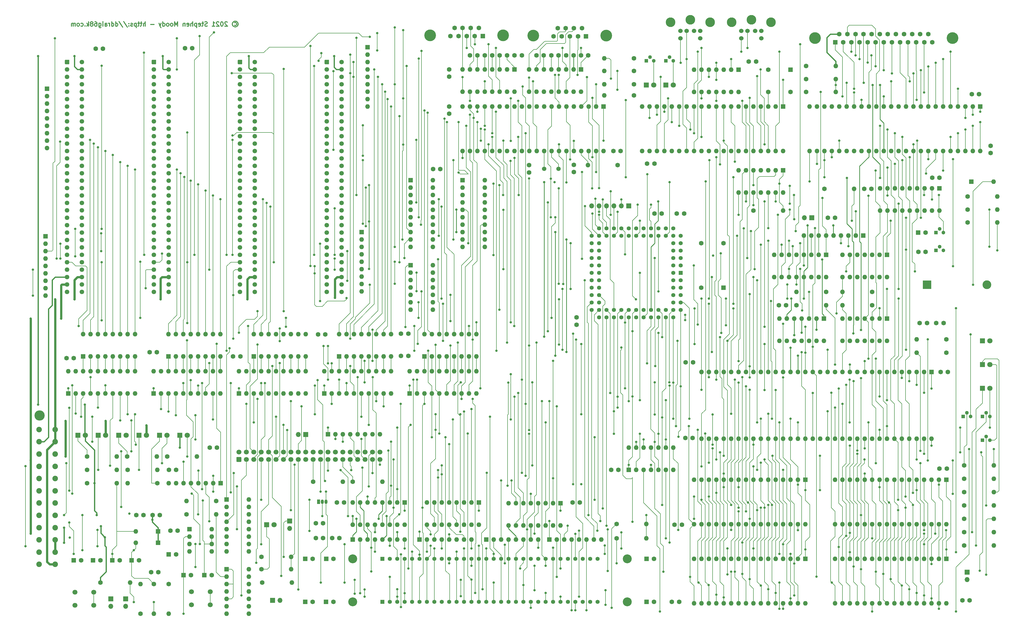
<source format=gbl>
G04 #@! TF.GenerationSoftware,KiCad,Pcbnew,(5.1.10)-1*
G04 #@! TF.CreationDate,2021-07-30T10:19:15+01:00*
G04 #@! TF.ProjectId,yddraig68k,79646472-6169-4673-9638-6b2e6b696361,rev?*
G04 #@! TF.SameCoordinates,Original*
G04 #@! TF.FileFunction,Copper,L4,Bot*
G04 #@! TF.FilePolarity,Positive*
%FSLAX46Y46*%
G04 Gerber Fmt 4.6, Leading zero omitted, Abs format (unit mm)*
G04 Created by KiCad (PCBNEW (5.1.10)-1) date 2021-07-30 10:19:15*
%MOMM*%
%LPD*%
G01*
G04 APERTURE LIST*
G04 #@! TA.AperFunction,NonConductor*
%ADD10C,0.300000*%
G04 #@! TD*
G04 #@! TA.AperFunction,ComponentPad*
%ADD11O,1.600000X1.600000*%
G04 #@! TD*
G04 #@! TA.AperFunction,ComponentPad*
%ADD12R,1.600000X1.600000*%
G04 #@! TD*
G04 #@! TA.AperFunction,ComponentPad*
%ADD13C,3.048000*%
G04 #@! TD*
G04 #@! TA.AperFunction,ComponentPad*
%ADD14C,1.397000*%
G04 #@! TD*
G04 #@! TA.AperFunction,ComponentPad*
%ADD15R,1.397000X1.397000*%
G04 #@! TD*
G04 #@! TA.AperFunction,ComponentPad*
%ADD16C,1.600000*%
G04 #@! TD*
G04 #@! TA.AperFunction,ComponentPad*
%ADD17R,3.000000X3.000000*%
G04 #@! TD*
G04 #@! TA.AperFunction,ComponentPad*
%ADD18C,3.000000*%
G04 #@! TD*
G04 #@! TA.AperFunction,ComponentPad*
%ADD19C,1.422400*%
G04 #@! TD*
G04 #@! TA.AperFunction,ComponentPad*
%ADD20R,1.422400X1.422400*%
G04 #@! TD*
G04 #@! TA.AperFunction,ComponentPad*
%ADD21C,1.550000*%
G04 #@! TD*
G04 #@! TA.AperFunction,ComponentPad*
%ADD22C,1.500000*%
G04 #@! TD*
G04 #@! TA.AperFunction,ComponentPad*
%ADD23C,1.700000*%
G04 #@! TD*
G04 #@! TA.AperFunction,ComponentPad*
%ADD24R,1.050000X1.500000*%
G04 #@! TD*
G04 #@! TA.AperFunction,ComponentPad*
%ADD25O,1.050000X1.500000*%
G04 #@! TD*
G04 #@! TA.AperFunction,ComponentPad*
%ADD26R,1.300000X1.300000*%
G04 #@! TD*
G04 #@! TA.AperFunction,ComponentPad*
%ADD27C,1.300000*%
G04 #@! TD*
G04 #@! TA.AperFunction,ComponentPad*
%ADD28O,1.700000X1.700000*%
G04 #@! TD*
G04 #@! TA.AperFunction,ComponentPad*
%ADD29R,1.700000X1.700000*%
G04 #@! TD*
G04 #@! TA.AperFunction,ComponentPad*
%ADD30C,4.000000*%
G04 #@! TD*
G04 #@! TA.AperFunction,ComponentPad*
%ADD31C,3.300000*%
G04 #@! TD*
G04 #@! TA.AperFunction,ComponentPad*
%ADD32C,1.524000*%
G04 #@! TD*
G04 #@! TA.AperFunction,ComponentPad*
%ADD33C,3.505200*%
G04 #@! TD*
G04 #@! TA.AperFunction,ComponentPad*
%ADD34C,1.905000*%
G04 #@! TD*
G04 #@! TA.AperFunction,ComponentPad*
%ADD35C,1.800000*%
G04 #@! TD*
G04 #@! TA.AperFunction,ComponentPad*
%ADD36R,1.800000X1.800000*%
G04 #@! TD*
G04 #@! TA.AperFunction,ViaPad*
%ADD37C,0.800000*%
G04 #@! TD*
G04 #@! TA.AperFunction,Conductor*
%ADD38C,0.203200*%
G04 #@! TD*
G04 #@! TA.AperFunction,Conductor*
%ADD39C,0.400000*%
G04 #@! TD*
G04 #@! TA.AperFunction,Conductor*
%ADD40C,0.800000*%
G04 #@! TD*
G04 #@! TA.AperFunction,Conductor*
%ADD41C,0.250000*%
G04 #@! TD*
G04 APERTURE END LIST*
D10*
X132695714Y-48557714D02*
X132838571Y-48486285D01*
X133124285Y-48486285D01*
X133267142Y-48557714D01*
X133410000Y-48700571D01*
X133481428Y-48843428D01*
X133481428Y-49129142D01*
X133410000Y-49272000D01*
X133267142Y-49414857D01*
X133124285Y-49486285D01*
X132838571Y-49486285D01*
X132695714Y-49414857D01*
X132981428Y-47986285D02*
X133338571Y-48057714D01*
X133695714Y-48272000D01*
X133910000Y-48629142D01*
X133981428Y-48986285D01*
X133910000Y-49343428D01*
X133695714Y-49700571D01*
X133338571Y-49914857D01*
X132981428Y-49986285D01*
X132624285Y-49914857D01*
X132267142Y-49700571D01*
X132052857Y-49343428D01*
X131981428Y-48986285D01*
X132052857Y-48629142D01*
X132267142Y-48272000D01*
X132624285Y-48057714D01*
X132981428Y-47986285D01*
X130267142Y-48343428D02*
X130195714Y-48272000D01*
X130052857Y-48200571D01*
X129695714Y-48200571D01*
X129552857Y-48272000D01*
X129481428Y-48343428D01*
X129410000Y-48486285D01*
X129410000Y-48629142D01*
X129481428Y-48843428D01*
X130338571Y-49700571D01*
X129410000Y-49700571D01*
X128481428Y-48200571D02*
X128338571Y-48200571D01*
X128195714Y-48272000D01*
X128124285Y-48343428D01*
X128052857Y-48486285D01*
X127981428Y-48772000D01*
X127981428Y-49129142D01*
X128052857Y-49414857D01*
X128124285Y-49557714D01*
X128195714Y-49629142D01*
X128338571Y-49700571D01*
X128481428Y-49700571D01*
X128624285Y-49629142D01*
X128695714Y-49557714D01*
X128767142Y-49414857D01*
X128838571Y-49129142D01*
X128838571Y-48772000D01*
X128767142Y-48486285D01*
X128695714Y-48343428D01*
X128624285Y-48272000D01*
X128481428Y-48200571D01*
X127410000Y-48343428D02*
X127338571Y-48272000D01*
X127195714Y-48200571D01*
X126838571Y-48200571D01*
X126695714Y-48272000D01*
X126624285Y-48343428D01*
X126552857Y-48486285D01*
X126552857Y-48629142D01*
X126624285Y-48843428D01*
X127481428Y-49700571D01*
X126552857Y-49700571D01*
X125124285Y-49700571D02*
X125981428Y-49700571D01*
X125552857Y-49700571D02*
X125552857Y-48200571D01*
X125695714Y-48414857D01*
X125838571Y-48557714D01*
X125981428Y-48629142D01*
X123410000Y-49629142D02*
X123195714Y-49700571D01*
X122838571Y-49700571D01*
X122695714Y-49629142D01*
X122624285Y-49557714D01*
X122552857Y-49414857D01*
X122552857Y-49272000D01*
X122624285Y-49129142D01*
X122695714Y-49057714D01*
X122838571Y-48986285D01*
X123124285Y-48914857D01*
X123267142Y-48843428D01*
X123338571Y-48772000D01*
X123410000Y-48629142D01*
X123410000Y-48486285D01*
X123338571Y-48343428D01*
X123267142Y-48272000D01*
X123124285Y-48200571D01*
X122767142Y-48200571D01*
X122552857Y-48272000D01*
X122124285Y-48700571D02*
X121552857Y-48700571D01*
X121910000Y-48200571D02*
X121910000Y-49486285D01*
X121838571Y-49629142D01*
X121695714Y-49700571D01*
X121552857Y-49700571D01*
X120481428Y-49629142D02*
X120624285Y-49700571D01*
X120910000Y-49700571D01*
X121052857Y-49629142D01*
X121124285Y-49486285D01*
X121124285Y-48914857D01*
X121052857Y-48772000D01*
X120910000Y-48700571D01*
X120624285Y-48700571D01*
X120481428Y-48772000D01*
X120410000Y-48914857D01*
X120410000Y-49057714D01*
X121124285Y-49200571D01*
X119767142Y-48700571D02*
X119767142Y-50200571D01*
X119767142Y-48772000D02*
X119624285Y-48700571D01*
X119338571Y-48700571D01*
X119195714Y-48772000D01*
X119124285Y-48843428D01*
X119052857Y-48986285D01*
X119052857Y-49414857D01*
X119124285Y-49557714D01*
X119195714Y-49629142D01*
X119338571Y-49700571D01*
X119624285Y-49700571D01*
X119767142Y-49629142D01*
X118410000Y-49700571D02*
X118410000Y-48200571D01*
X117767142Y-49700571D02*
X117767142Y-48914857D01*
X117838571Y-48772000D01*
X117981428Y-48700571D01*
X118195714Y-48700571D01*
X118338571Y-48772000D01*
X118410000Y-48843428D01*
X116481428Y-49629142D02*
X116624285Y-49700571D01*
X116910000Y-49700571D01*
X117052857Y-49629142D01*
X117124285Y-49486285D01*
X117124285Y-48914857D01*
X117052857Y-48772000D01*
X116910000Y-48700571D01*
X116624285Y-48700571D01*
X116481428Y-48772000D01*
X116410000Y-48914857D01*
X116410000Y-49057714D01*
X117124285Y-49200571D01*
X115767142Y-48700571D02*
X115767142Y-49700571D01*
X115767142Y-48843428D02*
X115695714Y-48772000D01*
X115552857Y-48700571D01*
X115338571Y-48700571D01*
X115195714Y-48772000D01*
X115124285Y-48914857D01*
X115124285Y-49700571D01*
X113267142Y-49700571D02*
X113267142Y-48200571D01*
X112767142Y-49272000D01*
X112267142Y-48200571D01*
X112267142Y-49700571D01*
X111338571Y-49700571D02*
X111481428Y-49629142D01*
X111552857Y-49557714D01*
X111624285Y-49414857D01*
X111624285Y-48986285D01*
X111552857Y-48843428D01*
X111481428Y-48772000D01*
X111338571Y-48700571D01*
X111124285Y-48700571D01*
X110981428Y-48772000D01*
X110910000Y-48843428D01*
X110838571Y-48986285D01*
X110838571Y-49414857D01*
X110910000Y-49557714D01*
X110981428Y-49629142D01*
X111124285Y-49700571D01*
X111338571Y-49700571D01*
X109981428Y-49700571D02*
X110124285Y-49629142D01*
X110195714Y-49557714D01*
X110267142Y-49414857D01*
X110267142Y-48986285D01*
X110195714Y-48843428D01*
X110124285Y-48772000D01*
X109981428Y-48700571D01*
X109767142Y-48700571D01*
X109624285Y-48772000D01*
X109552857Y-48843428D01*
X109481428Y-48986285D01*
X109481428Y-49414857D01*
X109552857Y-49557714D01*
X109624285Y-49629142D01*
X109767142Y-49700571D01*
X109981428Y-49700571D01*
X108195714Y-49700571D02*
X108195714Y-48200571D01*
X108195714Y-49629142D02*
X108338571Y-49700571D01*
X108624285Y-49700571D01*
X108767142Y-49629142D01*
X108838571Y-49557714D01*
X108910000Y-49414857D01*
X108910000Y-48986285D01*
X108838571Y-48843428D01*
X108767142Y-48772000D01*
X108624285Y-48700571D01*
X108338571Y-48700571D01*
X108195714Y-48772000D01*
X107624285Y-48700571D02*
X107267142Y-49700571D01*
X106910000Y-48700571D02*
X107267142Y-49700571D01*
X107410000Y-50057714D01*
X107481428Y-50129142D01*
X107624285Y-50200571D01*
X105195714Y-49129142D02*
X104052857Y-49129142D01*
X102195714Y-49700571D02*
X102195714Y-48200571D01*
X101552857Y-49700571D02*
X101552857Y-48914857D01*
X101624285Y-48772000D01*
X101767142Y-48700571D01*
X101981428Y-48700571D01*
X102124285Y-48772000D01*
X102195714Y-48843428D01*
X101052857Y-48700571D02*
X100481428Y-48700571D01*
X100838571Y-48200571D02*
X100838571Y-49486285D01*
X100767142Y-49629142D01*
X100624285Y-49700571D01*
X100481428Y-49700571D01*
X100195714Y-48700571D02*
X99624285Y-48700571D01*
X99981428Y-48200571D02*
X99981428Y-49486285D01*
X99910000Y-49629142D01*
X99767142Y-49700571D01*
X99624285Y-49700571D01*
X99124285Y-48700571D02*
X99124285Y-50200571D01*
X99124285Y-48772000D02*
X98981428Y-48700571D01*
X98695714Y-48700571D01*
X98552857Y-48772000D01*
X98481428Y-48843428D01*
X98410000Y-48986285D01*
X98410000Y-49414857D01*
X98481428Y-49557714D01*
X98552857Y-49629142D01*
X98695714Y-49700571D01*
X98981428Y-49700571D01*
X99124285Y-49629142D01*
X97838571Y-49629142D02*
X97695714Y-49700571D01*
X97410000Y-49700571D01*
X97267142Y-49629142D01*
X97195714Y-49486285D01*
X97195714Y-49414857D01*
X97267142Y-49272000D01*
X97410000Y-49200571D01*
X97624285Y-49200571D01*
X97767142Y-49129142D01*
X97838571Y-48986285D01*
X97838571Y-48914857D01*
X97767142Y-48772000D01*
X97624285Y-48700571D01*
X97410000Y-48700571D01*
X97267142Y-48772000D01*
X96552857Y-49557714D02*
X96481428Y-49629142D01*
X96552857Y-49700571D01*
X96624285Y-49629142D01*
X96552857Y-49557714D01*
X96552857Y-49700571D01*
X96552857Y-48772000D02*
X96481428Y-48843428D01*
X96552857Y-48914857D01*
X96624285Y-48843428D01*
X96552857Y-48772000D01*
X96552857Y-48914857D01*
X94767142Y-48129142D02*
X96052857Y-50057714D01*
X93195714Y-48129142D02*
X94481428Y-50057714D01*
X92052857Y-49700571D02*
X92052857Y-48200571D01*
X92052857Y-49629142D02*
X92195714Y-49700571D01*
X92481428Y-49700571D01*
X92624285Y-49629142D01*
X92695714Y-49557714D01*
X92767142Y-49414857D01*
X92767142Y-48986285D01*
X92695714Y-48843428D01*
X92624285Y-48772000D01*
X92481428Y-48700571D01*
X92195714Y-48700571D01*
X92052857Y-48772000D01*
X90695714Y-49700571D02*
X90695714Y-48200571D01*
X90695714Y-49629142D02*
X90838571Y-49700571D01*
X91124285Y-49700571D01*
X91267142Y-49629142D01*
X91338571Y-49557714D01*
X91410000Y-49414857D01*
X91410000Y-48986285D01*
X91338571Y-48843428D01*
X91267142Y-48772000D01*
X91124285Y-48700571D01*
X90838571Y-48700571D01*
X90695714Y-48772000D01*
X89981428Y-49700571D02*
X89981428Y-48700571D01*
X89981428Y-48986285D02*
X89910000Y-48843428D01*
X89838571Y-48772000D01*
X89695714Y-48700571D01*
X89552857Y-48700571D01*
X88410000Y-49700571D02*
X88410000Y-48914857D01*
X88481428Y-48772000D01*
X88624285Y-48700571D01*
X88910000Y-48700571D01*
X89052857Y-48772000D01*
X88410000Y-49629142D02*
X88552857Y-49700571D01*
X88910000Y-49700571D01*
X89052857Y-49629142D01*
X89124285Y-49486285D01*
X89124285Y-49343428D01*
X89052857Y-49200571D01*
X88910000Y-49129142D01*
X88552857Y-49129142D01*
X88410000Y-49057714D01*
X87695714Y-49700571D02*
X87695714Y-48700571D01*
X87695714Y-48200571D02*
X87767142Y-48272000D01*
X87695714Y-48343428D01*
X87624285Y-48272000D01*
X87695714Y-48200571D01*
X87695714Y-48343428D01*
X86338571Y-48700571D02*
X86338571Y-49914857D01*
X86410000Y-50057714D01*
X86481428Y-50129142D01*
X86624285Y-50200571D01*
X86838571Y-50200571D01*
X86981428Y-50129142D01*
X86338571Y-49629142D02*
X86481428Y-49700571D01*
X86767142Y-49700571D01*
X86910000Y-49629142D01*
X86981428Y-49557714D01*
X87052857Y-49414857D01*
X87052857Y-48986285D01*
X86981428Y-48843428D01*
X86910000Y-48772000D01*
X86767142Y-48700571D01*
X86481428Y-48700571D01*
X86338571Y-48772000D01*
X84981428Y-48200571D02*
X85267142Y-48200571D01*
X85410000Y-48272000D01*
X85481428Y-48343428D01*
X85624285Y-48557714D01*
X85695714Y-48843428D01*
X85695714Y-49414857D01*
X85624285Y-49557714D01*
X85552857Y-49629142D01*
X85410000Y-49700571D01*
X85124285Y-49700571D01*
X84981428Y-49629142D01*
X84910000Y-49557714D01*
X84838571Y-49414857D01*
X84838571Y-49057714D01*
X84910000Y-48914857D01*
X84981428Y-48843428D01*
X85124285Y-48772000D01*
X85410000Y-48772000D01*
X85552857Y-48843428D01*
X85624285Y-48914857D01*
X85695714Y-49057714D01*
X83981428Y-48843428D02*
X84124285Y-48772000D01*
X84195714Y-48700571D01*
X84267142Y-48557714D01*
X84267142Y-48486285D01*
X84195714Y-48343428D01*
X84124285Y-48272000D01*
X83981428Y-48200571D01*
X83695714Y-48200571D01*
X83552857Y-48272000D01*
X83481428Y-48343428D01*
X83410000Y-48486285D01*
X83410000Y-48557714D01*
X83481428Y-48700571D01*
X83552857Y-48772000D01*
X83695714Y-48843428D01*
X83981428Y-48843428D01*
X84124285Y-48914857D01*
X84195714Y-48986285D01*
X84267142Y-49129142D01*
X84267142Y-49414857D01*
X84195714Y-49557714D01*
X84124285Y-49629142D01*
X83981428Y-49700571D01*
X83695714Y-49700571D01*
X83552857Y-49629142D01*
X83481428Y-49557714D01*
X83410000Y-49414857D01*
X83410000Y-49129142D01*
X83481428Y-48986285D01*
X83552857Y-48914857D01*
X83695714Y-48843428D01*
X82767142Y-49700571D02*
X82767142Y-48200571D01*
X82624285Y-49129142D02*
X82195714Y-49700571D01*
X82195714Y-48700571D02*
X82767142Y-49272000D01*
X81552857Y-49557714D02*
X81481428Y-49629142D01*
X81552857Y-49700571D01*
X81624285Y-49629142D01*
X81552857Y-49557714D01*
X81552857Y-49700571D01*
X80195714Y-49629142D02*
X80338571Y-49700571D01*
X80624285Y-49700571D01*
X80767142Y-49629142D01*
X80838571Y-49557714D01*
X80910000Y-49414857D01*
X80910000Y-48986285D01*
X80838571Y-48843428D01*
X80767142Y-48772000D01*
X80624285Y-48700571D01*
X80338571Y-48700571D01*
X80195714Y-48772000D01*
X79338571Y-49700571D02*
X79481428Y-49629142D01*
X79552857Y-49557714D01*
X79624285Y-49414857D01*
X79624285Y-48986285D01*
X79552857Y-48843428D01*
X79481428Y-48772000D01*
X79338571Y-48700571D01*
X79124285Y-48700571D01*
X78981428Y-48772000D01*
X78910000Y-48843428D01*
X78838571Y-48986285D01*
X78838571Y-49414857D01*
X78910000Y-49557714D01*
X78981428Y-49629142D01*
X79124285Y-49700571D01*
X79338571Y-49700571D01*
X78195714Y-49700571D02*
X78195714Y-48700571D01*
X78195714Y-48843428D02*
X78124285Y-48772000D01*
X77981428Y-48700571D01*
X77767142Y-48700571D01*
X77624285Y-48772000D01*
X77552857Y-48914857D01*
X77552857Y-49700571D01*
X77552857Y-48914857D02*
X77481428Y-48772000D01*
X77338571Y-48700571D01*
X77124285Y-48700571D01*
X76981428Y-48772000D01*
X76910000Y-48914857D01*
X76910000Y-49700571D01*
D11*
X387985000Y-92456000D03*
X329565000Y-77216000D03*
X385445000Y-92456000D03*
X332105000Y-77216000D03*
X382905000Y-92456000D03*
X334645000Y-77216000D03*
X380365000Y-92456000D03*
X337185000Y-77216000D03*
X377825000Y-92456000D03*
X339725000Y-77216000D03*
X375285000Y-92456000D03*
X342265000Y-77216000D03*
X372745000Y-92456000D03*
X344805000Y-77216000D03*
X370205000Y-92456000D03*
X347345000Y-77216000D03*
X367665000Y-92456000D03*
X349885000Y-77216000D03*
X365125000Y-92456000D03*
X352425000Y-77216000D03*
X362585000Y-92456000D03*
X354965000Y-77216000D03*
X360045000Y-92456000D03*
X357505000Y-77216000D03*
X357505000Y-92456000D03*
X360045000Y-77216000D03*
X354965000Y-92456000D03*
X362585000Y-77216000D03*
X352425000Y-92456000D03*
X365125000Y-77216000D03*
X349885000Y-92456000D03*
X367665000Y-77216000D03*
X347345000Y-92456000D03*
X370205000Y-77216000D03*
X344805000Y-92456000D03*
X372745000Y-77216000D03*
X342265000Y-92456000D03*
X375285000Y-77216000D03*
X339725000Y-92456000D03*
X377825000Y-77216000D03*
X337185000Y-92456000D03*
X380365000Y-77216000D03*
X334645000Y-92456000D03*
X382905000Y-77216000D03*
X332105000Y-92456000D03*
X385445000Y-77216000D03*
X329565000Y-92456000D03*
D12*
X387985000Y-77216000D03*
D13*
X173228000Y-232156000D03*
X267208000Y-232156000D03*
D14*
X257048000Y-232156000D03*
X254508000Y-232156000D03*
X251968000Y-232156000D03*
X249428000Y-232156000D03*
X246888000Y-232156000D03*
X244348000Y-232156000D03*
X241808000Y-232156000D03*
X239268000Y-232156000D03*
X236728000Y-232156000D03*
X234188000Y-232156000D03*
X231648000Y-232156000D03*
X229108000Y-232156000D03*
X226568000Y-232156000D03*
X224028000Y-232156000D03*
X221488000Y-232156000D03*
X218948000Y-232156000D03*
X216408000Y-232156000D03*
X213868000Y-232156000D03*
X211328000Y-232156000D03*
X208788000Y-232156000D03*
X206248000Y-232156000D03*
X203708000Y-232156000D03*
X201168000Y-232156000D03*
X198628000Y-232156000D03*
X196088000Y-232156000D03*
X193548000Y-232156000D03*
X191008000Y-232156000D03*
X188468000Y-232156000D03*
X185928000Y-232156000D03*
D15*
X183388000Y-232156000D03*
D16*
X375434000Y-151384000D03*
X372934000Y-151384000D03*
X369784000Y-151384000D03*
X367284000Y-151384000D03*
D11*
X183388000Y-205740000D03*
D16*
X173228000Y-205740000D03*
D11*
X191008000Y-225552000D03*
X188468000Y-225552000D03*
X185928000Y-225552000D03*
X183388000Y-225552000D03*
X180848000Y-225552000D03*
X178308000Y-225552000D03*
X175768000Y-225552000D03*
D12*
X173228000Y-225552000D03*
D11*
X258318000Y-225552000D03*
X255778000Y-225552000D03*
X253238000Y-225552000D03*
X250698000Y-225552000D03*
X248158000Y-225552000D03*
X245618000Y-225552000D03*
X243078000Y-225552000D03*
D12*
X240538000Y-225552000D03*
D11*
X213868000Y-225552000D03*
X211328000Y-225552000D03*
X208788000Y-225552000D03*
X206248000Y-225552000D03*
X203708000Y-225552000D03*
X201168000Y-225552000D03*
X198628000Y-225552000D03*
D12*
X196088000Y-225552000D03*
D11*
X236728000Y-225552000D03*
X234188000Y-225552000D03*
X231648000Y-225552000D03*
X229108000Y-225552000D03*
X226568000Y-225552000D03*
X224028000Y-225552000D03*
X221488000Y-225552000D03*
D12*
X218948000Y-225552000D03*
D11*
X110236000Y-206248000D03*
X112776000Y-206248000D03*
X115316000Y-206248000D03*
X117856000Y-206248000D03*
X120396000Y-206248000D03*
X122936000Y-206248000D03*
X125476000Y-206248000D03*
D12*
X128016000Y-206248000D03*
D11*
X182499000Y-189484000D03*
X179959000Y-189484000D03*
X177419000Y-189484000D03*
X174879000Y-189484000D03*
X172339000Y-189484000D03*
X169799000Y-189484000D03*
X167259000Y-189484000D03*
D12*
X164719000Y-189484000D03*
D16*
X246293000Y-59690000D03*
X248793000Y-59690000D03*
D11*
X356108000Y-157480000D03*
X340868000Y-149860000D03*
X353568000Y-157480000D03*
X343408000Y-149860000D03*
X351028000Y-157480000D03*
X345948000Y-149860000D03*
X348488000Y-157480000D03*
X348488000Y-149860000D03*
X345948000Y-157480000D03*
X351028000Y-149860000D03*
X343408000Y-157480000D03*
X353568000Y-149860000D03*
X340868000Y-157480000D03*
D12*
X356108000Y-149860000D03*
D11*
X334518000Y-157480000D03*
X319278000Y-149860000D03*
X331978000Y-157480000D03*
X321818000Y-149860000D03*
X329438000Y-157480000D03*
X324358000Y-149860000D03*
X326898000Y-157480000D03*
X326898000Y-149860000D03*
X324358000Y-157480000D03*
X329438000Y-149860000D03*
X321818000Y-157480000D03*
X331978000Y-149860000D03*
X319278000Y-157480000D03*
D12*
X334518000Y-149860000D03*
D11*
X320548000Y-106680000D03*
X305308000Y-99060000D03*
X318008000Y-106680000D03*
X307848000Y-99060000D03*
X315468000Y-106680000D03*
X310388000Y-99060000D03*
X312928000Y-106680000D03*
X312928000Y-99060000D03*
X310388000Y-106680000D03*
X315468000Y-99060000D03*
X307848000Y-106680000D03*
X318008000Y-99060000D03*
X305308000Y-106680000D03*
D12*
X320548000Y-99060000D03*
D11*
X169799000Y-205740000D03*
D16*
X159639000Y-205740000D03*
D17*
X369781000Y-138303000D03*
D18*
X390271000Y-138303000D03*
D11*
X273685000Y-225171000D03*
D16*
X263525000Y-225171000D03*
D19*
X280416000Y-149479000D03*
X277876000Y-149479000D03*
X275336000Y-149479000D03*
X272796000Y-149479000D03*
X270256000Y-149479000D03*
X267716000Y-149479000D03*
X265176000Y-149479000D03*
X262636000Y-149479000D03*
X260096000Y-149479000D03*
X257556000Y-149479000D03*
X280416000Y-146939000D03*
X277876000Y-146939000D03*
X275336000Y-146939000D03*
X272796000Y-146939000D03*
X270256000Y-146939000D03*
X267716000Y-146939000D03*
X265176000Y-146939000D03*
X262636000Y-146939000D03*
X260096000Y-146939000D03*
X257556000Y-146939000D03*
X255016000Y-146939000D03*
X255016000Y-144399000D03*
X255016000Y-141859000D03*
X255016000Y-139319000D03*
X255016000Y-136779000D03*
X255016000Y-134239000D03*
X255016000Y-131699000D03*
X255016000Y-129159000D03*
X255016000Y-126619000D03*
X255016000Y-124079000D03*
X255016000Y-121539000D03*
X257556000Y-144399000D03*
X257556000Y-141859000D03*
X257556000Y-139319000D03*
X257556000Y-136779000D03*
X257556000Y-134239000D03*
X257556000Y-131699000D03*
X257556000Y-129159000D03*
X257556000Y-126619000D03*
X257556000Y-124079000D03*
X257556000Y-121539000D03*
X257556000Y-118999000D03*
X260096000Y-118999000D03*
X262636000Y-118999000D03*
X265176000Y-118999000D03*
X267716000Y-118999000D03*
X270256000Y-118999000D03*
X272796000Y-118999000D03*
X275336000Y-118999000D03*
X277876000Y-118999000D03*
X280416000Y-118999000D03*
X282956000Y-118999000D03*
X260096000Y-121539000D03*
X262636000Y-121539000D03*
X265176000Y-121539000D03*
X267716000Y-121539000D03*
X270256000Y-121539000D03*
X272796000Y-121539000D03*
X275336000Y-121539000D03*
X277876000Y-121539000D03*
X280416000Y-121539000D03*
X282956000Y-121539000D03*
X285496000Y-146939000D03*
X285496000Y-144399000D03*
X285496000Y-141859000D03*
X285496000Y-139319000D03*
X285496000Y-136779000D03*
X285496000Y-121539000D03*
X285496000Y-124079000D03*
X285496000Y-126619000D03*
X285496000Y-129159000D03*
X285496000Y-131699000D03*
D20*
X285496000Y-134239000D03*
D19*
X282956000Y-149479000D03*
X282956000Y-146939000D03*
X282956000Y-144399000D03*
X282956000Y-141859000D03*
X282956000Y-139319000D03*
X282956000Y-136779000D03*
X282956000Y-124079000D03*
X282956000Y-126619000D03*
X282956000Y-129159000D03*
X282956000Y-131699000D03*
X282956000Y-134239000D03*
D11*
X320548000Y-92456000D03*
X272288000Y-77216000D03*
X318008000Y-92456000D03*
X274828000Y-77216000D03*
X315468000Y-92456000D03*
X277368000Y-77216000D03*
X312928000Y-92456000D03*
X279908000Y-77216000D03*
X310388000Y-92456000D03*
X282448000Y-77216000D03*
X307848000Y-92456000D03*
X284988000Y-77216000D03*
X305308000Y-92456000D03*
X287528000Y-77216000D03*
X302768000Y-92456000D03*
X290068000Y-77216000D03*
X300228000Y-92456000D03*
X292608000Y-77216000D03*
X297688000Y-92456000D03*
X295148000Y-77216000D03*
X295148000Y-92456000D03*
X297688000Y-77216000D03*
X292608000Y-92456000D03*
X300228000Y-77216000D03*
X290068000Y-92456000D03*
X302768000Y-77216000D03*
X287528000Y-92456000D03*
X305308000Y-77216000D03*
X284988000Y-92456000D03*
X307848000Y-77216000D03*
X282448000Y-92456000D03*
X310388000Y-77216000D03*
X279908000Y-92456000D03*
X312928000Y-77216000D03*
X277368000Y-92456000D03*
X315468000Y-77216000D03*
X274828000Y-92456000D03*
X318008000Y-77216000D03*
X272288000Y-92456000D03*
D12*
X320548000Y-77216000D03*
D21*
X169418000Y-140716000D03*
X169418000Y-138176000D03*
X169418000Y-135636000D03*
X169418000Y-133096000D03*
X169418000Y-130556000D03*
X169418000Y-128016000D03*
X169418000Y-125476000D03*
X169418000Y-122936000D03*
X169418000Y-120396000D03*
X169418000Y-117856000D03*
X169418000Y-115316000D03*
X169418000Y-112776000D03*
X169418000Y-110236000D03*
X169418000Y-107696000D03*
X169418000Y-105156000D03*
X169418000Y-102616000D03*
X169418000Y-100076000D03*
X169418000Y-97536000D03*
X169418000Y-94996000D03*
X169418000Y-92456000D03*
X169418000Y-89916000D03*
X169418000Y-87376000D03*
X169418000Y-84836000D03*
X169418000Y-82296000D03*
X169418000Y-79756000D03*
X169418000Y-77216000D03*
X169418000Y-74676000D03*
X169418000Y-72136000D03*
X169418000Y-69596000D03*
X169418000Y-67056000D03*
X169418000Y-64516000D03*
X169418000Y-61976000D03*
X164338000Y-140716000D03*
X164338000Y-138176000D03*
X164338000Y-135636000D03*
X164338000Y-133096000D03*
X164338000Y-130556000D03*
X164338000Y-128016000D03*
X164338000Y-125476000D03*
X164338000Y-122936000D03*
X164338000Y-120396000D03*
X164338000Y-117856000D03*
X164338000Y-115316000D03*
X164338000Y-112776000D03*
X164338000Y-110236000D03*
X164338000Y-107696000D03*
X164338000Y-105156000D03*
X164338000Y-102616000D03*
X164338000Y-100076000D03*
X164338000Y-97536000D03*
X164338000Y-94996000D03*
X164338000Y-92456000D03*
X164338000Y-89916000D03*
X164338000Y-87376000D03*
X164338000Y-84836000D03*
X164338000Y-82296000D03*
X164338000Y-79756000D03*
X164338000Y-77216000D03*
X164338000Y-74676000D03*
X164338000Y-72136000D03*
X164338000Y-69596000D03*
X164338000Y-67056000D03*
X164338000Y-64516000D03*
G04 #@! TA.AperFunction,ComponentPad*
G36*
G01*
X163563000Y-62501002D02*
X163563000Y-61450998D01*
G75*
G02*
X163812998Y-61201000I249998J0D01*
G01*
X164863002Y-61201000D01*
G75*
G02*
X165113000Y-61450998I0J-249998D01*
G01*
X165113000Y-62501002D01*
G75*
G02*
X164863002Y-62751000I-249998J0D01*
G01*
X163812998Y-62751000D01*
G75*
G02*
X163563000Y-62501002I0J249998D01*
G01*
G37*
G04 #@! TD.AperFunction*
D11*
X328168000Y-247396000D03*
X290068000Y-232156000D03*
X325628000Y-247396000D03*
X292608000Y-232156000D03*
X323088000Y-247396000D03*
X295148000Y-232156000D03*
X320548000Y-247396000D03*
X297688000Y-232156000D03*
X318008000Y-247396000D03*
X300228000Y-232156000D03*
X315468000Y-247396000D03*
X302768000Y-232156000D03*
X312928000Y-247396000D03*
X305308000Y-232156000D03*
X310388000Y-247396000D03*
X307848000Y-232156000D03*
X307848000Y-247396000D03*
X310388000Y-232156000D03*
X305308000Y-247396000D03*
X312928000Y-232156000D03*
X302768000Y-247396000D03*
X315468000Y-232156000D03*
X300228000Y-247396000D03*
X318008000Y-232156000D03*
X297688000Y-247396000D03*
X320548000Y-232156000D03*
X295148000Y-247396000D03*
X323088000Y-232156000D03*
X292608000Y-247396000D03*
X325628000Y-232156000D03*
X290068000Y-247396000D03*
D12*
X328168000Y-232156000D03*
G04 #@! TA.AperFunction,ComponentPad*
G36*
G01*
X133845000Y-62501002D02*
X133845000Y-61450998D01*
G75*
G02*
X134094998Y-61201000I249998J0D01*
G01*
X135145002Y-61201000D01*
G75*
G02*
X135395000Y-61450998I0J-249998D01*
G01*
X135395000Y-62501002D01*
G75*
G02*
X135145002Y-62751000I-249998J0D01*
G01*
X134094998Y-62751000D01*
G75*
G02*
X133845000Y-62501002I0J249998D01*
G01*
G37*
G04 #@! TD.AperFunction*
D21*
X134620000Y-64516000D03*
X134620000Y-67056000D03*
X134620000Y-69596000D03*
X134620000Y-72136000D03*
X134620000Y-74676000D03*
X134620000Y-77216000D03*
X134620000Y-79756000D03*
X134620000Y-82296000D03*
X134620000Y-84836000D03*
X134620000Y-87376000D03*
X134620000Y-89916000D03*
X134620000Y-92456000D03*
X134620000Y-94996000D03*
X134620000Y-97536000D03*
X134620000Y-100076000D03*
X134620000Y-102616000D03*
X134620000Y-105156000D03*
X134620000Y-107696000D03*
X134620000Y-110236000D03*
X134620000Y-112776000D03*
X134620000Y-115316000D03*
X134620000Y-117856000D03*
X134620000Y-120396000D03*
X134620000Y-122936000D03*
X134620000Y-125476000D03*
X134620000Y-128016000D03*
X134620000Y-130556000D03*
X134620000Y-133096000D03*
X134620000Y-135636000D03*
X134620000Y-138176000D03*
X134620000Y-140716000D03*
X139700000Y-61976000D03*
X139700000Y-64516000D03*
X139700000Y-67056000D03*
X139700000Y-69596000D03*
X139700000Y-72136000D03*
X139700000Y-74676000D03*
X139700000Y-77216000D03*
X139700000Y-79756000D03*
X139700000Y-82296000D03*
X139700000Y-84836000D03*
X139700000Y-87376000D03*
X139700000Y-89916000D03*
X139700000Y-92456000D03*
X139700000Y-94996000D03*
X139700000Y-97536000D03*
X139700000Y-100076000D03*
X139700000Y-102616000D03*
X139700000Y-105156000D03*
X139700000Y-107696000D03*
X139700000Y-110236000D03*
X139700000Y-112776000D03*
X139700000Y-115316000D03*
X139700000Y-117856000D03*
X139700000Y-120396000D03*
X139700000Y-122936000D03*
X139700000Y-125476000D03*
X139700000Y-128016000D03*
X139700000Y-130556000D03*
X139700000Y-133096000D03*
X139700000Y-135636000D03*
X139700000Y-138176000D03*
X139700000Y-140716000D03*
X110236000Y-140716000D03*
X110236000Y-138176000D03*
X110236000Y-135636000D03*
X110236000Y-133096000D03*
X110236000Y-130556000D03*
X110236000Y-128016000D03*
X110236000Y-125476000D03*
X110236000Y-122936000D03*
X110236000Y-120396000D03*
X110236000Y-117856000D03*
X110236000Y-115316000D03*
X110236000Y-112776000D03*
X110236000Y-110236000D03*
X110236000Y-107696000D03*
X110236000Y-105156000D03*
X110236000Y-102616000D03*
X110236000Y-100076000D03*
X110236000Y-97536000D03*
X110236000Y-94996000D03*
X110236000Y-92456000D03*
X110236000Y-89916000D03*
X110236000Y-87376000D03*
X110236000Y-84836000D03*
X110236000Y-82296000D03*
X110236000Y-79756000D03*
X110236000Y-77216000D03*
X110236000Y-74676000D03*
X110236000Y-72136000D03*
X110236000Y-69596000D03*
X110236000Y-67056000D03*
X110236000Y-64516000D03*
X110236000Y-61976000D03*
X105156000Y-140716000D03*
X105156000Y-138176000D03*
X105156000Y-135636000D03*
X105156000Y-133096000D03*
X105156000Y-130556000D03*
X105156000Y-128016000D03*
X105156000Y-125476000D03*
X105156000Y-122936000D03*
X105156000Y-120396000D03*
X105156000Y-117856000D03*
X105156000Y-115316000D03*
X105156000Y-112776000D03*
X105156000Y-110236000D03*
X105156000Y-107696000D03*
X105156000Y-105156000D03*
X105156000Y-102616000D03*
X105156000Y-100076000D03*
X105156000Y-97536000D03*
X105156000Y-94996000D03*
X105156000Y-92456000D03*
X105156000Y-89916000D03*
X105156000Y-87376000D03*
X105156000Y-84836000D03*
X105156000Y-82296000D03*
X105156000Y-79756000D03*
X105156000Y-77216000D03*
X105156000Y-74676000D03*
X105156000Y-72136000D03*
X105156000Y-69596000D03*
X105156000Y-67056000D03*
X105156000Y-64516000D03*
G04 #@! TA.AperFunction,ComponentPad*
G36*
G01*
X104381000Y-62501002D02*
X104381000Y-61450998D01*
G75*
G02*
X104630998Y-61201000I249998J0D01*
G01*
X105681002Y-61201000D01*
G75*
G02*
X105931000Y-61450998I0J-249998D01*
G01*
X105931000Y-62501002D01*
G75*
G02*
X105681002Y-62751000I-249998J0D01*
G01*
X104630998Y-62751000D01*
G75*
G02*
X104381000Y-62501002I0J249998D01*
G01*
G37*
G04 #@! TD.AperFunction*
D11*
X376428000Y-220345000D03*
X338328000Y-205105000D03*
X373888000Y-220345000D03*
X340868000Y-205105000D03*
X371348000Y-220345000D03*
X343408000Y-205105000D03*
X368808000Y-220345000D03*
X345948000Y-205105000D03*
X366268000Y-220345000D03*
X348488000Y-205105000D03*
X363728000Y-220345000D03*
X351028000Y-205105000D03*
X361188000Y-220345000D03*
X353568000Y-205105000D03*
X358648000Y-220345000D03*
X356108000Y-205105000D03*
X356108000Y-220345000D03*
X358648000Y-205105000D03*
X353568000Y-220345000D03*
X361188000Y-205105000D03*
X351028000Y-220345000D03*
X363728000Y-205105000D03*
X348488000Y-220345000D03*
X366268000Y-205105000D03*
X345948000Y-220345000D03*
X368808000Y-205105000D03*
X343408000Y-220345000D03*
X371348000Y-205105000D03*
X340868000Y-220345000D03*
X373888000Y-205105000D03*
X338328000Y-220345000D03*
D12*
X376428000Y-205105000D03*
D11*
X200660000Y-131572000D03*
X193040000Y-146812000D03*
X200660000Y-134112000D03*
X193040000Y-144272000D03*
X200660000Y-136652000D03*
X193040000Y-141732000D03*
X200660000Y-139192000D03*
X193040000Y-139192000D03*
X200660000Y-141732000D03*
X193040000Y-136652000D03*
X200660000Y-144272000D03*
X193040000Y-134112000D03*
X200660000Y-146812000D03*
D12*
X193040000Y-131572000D03*
D22*
X238760000Y-98552000D03*
X243660000Y-98552000D03*
D16*
X315468000Y-64643000D03*
X315468000Y-72263000D03*
X323088000Y-72263000D03*
D12*
X323088000Y-64643000D03*
D16*
X300101000Y-124079000D03*
X292481000Y-124079000D03*
X292481000Y-139319000D03*
D12*
X300101000Y-139319000D03*
D11*
X200660000Y-102489000D03*
X193040000Y-125349000D03*
X200660000Y-105029000D03*
X193040000Y-122809000D03*
X200660000Y-107569000D03*
X193040000Y-120269000D03*
X200660000Y-110109000D03*
X193040000Y-117729000D03*
X200660000Y-112649000D03*
X193040000Y-115189000D03*
X200660000Y-115189000D03*
X193040000Y-112649000D03*
X200660000Y-117729000D03*
X193040000Y-110109000D03*
X200660000Y-120269000D03*
X193040000Y-107569000D03*
X200660000Y-122809000D03*
X193040000Y-105029000D03*
X200660000Y-125349000D03*
D12*
X193040000Y-102489000D03*
D11*
X192659000Y-167894000D03*
X215519000Y-175514000D03*
X195199000Y-167894000D03*
X212979000Y-175514000D03*
X197739000Y-167894000D03*
X210439000Y-175514000D03*
X200279000Y-167894000D03*
X207899000Y-175514000D03*
X202819000Y-167894000D03*
X205359000Y-175514000D03*
X205359000Y-167894000D03*
X202819000Y-175514000D03*
X207899000Y-167894000D03*
X200279000Y-175514000D03*
X210439000Y-167894000D03*
X197739000Y-175514000D03*
X212979000Y-167894000D03*
X195199000Y-175514000D03*
X215519000Y-167894000D03*
D12*
X192659000Y-175514000D03*
D11*
X163449000Y-167894000D03*
X186309000Y-175514000D03*
X165989000Y-167894000D03*
X183769000Y-175514000D03*
X168529000Y-167894000D03*
X181229000Y-175514000D03*
X171069000Y-167894000D03*
X178689000Y-175514000D03*
X173609000Y-167894000D03*
X176149000Y-175514000D03*
X176149000Y-167894000D03*
X173609000Y-175514000D03*
X178689000Y-167894000D03*
X171069000Y-175514000D03*
X181229000Y-167894000D03*
X168529000Y-175514000D03*
X183769000Y-167894000D03*
X165989000Y-175514000D03*
X186309000Y-167894000D03*
D12*
X163449000Y-175514000D03*
D11*
X218440000Y-102489000D03*
X210820000Y-125349000D03*
X218440000Y-105029000D03*
X210820000Y-122809000D03*
X218440000Y-107569000D03*
X210820000Y-120269000D03*
X218440000Y-110109000D03*
X210820000Y-117729000D03*
X218440000Y-112649000D03*
X210820000Y-115189000D03*
X218440000Y-115189000D03*
X210820000Y-112649000D03*
X218440000Y-117729000D03*
X210820000Y-110109000D03*
X218440000Y-120269000D03*
X210820000Y-107569000D03*
X218440000Y-122809000D03*
X210820000Y-105029000D03*
X218440000Y-125349000D03*
D12*
X210820000Y-102489000D03*
D11*
X134239000Y-167894000D03*
X157099000Y-175514000D03*
X136779000Y-167894000D03*
X154559000Y-175514000D03*
X139319000Y-167894000D03*
X152019000Y-175514000D03*
X141859000Y-167894000D03*
X149479000Y-175514000D03*
X144399000Y-167894000D03*
X146939000Y-175514000D03*
X146939000Y-167894000D03*
X144399000Y-175514000D03*
X149479000Y-167894000D03*
X141859000Y-175514000D03*
X152019000Y-167894000D03*
X139319000Y-175514000D03*
X154559000Y-167894000D03*
X136779000Y-175514000D03*
X157099000Y-167894000D03*
D12*
X134239000Y-175514000D03*
D11*
X105029000Y-167894000D03*
X127889000Y-175514000D03*
X107569000Y-167894000D03*
X125349000Y-175514000D03*
X110109000Y-167894000D03*
X122809000Y-175514000D03*
X112649000Y-167894000D03*
X120269000Y-175514000D03*
X115189000Y-167894000D03*
X117729000Y-175514000D03*
X117729000Y-167894000D03*
X115189000Y-175514000D03*
X120269000Y-167894000D03*
X112649000Y-175514000D03*
X122809000Y-167894000D03*
X110109000Y-175514000D03*
X125349000Y-167894000D03*
X107569000Y-175514000D03*
X127889000Y-167894000D03*
D12*
X105029000Y-175514000D03*
D11*
X75819000Y-167894000D03*
X98679000Y-175514000D03*
X78359000Y-167894000D03*
X96139000Y-175514000D03*
X80899000Y-167894000D03*
X93599000Y-175514000D03*
X83439000Y-167894000D03*
X91059000Y-175514000D03*
X85979000Y-167894000D03*
X88519000Y-175514000D03*
X88519000Y-167894000D03*
X85979000Y-175514000D03*
X91059000Y-167894000D03*
X83439000Y-175514000D03*
X93599000Y-167894000D03*
X80899000Y-175514000D03*
X96139000Y-167894000D03*
X78359000Y-175514000D03*
X98679000Y-167894000D03*
D12*
X75819000Y-175514000D03*
D11*
X244348000Y-220726000D03*
X226568000Y-213106000D03*
X241808000Y-220726000D03*
X229108000Y-213106000D03*
X239268000Y-220726000D03*
X231648000Y-213106000D03*
X236728000Y-220726000D03*
X234188000Y-213106000D03*
X234188000Y-220726000D03*
X236728000Y-213106000D03*
X231648000Y-220726000D03*
X239268000Y-213106000D03*
X229108000Y-220726000D03*
X241808000Y-213106000D03*
X226568000Y-220726000D03*
D12*
X244348000Y-213106000D03*
D11*
X216408000Y-220472000D03*
X198628000Y-212852000D03*
X213868000Y-220472000D03*
X201168000Y-212852000D03*
X211328000Y-220472000D03*
X203708000Y-212852000D03*
X208788000Y-220472000D03*
X206248000Y-212852000D03*
X206248000Y-220472000D03*
X208788000Y-212852000D03*
X203708000Y-220472000D03*
X211328000Y-212852000D03*
X201168000Y-220472000D03*
X213868000Y-212852000D03*
X198628000Y-220472000D03*
D12*
X216408000Y-212852000D03*
D11*
X191008000Y-220472000D03*
X173228000Y-212852000D03*
X188468000Y-220472000D03*
X175768000Y-212852000D03*
X185928000Y-220472000D03*
X178308000Y-212852000D03*
X183388000Y-220472000D03*
X180848000Y-212852000D03*
X180848000Y-220472000D03*
X183388000Y-212852000D03*
X178308000Y-220472000D03*
X185928000Y-212852000D03*
X175768000Y-220472000D03*
X188468000Y-212852000D03*
X173228000Y-220472000D03*
D12*
X191008000Y-212852000D03*
D11*
X137668000Y-211836000D03*
X130048000Y-229616000D03*
X137668000Y-214376000D03*
X130048000Y-227076000D03*
X137668000Y-216916000D03*
X130048000Y-224536000D03*
X137668000Y-219456000D03*
X130048000Y-221996000D03*
X137668000Y-221996000D03*
X130048000Y-219456000D03*
X137668000Y-224536000D03*
X130048000Y-216916000D03*
X137668000Y-227076000D03*
X130048000Y-214376000D03*
X137668000Y-229616000D03*
D12*
X130048000Y-211836000D03*
X374015000Y-105283000D03*
D11*
X353695000Y-112903000D03*
X371475000Y-105283000D03*
X356235000Y-112903000D03*
X368935000Y-105283000D03*
X358775000Y-112903000D03*
X366395000Y-105283000D03*
X361315000Y-112903000D03*
X363855000Y-105283000D03*
X363855000Y-112903000D03*
X361315000Y-105283000D03*
X366395000Y-112903000D03*
X358775000Y-105283000D03*
X368935000Y-112903000D03*
X356235000Y-105283000D03*
X371475000Y-112903000D03*
X353695000Y-105283000D03*
X374015000Y-112903000D03*
X251333000Y-72136000D03*
X233553000Y-64516000D03*
X248793000Y-72136000D03*
X236093000Y-64516000D03*
X246253000Y-72136000D03*
X238633000Y-64516000D03*
X243713000Y-72136000D03*
X241173000Y-64516000D03*
X241173000Y-72136000D03*
X243713000Y-64516000D03*
X238633000Y-72136000D03*
X246253000Y-64516000D03*
X236093000Y-72136000D03*
X248793000Y-64516000D03*
X233553000Y-72136000D03*
D12*
X251333000Y-64516000D03*
D11*
X228600000Y-72136000D03*
X210820000Y-64516000D03*
X226060000Y-72136000D03*
X213360000Y-64516000D03*
X223520000Y-72136000D03*
X215900000Y-64516000D03*
X220980000Y-72136000D03*
X218440000Y-64516000D03*
X218440000Y-72136000D03*
X220980000Y-64516000D03*
X215900000Y-72136000D03*
X223520000Y-64516000D03*
X213360000Y-72136000D03*
X226060000Y-64516000D03*
X210820000Y-72136000D03*
D12*
X228600000Y-64516000D03*
D11*
X305308000Y-72263000D03*
X290068000Y-64643000D03*
X302768000Y-72263000D03*
X292608000Y-64643000D03*
X300228000Y-72263000D03*
X295148000Y-64643000D03*
X297688000Y-72263000D03*
X297688000Y-64643000D03*
X295148000Y-72263000D03*
X300228000Y-64643000D03*
X292608000Y-72263000D03*
X302768000Y-64643000D03*
X290068000Y-72263000D03*
D12*
X305308000Y-64643000D03*
D11*
X259080000Y-92456000D03*
X210820000Y-77216000D03*
X256540000Y-92456000D03*
X213360000Y-77216000D03*
X254000000Y-92456000D03*
X215900000Y-77216000D03*
X251460000Y-92456000D03*
X218440000Y-77216000D03*
X248920000Y-92456000D03*
X220980000Y-77216000D03*
X246380000Y-92456000D03*
X223520000Y-77216000D03*
X243840000Y-92456000D03*
X226060000Y-77216000D03*
X241300000Y-92456000D03*
X228600000Y-77216000D03*
X238760000Y-92456000D03*
X231140000Y-77216000D03*
X236220000Y-92456000D03*
X233680000Y-77216000D03*
X233680000Y-92456000D03*
X236220000Y-77216000D03*
X231140000Y-92456000D03*
X238760000Y-77216000D03*
X228600000Y-92456000D03*
X241300000Y-77216000D03*
X226060000Y-92456000D03*
X243840000Y-77216000D03*
X223520000Y-92456000D03*
X246380000Y-77216000D03*
X220980000Y-92456000D03*
X248920000Y-77216000D03*
X218440000Y-92456000D03*
X251460000Y-77216000D03*
X215900000Y-92456000D03*
X254000000Y-77216000D03*
X213360000Y-92456000D03*
X256540000Y-77216000D03*
X210820000Y-92456000D03*
D12*
X259080000Y-77216000D03*
D11*
X335280000Y-135636000D03*
X317500000Y-128016000D03*
X332740000Y-135636000D03*
X320040000Y-128016000D03*
X330200000Y-135636000D03*
X322580000Y-128016000D03*
X327660000Y-135636000D03*
X325120000Y-128016000D03*
X325120000Y-135636000D03*
X327660000Y-128016000D03*
X322580000Y-135636000D03*
X330200000Y-128016000D03*
X320040000Y-135636000D03*
X332740000Y-128016000D03*
X317500000Y-135636000D03*
D12*
X335280000Y-128016000D03*
D11*
X356108000Y-135636000D03*
X340868000Y-128016000D03*
X353568000Y-135636000D03*
X343408000Y-128016000D03*
X351028000Y-135636000D03*
X345948000Y-128016000D03*
X348488000Y-135636000D03*
X348488000Y-128016000D03*
X345948000Y-135636000D03*
X351028000Y-128016000D03*
X343408000Y-135636000D03*
X353568000Y-128016000D03*
X340868000Y-135636000D03*
D12*
X356108000Y-128016000D03*
D11*
X328168000Y-220345000D03*
X290068000Y-205105000D03*
X325628000Y-220345000D03*
X292608000Y-205105000D03*
X323088000Y-220345000D03*
X295148000Y-205105000D03*
X320548000Y-220345000D03*
X297688000Y-205105000D03*
X318008000Y-220345000D03*
X300228000Y-205105000D03*
X315468000Y-220345000D03*
X302768000Y-205105000D03*
X312928000Y-220345000D03*
X305308000Y-205105000D03*
X310388000Y-220345000D03*
X307848000Y-205105000D03*
X307848000Y-220345000D03*
X310388000Y-205105000D03*
X305308000Y-220345000D03*
X312928000Y-205105000D03*
X302768000Y-220345000D03*
X315468000Y-205105000D03*
X300228000Y-220345000D03*
X318008000Y-205105000D03*
X297688000Y-220345000D03*
X320548000Y-205105000D03*
X295148000Y-220345000D03*
X323088000Y-205105000D03*
X292608000Y-220345000D03*
X325628000Y-205105000D03*
X290068000Y-220345000D03*
D12*
X328168000Y-205105000D03*
D11*
X376428000Y-247396000D03*
X338328000Y-232156000D03*
X373888000Y-247396000D03*
X340868000Y-232156000D03*
X371348000Y-247396000D03*
X343408000Y-232156000D03*
X368808000Y-247396000D03*
X345948000Y-232156000D03*
X366268000Y-247396000D03*
X348488000Y-232156000D03*
X363728000Y-247396000D03*
X351028000Y-232156000D03*
X361188000Y-247396000D03*
X353568000Y-232156000D03*
X358648000Y-247396000D03*
X356108000Y-232156000D03*
X356108000Y-247396000D03*
X358648000Y-232156000D03*
X353568000Y-247396000D03*
X361188000Y-232156000D03*
X351028000Y-247396000D03*
X363728000Y-232156000D03*
X348488000Y-247396000D03*
X366268000Y-232156000D03*
X345948000Y-247396000D03*
X368808000Y-232156000D03*
X343408000Y-247396000D03*
X371348000Y-232156000D03*
X340868000Y-247396000D03*
X373888000Y-232156000D03*
X338328000Y-247396000D03*
D12*
X376428000Y-232156000D03*
D11*
X267716000Y-194056000D03*
X282956000Y-201676000D03*
X270256000Y-194056000D03*
X280416000Y-201676000D03*
X272796000Y-194056000D03*
X277876000Y-201676000D03*
X275336000Y-194056000D03*
X275336000Y-201676000D03*
X277876000Y-194056000D03*
X272796000Y-201676000D03*
X280416000Y-194056000D03*
X270256000Y-201676000D03*
X282956000Y-194056000D03*
D12*
X267716000Y-201676000D03*
D11*
X371348000Y-191008000D03*
X292608000Y-168148000D03*
X368808000Y-191008000D03*
X295148000Y-168148000D03*
X366268000Y-191008000D03*
X297688000Y-168148000D03*
X363728000Y-191008000D03*
X300228000Y-168148000D03*
X361188000Y-191008000D03*
X302768000Y-168148000D03*
X358648000Y-191008000D03*
X305308000Y-168148000D03*
X356108000Y-191008000D03*
X307848000Y-168148000D03*
X353568000Y-191008000D03*
X310388000Y-168148000D03*
X351028000Y-191008000D03*
X312928000Y-168148000D03*
X348488000Y-191008000D03*
X315468000Y-168148000D03*
X345948000Y-191008000D03*
X318008000Y-168148000D03*
X343408000Y-191008000D03*
X320548000Y-168148000D03*
X340868000Y-191008000D03*
X323088000Y-168148000D03*
X338328000Y-191008000D03*
X325628000Y-168148000D03*
X335788000Y-191008000D03*
X328168000Y-168148000D03*
X333248000Y-191008000D03*
X330708000Y-168148000D03*
X330708000Y-191008000D03*
X333248000Y-168148000D03*
X328168000Y-191008000D03*
X335788000Y-168148000D03*
X325628000Y-191008000D03*
X338328000Y-168148000D03*
X323088000Y-191008000D03*
X340868000Y-168148000D03*
X320548000Y-191008000D03*
X343408000Y-168148000D03*
X318008000Y-191008000D03*
X345948000Y-168148000D03*
X315468000Y-191008000D03*
X348488000Y-168148000D03*
X312928000Y-191008000D03*
X351028000Y-168148000D03*
X310388000Y-191008000D03*
X353568000Y-168148000D03*
X307848000Y-191008000D03*
X356108000Y-168148000D03*
X305308000Y-191008000D03*
X358648000Y-168148000D03*
X302768000Y-191008000D03*
X361188000Y-168148000D03*
X300228000Y-191008000D03*
X363728000Y-168148000D03*
X297688000Y-191008000D03*
X366268000Y-168148000D03*
X295148000Y-191008000D03*
X368808000Y-168148000D03*
X292608000Y-191008000D03*
D12*
X371348000Y-168148000D03*
D11*
X124968000Y-221996000D03*
X117348000Y-229616000D03*
X124968000Y-224536000D03*
X117348000Y-227076000D03*
X124968000Y-227076000D03*
X117348000Y-224536000D03*
X124968000Y-229616000D03*
D12*
X117348000Y-221996000D03*
D11*
X137668000Y-235712000D03*
X130048000Y-250952000D03*
X137668000Y-238252000D03*
X130048000Y-248412000D03*
X137668000Y-240792000D03*
X130048000Y-245872000D03*
X137668000Y-243332000D03*
X130048000Y-243332000D03*
X137668000Y-245872000D03*
X130048000Y-240792000D03*
X137668000Y-248412000D03*
X130048000Y-238252000D03*
X137668000Y-250952000D03*
D12*
X130048000Y-235712000D03*
D23*
X117960000Y-243404000D03*
X124460000Y-243404000D03*
X117960000Y-247904000D03*
X124460000Y-247904000D03*
X78082000Y-243586000D03*
X84582000Y-243586000D03*
X78082000Y-248086000D03*
X84582000Y-248086000D03*
D11*
X68580000Y-91440000D03*
X68580000Y-88900000D03*
X68580000Y-86360000D03*
X68580000Y-83820000D03*
X68580000Y-81280000D03*
X68580000Y-78740000D03*
X68580000Y-76200000D03*
X68580000Y-73660000D03*
D12*
X68580000Y-71120000D03*
D11*
X178308000Y-77216000D03*
X178308000Y-74676000D03*
X178308000Y-72136000D03*
X178308000Y-69596000D03*
X178308000Y-67056000D03*
X178308000Y-64516000D03*
X178308000Y-61976000D03*
X178308000Y-59436000D03*
D12*
X178308000Y-56896000D03*
D11*
X197739000Y-155194000D03*
X215519000Y-162814000D03*
X200279000Y-155194000D03*
X212979000Y-162814000D03*
X202819000Y-155194000D03*
X210439000Y-162814000D03*
X205359000Y-155194000D03*
X207899000Y-162814000D03*
X207899000Y-155194000D03*
X205359000Y-162814000D03*
X210439000Y-155194000D03*
X202819000Y-162814000D03*
X212979000Y-155194000D03*
X200279000Y-162814000D03*
X215519000Y-155194000D03*
D12*
X197739000Y-162814000D03*
D11*
X168529000Y-155194000D03*
X186309000Y-162814000D03*
X171069000Y-155194000D03*
X183769000Y-162814000D03*
X173609000Y-155194000D03*
X181229000Y-162814000D03*
X176149000Y-155194000D03*
X178689000Y-162814000D03*
X178689000Y-155194000D03*
X176149000Y-162814000D03*
X181229000Y-155194000D03*
X173609000Y-162814000D03*
X183769000Y-155194000D03*
X171069000Y-162814000D03*
X186309000Y-155194000D03*
D12*
X168529000Y-162814000D03*
D11*
X139319000Y-155194000D03*
X157099000Y-162814000D03*
X141859000Y-155194000D03*
X154559000Y-162814000D03*
X144399000Y-155194000D03*
X152019000Y-162814000D03*
X146939000Y-155194000D03*
X149479000Y-162814000D03*
X149479000Y-155194000D03*
X146939000Y-162814000D03*
X152019000Y-155194000D03*
X144399000Y-162814000D03*
X154559000Y-155194000D03*
X141859000Y-162814000D03*
X157099000Y-155194000D03*
D12*
X139319000Y-162814000D03*
D11*
X110109000Y-155194000D03*
X127889000Y-162814000D03*
X112649000Y-155194000D03*
X125349000Y-162814000D03*
X115189000Y-155194000D03*
X122809000Y-162814000D03*
X117729000Y-155194000D03*
X120269000Y-162814000D03*
X120269000Y-155194000D03*
X117729000Y-162814000D03*
X122809000Y-155194000D03*
X115189000Y-162814000D03*
X125349000Y-155194000D03*
X112649000Y-162814000D03*
X127889000Y-155194000D03*
D12*
X110109000Y-162814000D03*
D11*
X80899000Y-155194000D03*
X98679000Y-162814000D03*
X83439000Y-155194000D03*
X96139000Y-162814000D03*
X85979000Y-155194000D03*
X93599000Y-162814000D03*
X88519000Y-155194000D03*
X91059000Y-162814000D03*
X91059000Y-155194000D03*
X88519000Y-162814000D03*
X93599000Y-155194000D03*
X85979000Y-162814000D03*
X96139000Y-155194000D03*
X83439000Y-162814000D03*
X98679000Y-155194000D03*
D12*
X80899000Y-162814000D03*
D11*
X176276000Y-140589000D03*
X176276000Y-138049000D03*
X176276000Y-135509000D03*
X176276000Y-132969000D03*
X176276000Y-130429000D03*
X176276000Y-127889000D03*
X176276000Y-125349000D03*
X176276000Y-122809000D03*
D12*
X176276000Y-120269000D03*
D11*
X68072000Y-141986000D03*
X68072000Y-139446000D03*
X68072000Y-136906000D03*
X68072000Y-134366000D03*
X68072000Y-131826000D03*
X68072000Y-129286000D03*
X68072000Y-126746000D03*
X68072000Y-124206000D03*
D12*
X68072000Y-121666000D03*
D11*
X327660000Y-121412000D03*
X330200000Y-121412000D03*
X332740000Y-121412000D03*
X335280000Y-121412000D03*
X337820000Y-121412000D03*
X340360000Y-121412000D03*
X342900000Y-121412000D03*
X345440000Y-121412000D03*
D12*
X347980000Y-121412000D03*
D11*
X273685000Y-220218000D03*
D16*
X263525000Y-220218000D03*
D11*
X152400000Y-240284000D03*
D16*
X142240000Y-240284000D03*
D11*
X152146000Y-235712000D03*
D16*
X141986000Y-235712000D03*
D11*
X152146000Y-231521000D03*
D16*
X141986000Y-231521000D03*
D11*
X393827000Y-116967000D03*
D16*
X383667000Y-116967000D03*
D11*
X393827000Y-108077000D03*
D16*
X383667000Y-108077000D03*
D11*
X393827000Y-112522000D03*
D16*
X383667000Y-112522000D03*
D11*
X338582000Y-63373000D03*
D16*
X328422000Y-63373000D03*
D11*
X259334000Y-69596000D03*
D16*
X269494000Y-69596000D03*
D11*
X259334000Y-60706000D03*
D16*
X269494000Y-60706000D03*
D11*
X259334000Y-73406000D03*
D16*
X269494000Y-73406000D03*
D11*
X259334000Y-65024000D03*
D16*
X269494000Y-65024000D03*
D11*
X338582000Y-72263000D03*
D16*
X328422000Y-72263000D03*
D11*
X338582000Y-67818000D03*
D16*
X328422000Y-67818000D03*
D11*
X253746000Y-97282000D03*
D16*
X263906000Y-97282000D03*
D11*
X320548000Y-112903000D03*
D16*
X310388000Y-112903000D03*
D11*
X392684000Y-218440000D03*
D16*
X382524000Y-218440000D03*
D11*
X392684000Y-223012000D03*
D16*
X382524000Y-223012000D03*
D11*
X392684000Y-227584000D03*
D16*
X382524000Y-227584000D03*
D11*
X392684000Y-209296000D03*
D16*
X382524000Y-209296000D03*
D11*
X392684000Y-213868000D03*
D16*
X382524000Y-213868000D03*
D11*
X392684000Y-204724000D03*
D16*
X382524000Y-204724000D03*
D11*
X392684000Y-200152000D03*
D16*
X382524000Y-200152000D03*
D11*
X344805000Y-105410000D03*
D16*
X334645000Y-105410000D03*
D11*
X126492000Y-216916000D03*
D16*
X116332000Y-216916000D03*
D11*
X116332000Y-212344000D03*
D16*
X126492000Y-212344000D03*
D11*
X366268000Y-161544000D03*
D16*
X376428000Y-161544000D03*
D11*
X110236000Y-250952000D03*
D16*
X110236000Y-240792000D03*
D11*
X366268000Y-156972000D03*
D16*
X376428000Y-156972000D03*
D11*
X335280000Y-145288000D03*
D16*
X325120000Y-145288000D03*
D11*
X340868000Y-145288000D03*
D16*
X351028000Y-145288000D03*
D11*
X325120000Y-140716000D03*
D16*
X335280000Y-140716000D03*
D11*
X340868000Y-140716000D03*
D16*
X351028000Y-140716000D03*
D11*
X100584000Y-240792000D03*
D16*
X100584000Y-250952000D03*
D11*
X119888000Y-197104000D03*
D16*
X109728000Y-197104000D03*
D11*
X96139000Y-206248000D03*
D16*
X106299000Y-206248000D03*
D11*
X106299000Y-201676000D03*
D16*
X96139000Y-201676000D03*
D11*
X106172000Y-197104000D03*
D16*
X96012000Y-197104000D03*
D11*
X92456000Y-206248000D03*
D16*
X82296000Y-206248000D03*
D11*
X92456000Y-201676000D03*
D16*
X82296000Y-201676000D03*
D11*
X92456000Y-197104000D03*
D16*
X82296000Y-197104000D03*
D11*
X105156000Y-250952000D03*
D16*
X105156000Y-240792000D03*
D11*
X97028000Y-240284000D03*
D16*
X86868000Y-240284000D03*
D24*
X161544000Y-212598000D03*
D25*
X164084000Y-212598000D03*
X162814000Y-212598000D03*
D26*
X372872000Y-120396000D03*
D27*
X375412000Y-120396000D03*
X374142000Y-119126000D03*
D26*
X372872000Y-126492000D03*
D27*
X375412000Y-126492000D03*
X374142000Y-125222000D03*
D26*
X273685000Y-61595000D03*
D27*
X276225000Y-61595000D03*
X274955000Y-60325000D03*
D26*
X280416000Y-61595000D03*
D27*
X282956000Y-61595000D03*
X281686000Y-60325000D03*
D26*
X388747000Y-183388000D03*
D27*
X391287000Y-183388000D03*
X390017000Y-182118000D03*
D26*
X388747000Y-191516000D03*
D27*
X391287000Y-191516000D03*
X390017000Y-190246000D03*
D26*
X382143000Y-183388000D03*
D27*
X384683000Y-183388000D03*
X383413000Y-182118000D03*
D13*
X173228000Y-246888000D03*
X267208000Y-246888000D03*
D14*
X257048000Y-246888000D03*
X254508000Y-246888000D03*
X251968000Y-246888000D03*
X249428000Y-246888000D03*
X246888000Y-246888000D03*
X244348000Y-246888000D03*
X241808000Y-246888000D03*
X239268000Y-246888000D03*
X236728000Y-246888000D03*
X234188000Y-246888000D03*
X231648000Y-246888000D03*
X229108000Y-246888000D03*
X226568000Y-246888000D03*
X224028000Y-246888000D03*
X221488000Y-246888000D03*
X218948000Y-246888000D03*
X216408000Y-246888000D03*
X213868000Y-246888000D03*
X211328000Y-246888000D03*
X208788000Y-246888000D03*
X206248000Y-246888000D03*
X203708000Y-246888000D03*
X201168000Y-246888000D03*
X198628000Y-246888000D03*
X196088000Y-246888000D03*
X193548000Y-246888000D03*
X191008000Y-246888000D03*
X188468000Y-246888000D03*
X185928000Y-246888000D03*
D15*
X183388000Y-246888000D03*
D23*
X182499000Y-195580000D03*
X179959000Y-195580000D03*
X177419000Y-195580000D03*
X174879000Y-195580000D03*
X172339000Y-195580000D03*
X169799000Y-195580000D03*
X167259000Y-195580000D03*
X164719000Y-195580000D03*
X162179000Y-195580000D03*
X159639000Y-195580000D03*
X157099000Y-195580000D03*
X154559000Y-195580000D03*
X152019000Y-195580000D03*
X149479000Y-195580000D03*
X146939000Y-195580000D03*
X144399000Y-195580000D03*
X141859000Y-195580000D03*
X139319000Y-195580000D03*
X136779000Y-195580000D03*
X134239000Y-195580000D03*
X182499000Y-198120000D03*
X179959000Y-198120000D03*
X177419000Y-198120000D03*
X174879000Y-198120000D03*
X172339000Y-198120000D03*
X169799000Y-198120000D03*
X167259000Y-198120000D03*
X164719000Y-198120000D03*
X162179000Y-198120000D03*
X159639000Y-198120000D03*
X157099000Y-198120000D03*
X154559000Y-198120000D03*
X152019000Y-198120000D03*
X149479000Y-198120000D03*
X146939000Y-198120000D03*
X144399000Y-198120000D03*
X141859000Y-198120000D03*
X139319000Y-198120000D03*
X136779000Y-198120000D03*
G04 #@! TA.AperFunction,ComponentPad*
G36*
G01*
X134839000Y-198970000D02*
X133639000Y-198970000D01*
G75*
G02*
X133389000Y-198720000I0J250000D01*
G01*
X133389000Y-197520000D01*
G75*
G02*
X133639000Y-197270000I250000J0D01*
G01*
X134839000Y-197270000D01*
G75*
G02*
X135089000Y-197520000I0J-250000D01*
G01*
X135089000Y-198720000D01*
G75*
G02*
X134839000Y-198970000I-250000J0D01*
G01*
G37*
G04 #@! TD.AperFunction*
D28*
X154559000Y-189611000D03*
D29*
X157099000Y-189611000D03*
D28*
X151638000Y-221742000D03*
D29*
X151638000Y-219202000D03*
D30*
X331439000Y-53825000D03*
X378539000Y-53825000D03*
D16*
X370224000Y-52405000D03*
X367454000Y-52405000D03*
X364684000Y-52405000D03*
X361914000Y-52405000D03*
X359144000Y-52405000D03*
X356374000Y-52405000D03*
X353604000Y-52405000D03*
X350834000Y-52405000D03*
X348064000Y-52405000D03*
X345294000Y-52405000D03*
X342524000Y-52405000D03*
X339754000Y-52405000D03*
X371609000Y-55245000D03*
X368839000Y-55245000D03*
X366069000Y-55245000D03*
X363299000Y-55245000D03*
X360529000Y-55245000D03*
X357759000Y-55245000D03*
X354989000Y-55245000D03*
X352219000Y-55245000D03*
X349449000Y-55245000D03*
X346679000Y-55245000D03*
X343909000Y-55245000D03*
X341139000Y-55245000D03*
D12*
X338369000Y-55245000D03*
D30*
X235023000Y-52913000D03*
X260023000Y-52913000D03*
D16*
X243368000Y-50373000D03*
X246138000Y-50373000D03*
X248908000Y-50373000D03*
X251678000Y-50373000D03*
X241983000Y-53213000D03*
X244753000Y-53213000D03*
X247523000Y-53213000D03*
X250293000Y-53213000D03*
D12*
X253063000Y-53213000D03*
D30*
X199705000Y-52832000D03*
X224705000Y-52832000D03*
D16*
X208050000Y-50292000D03*
X210820000Y-50292000D03*
X213590000Y-50292000D03*
X216360000Y-50292000D03*
X206665000Y-53132000D03*
X209435000Y-53132000D03*
X212205000Y-53132000D03*
X214975000Y-53132000D03*
D12*
X217745000Y-53132000D03*
D31*
X309656000Y-47548000D03*
D32*
X308356000Y-51348000D03*
X310956000Y-51348000D03*
X306256000Y-53848000D03*
X306256000Y-51348000D03*
X313056000Y-53848000D03*
X313056000Y-51348000D03*
D31*
X316406000Y-48348000D03*
X302906000Y-48348000D03*
X288769000Y-47548000D03*
D32*
X287469000Y-51348000D03*
X290069000Y-51348000D03*
X285369000Y-53848000D03*
X285369000Y-51348000D03*
X292169000Y-53848000D03*
X292169000Y-51348000D03*
D31*
X295519000Y-48348000D03*
X282019000Y-48348000D03*
D28*
X255016000Y-111252000D03*
X257556000Y-111252000D03*
X260096000Y-111252000D03*
X262636000Y-111252000D03*
X265176000Y-111252000D03*
D29*
X267716000Y-111252000D03*
D28*
X383540000Y-239268000D03*
D29*
X383540000Y-236728000D03*
D28*
X327787000Y-115316000D03*
D29*
X330327000Y-115316000D03*
D28*
X148336000Y-246380000D03*
D29*
X145796000Y-246380000D03*
D28*
X95504000Y-248412000D03*
D29*
X95504000Y-245872000D03*
D28*
X90424000Y-248412000D03*
D29*
X90424000Y-245872000D03*
D33*
X65976500Y-183106505D03*
D34*
X65874001Y-234069999D03*
X65874001Y-229870000D03*
X65874001Y-225670001D03*
X65874001Y-221470002D03*
X65874001Y-217270002D03*
X65874001Y-213070003D03*
X65874001Y-208870004D03*
X65874001Y-204670005D03*
X65874001Y-200470005D03*
X65874001Y-196270006D03*
X65874001Y-192070007D03*
X65874001Y-187870008D03*
X71374000Y-234069999D03*
X71374000Y-229870000D03*
X71374000Y-225670001D03*
X71374000Y-221470002D03*
X71374000Y-217270002D03*
X71374000Y-213070003D03*
X71374000Y-208870004D03*
X71374000Y-204670005D03*
X71374000Y-200470005D03*
X71374000Y-196270006D03*
X71374000Y-192070007D03*
X71374000Y-187870008D03*
D21*
X80518000Y-140716000D03*
X80518000Y-138176000D03*
X80518000Y-135636000D03*
X80518000Y-133096000D03*
X80518000Y-130556000D03*
X80518000Y-128016000D03*
X80518000Y-125476000D03*
X80518000Y-122936000D03*
X80518000Y-120396000D03*
X80518000Y-117856000D03*
X80518000Y-115316000D03*
X80518000Y-112776000D03*
X80518000Y-110236000D03*
X80518000Y-107696000D03*
X80518000Y-105156000D03*
X80518000Y-102616000D03*
X80518000Y-100076000D03*
X80518000Y-97536000D03*
X80518000Y-94996000D03*
X80518000Y-92456000D03*
X80518000Y-89916000D03*
X80518000Y-87376000D03*
X80518000Y-84836000D03*
X80518000Y-82296000D03*
X80518000Y-79756000D03*
X80518000Y-77216000D03*
X80518000Y-74676000D03*
X80518000Y-72136000D03*
X80518000Y-69596000D03*
X80518000Y-67056000D03*
X80518000Y-64516000D03*
X80518000Y-61976000D03*
X75438000Y-140716000D03*
X75438000Y-138176000D03*
X75438000Y-135636000D03*
X75438000Y-133096000D03*
X75438000Y-130556000D03*
X75438000Y-128016000D03*
X75438000Y-125476000D03*
X75438000Y-122936000D03*
X75438000Y-120396000D03*
X75438000Y-117856000D03*
X75438000Y-115316000D03*
X75438000Y-112776000D03*
X75438000Y-110236000D03*
X75438000Y-107696000D03*
X75438000Y-105156000D03*
X75438000Y-102616000D03*
X75438000Y-100076000D03*
X75438000Y-97536000D03*
X75438000Y-94996000D03*
X75438000Y-92456000D03*
X75438000Y-89916000D03*
X75438000Y-87376000D03*
X75438000Y-84836000D03*
X75438000Y-82296000D03*
X75438000Y-79756000D03*
X75438000Y-77216000D03*
X75438000Y-74676000D03*
X75438000Y-72136000D03*
X75438000Y-69596000D03*
X75438000Y-67056000D03*
X75438000Y-64516000D03*
G04 #@! TA.AperFunction,ComponentPad*
G36*
G01*
X74663000Y-62501002D02*
X74663000Y-61450998D01*
G75*
G02*
X74912998Y-61201000I249998J0D01*
G01*
X75963002Y-61201000D01*
G75*
G02*
X76213000Y-61450998I0J-249998D01*
G01*
X76213000Y-62501002D01*
G75*
G02*
X75963002Y-62751000I-249998J0D01*
G01*
X74912998Y-62751000D01*
G75*
G02*
X74663000Y-62501002I0J249998D01*
G01*
G37*
G04 #@! TD.AperFunction*
D11*
X392557000Y-102997000D03*
D12*
X384937000Y-102997000D03*
D35*
X146304000Y-220472000D03*
D36*
X143764000Y-220472000D03*
D35*
X276225000Y-69850000D03*
D36*
X273685000Y-69850000D03*
D35*
X282956000Y-69850000D03*
D36*
X280416000Y-69850000D03*
D35*
X391287000Y-173736000D03*
D36*
X388747000Y-173736000D03*
D35*
X391287000Y-165608000D03*
D36*
X388747000Y-165608000D03*
D35*
X391287000Y-157480000D03*
D36*
X388747000Y-157480000D03*
D35*
X116586000Y-189865000D03*
D36*
X114046000Y-189865000D03*
D35*
X109601000Y-189865000D03*
D36*
X107061000Y-189865000D03*
D35*
X102616000Y-189865000D03*
D36*
X100076000Y-189865000D03*
D11*
X98933000Y-222758000D03*
D12*
X106553000Y-222758000D03*
D35*
X95631000Y-189865000D03*
D36*
X93091000Y-189865000D03*
D35*
X88646000Y-189865000D03*
D36*
X86106000Y-189865000D03*
D11*
X98933000Y-226695000D03*
D12*
X106553000Y-226695000D03*
D35*
X81661000Y-189865000D03*
D36*
X79121000Y-189865000D03*
D16*
X264922000Y-92456000D03*
X262422000Y-92456000D03*
X192238000Y-155067000D03*
X189738000Y-155067000D03*
X163830000Y-155321000D03*
X161330000Y-155321000D03*
X106172000Y-161417000D03*
X103672000Y-161417000D03*
X134747000Y-162814000D03*
X132247000Y-162814000D03*
X77724000Y-163449000D03*
X75224000Y-163449000D03*
X278979000Y-113919000D03*
X276479000Y-113919000D03*
X87731600Y-57404000D03*
X85231600Y-57404000D03*
X118273200Y-57251600D03*
X115773200Y-57251600D03*
X168656000Y-225044000D03*
X166156000Y-225044000D03*
X160568000Y-219964000D03*
X163068000Y-219964000D03*
X166584000Y-246888000D03*
D12*
X164084000Y-246888000D03*
D16*
X160568000Y-225044000D03*
X163068000Y-225044000D03*
X276312000Y-232156000D03*
D12*
X273812000Y-232156000D03*
D16*
X170267000Y-212852000D03*
X167767000Y-212852000D03*
X159472000Y-232156000D03*
D12*
X156972000Y-232156000D03*
D16*
X166624000Y-232156000D03*
D12*
X164124000Y-232156000D03*
D16*
X250952000Y-212852000D03*
X248452000Y-212852000D03*
X159472000Y-246888000D03*
D12*
X156972000Y-246888000D03*
D16*
X276312000Y-246888000D03*
D12*
X273812000Y-246888000D03*
D16*
X374040400Y-101600000D03*
X371540400Y-101600000D03*
X113284000Y-222504000D03*
X110784000Y-222504000D03*
X350774000Y-105410000D03*
X348274000Y-105410000D03*
X112776000Y-201676000D03*
X110276000Y-201676000D03*
X369276000Y-120396000D03*
D12*
X366776000Y-120396000D03*
D16*
X241173000Y-59690000D03*
X243673000Y-59690000D03*
X236093000Y-59690000D03*
X238593000Y-59690000D03*
X251333000Y-59690000D03*
X253833000Y-59690000D03*
X228600000Y-59690000D03*
X231100000Y-59690000D03*
X218440000Y-59690000D03*
X220940000Y-59690000D03*
X213360000Y-59690000D03*
X215860000Y-59690000D03*
X223520000Y-59690000D03*
X226020000Y-59690000D03*
X273979000Y-96774000D03*
X276479000Y-96774000D03*
X311277000Y-61849000D03*
X308777000Y-61849000D03*
X206248000Y-77216000D03*
X206248000Y-79716000D03*
X387604000Y-73025000D03*
X385104000Y-73025000D03*
X391566400Y-93167200D03*
X391566400Y-90667200D03*
X206248000Y-64516000D03*
X206248000Y-67016000D03*
X233553000Y-97322000D03*
X233553000Y-99822000D03*
X248920000Y-99695000D03*
X248920000Y-97195000D03*
X285877000Y-220472000D03*
X283377000Y-220472000D03*
X284948000Y-246888000D03*
X282448000Y-246888000D03*
X384389000Y-246380000D03*
X381889000Y-246380000D03*
X203200000Y-98679000D03*
X200700000Y-98679000D03*
X338328000Y-115316000D03*
X335828000Y-115316000D03*
X192238000Y-162687000D03*
X189738000Y-162687000D03*
X249809000Y-149479000D03*
X249809000Y-151979000D03*
X376936000Y-168148000D03*
X374436000Y-168148000D03*
X289560000Y-190754000D03*
X287060000Y-190754000D03*
X289687000Y-164846000D03*
X287187000Y-164846000D03*
X376555000Y-201295000D03*
X374055000Y-201295000D03*
X369316000Y-127000000D03*
X366816000Y-127000000D03*
X264160000Y-201676000D03*
X261660000Y-201676000D03*
X321564000Y-145288000D03*
X319064000Y-145288000D03*
X286639000Y-113919000D03*
X284139000Y-113919000D03*
X124928000Y-237744000D03*
D12*
X122428000Y-237744000D03*
D16*
X112736000Y-230632000D03*
D12*
X110236000Y-230632000D03*
D16*
X117816000Y-237744000D03*
D12*
X115316000Y-237744000D03*
D16*
X93432000Y-232664000D03*
D12*
X90932000Y-232664000D03*
D16*
X100036000Y-232664000D03*
D12*
X97536000Y-232664000D03*
D16*
X124246000Y-194056000D03*
X126746000Y-194056000D03*
X106680000Y-236728000D03*
X104180000Y-236728000D03*
X107188000Y-217170000D03*
X104688000Y-217170000D03*
X86828000Y-232664000D03*
D12*
X84328000Y-232664000D03*
D16*
X101600000Y-217170000D03*
X99100000Y-217170000D03*
X80224000Y-232664000D03*
D12*
X77724000Y-232664000D03*
D37*
X385572000Y-138303000D03*
X96774000Y-216662000D03*
X76327000Y-224917000D03*
X104648000Y-218821000D03*
X88392000Y-224790000D03*
X86995000Y-220980000D03*
X166878000Y-59944000D03*
X77978000Y-59944000D03*
X108204000Y-59944000D03*
X137668000Y-59944000D03*
X65532000Y-59944000D03*
X65532000Y-179324000D03*
X81534000Y-179324000D03*
X85598000Y-217170000D03*
X84836000Y-206248000D03*
X74422000Y-226695000D03*
X74422000Y-221488000D03*
X80645000Y-217170000D03*
X80645000Y-229235000D03*
X98298000Y-229235000D03*
X76200000Y-219710000D03*
X90932000Y-230505000D03*
X77724000Y-230505000D03*
X115316000Y-250952000D03*
X121920000Y-212217000D03*
X345440000Y-113157000D03*
X322834000Y-112522000D03*
X244983000Y-57150000D03*
X251333000Y-57150000D03*
X62992000Y-223520000D03*
X62992000Y-149860000D03*
X73406000Y-149860000D03*
X88646000Y-184912000D03*
X74930000Y-184912000D03*
X74930000Y-197104000D03*
X62992000Y-198374000D03*
X86106000Y-201676000D03*
X71374000Y-143256000D03*
X167132000Y-142748000D03*
X137160000Y-143256000D03*
X107442000Y-143256000D03*
X77978000Y-143256000D03*
X102616000Y-186436000D03*
X100076000Y-201676000D03*
X74422000Y-217170000D03*
X75184000Y-199390000D03*
X107950000Y-199390000D03*
X116586000Y-197104000D03*
X114046000Y-194056000D03*
X384683000Y-155321000D03*
X387858000Y-236220000D03*
X388366000Y-195707000D03*
X381127000Y-195707000D03*
X381127000Y-187198000D03*
X391287000Y-187198000D03*
X385191000Y-223012000D03*
X248920000Y-89027000D03*
X190246000Y-122809000D03*
X190500000Y-90297000D03*
X227330000Y-89027000D03*
X227330000Y-74422000D03*
X190500000Y-74422000D03*
X158750000Y-131826000D03*
X158750000Y-56515000D03*
X190500000Y-51054000D03*
X87249000Y-130556000D03*
X87249000Y-150494994D03*
X195834000Y-115189000D03*
X195834000Y-60833000D03*
X162433000Y-58928000D03*
X161544000Y-61595000D03*
X78232000Y-128524000D03*
X78232000Y-119125994D03*
X87249000Y-119126000D03*
X87249000Y-63246000D03*
X221361000Y-128143000D03*
X221361000Y-103632000D03*
X162052000Y-124206000D03*
X162052000Y-143891000D03*
X203581000Y-111506000D03*
X203581000Y-143002000D03*
X176657000Y-117348000D03*
X176657000Y-95631000D03*
X207645000Y-122809000D03*
X207645000Y-95631000D03*
X143764000Y-110236000D03*
X127889000Y-108966000D03*
X122809000Y-106045000D03*
X117729000Y-102616000D03*
X114300000Y-100076000D03*
X98679000Y-98806000D03*
X93599000Y-96266000D03*
X88519000Y-92456000D03*
X84582000Y-89916000D03*
X224790000Y-88900000D03*
X217043000Y-84836000D03*
X217043000Y-88900000D03*
X227330000Y-151130000D03*
X215519000Y-151130000D03*
X212090000Y-83820000D03*
X204597000Y-81407000D03*
X198882000Y-79375000D03*
X186309000Y-77216000D03*
X184277000Y-72136000D03*
X181864000Y-67056000D03*
X173482000Y-67056000D03*
X173482000Y-61976000D03*
X63754000Y-133096000D03*
X63754000Y-141986000D03*
X100457000Y-130429000D03*
X100457000Y-149606000D03*
X150368000Y-149606000D03*
X150368000Y-152654000D03*
X191262000Y-152781000D03*
X323850000Y-125095000D03*
X342900000Y-125095000D03*
X79375000Y-152400000D03*
X148209000Y-153289000D03*
X148209000Y-157607000D03*
X204089000Y-157480000D03*
X204089000Y-144780000D03*
X326390000Y-132842000D03*
X322580000Y-132842000D03*
X327025000Y-147066000D03*
X87122000Y-126746000D03*
X87122000Y-120650000D03*
X177673000Y-105029000D03*
X177673000Y-118237000D03*
X212725000Y-124079000D03*
X202692000Y-121539000D03*
X202692000Y-108966000D03*
X145034000Y-111506000D03*
X142494000Y-108966000D03*
X125349000Y-107696000D03*
X120269000Y-103886000D03*
X115570000Y-101346000D03*
X113030000Y-98806000D03*
X96139000Y-97536000D03*
X91059000Y-93853000D03*
X85979000Y-91186000D03*
X83312000Y-88646000D03*
X227203000Y-95885000D03*
X176657000Y-94107000D03*
X176657000Y-83693000D03*
X228473000Y-152400000D03*
X212979000Y-152400000D03*
X205486000Y-82550000D03*
X202438000Y-129540000D03*
X189230000Y-130556000D03*
X189230000Y-80518000D03*
X197739000Y-78612998D03*
X185166000Y-74676000D03*
X183261000Y-69596000D03*
X180594000Y-64516000D03*
X172324601Y-65786000D03*
X172339000Y-59436000D03*
X256540000Y-69596000D03*
X187579000Y-125349000D03*
X187579000Y-69596000D03*
X187579000Y-50165000D03*
X125730000Y-51816000D03*
X124079000Y-133096000D03*
X206629000Y-141732000D03*
X116586000Y-130556000D03*
X73025000Y-89281000D03*
X116586000Y-86106000D03*
X71882008Y-129286000D03*
X116586000Y-151383988D03*
X206629000Y-150749000D03*
X196596000Y-117729000D03*
X196723000Y-58166000D03*
X181610000Y-58039000D03*
X181610000Y-52070000D03*
X120777000Y-53086000D03*
X118999000Y-128016000D03*
X195072000Y-140462000D03*
X195072000Y-134112000D03*
X102362000Y-139446000D03*
X107950000Y-127635000D03*
X130048000Y-128016000D03*
X179070000Y-53340000D03*
X326390000Y-55880000D03*
X324866000Y-119888000D03*
X174498000Y-107569000D03*
X174498000Y-53721000D03*
X101727000Y-58801000D03*
X101853998Y-128016000D03*
X251714000Y-129413000D03*
X251714000Y-99695000D03*
X256540000Y-99695000D03*
X171323000Y-136906000D03*
X171323000Y-126746000D03*
X146177000Y-130556000D03*
X132080000Y-87122000D03*
X131826000Y-65786000D03*
X113030000Y-64516000D03*
X113030000Y-53848000D03*
X71247000Y-53848000D03*
X160020000Y-128016000D03*
X160020000Y-63373000D03*
X191643004Y-63373004D03*
X132334000Y-141859000D03*
X179070000Y-138303000D03*
X172339000Y-156717999D03*
X132334006Y-156718000D03*
X130048000Y-160909000D03*
X194310000Y-160909000D03*
X194310000Y-152400000D03*
X291338000Y-151892000D03*
X289941000Y-131699000D03*
X327660000Y-131699000D03*
X194945000Y-110109000D03*
X132080000Y-88646000D03*
X132080000Y-128016000D03*
X194945000Y-88646000D03*
X167005000Y-133096000D03*
X167005000Y-129286000D03*
X187579000Y-130429000D03*
X243713000Y-105283000D03*
X255143000Y-105283000D03*
X187579000Y-137922000D03*
X243713000Y-137922000D03*
X73152000Y-129286000D03*
X73152000Y-124205996D03*
X190881000Y-129159000D03*
X171069000Y-142875000D03*
X160147000Y-131953000D03*
X160147000Y-134366000D03*
X167005000Y-128016000D03*
X167005000Y-112141000D03*
X85852000Y-222250000D03*
X85852000Y-227838000D03*
X61214000Y-200406000D03*
X61214000Y-227838000D03*
X98298000Y-247015000D03*
X105156000Y-247015000D03*
X390017000Y-237617000D03*
X263906000Y-113284000D03*
X257556000Y-113284000D03*
X258826000Y-109093000D03*
X265176000Y-109093000D03*
X287528000Y-60960000D03*
X302768000Y-60960000D03*
X285496000Y-62230000D03*
X297688000Y-62230000D03*
X297688000Y-68072000D03*
X320548000Y-68072000D03*
X292608000Y-57150000D03*
X308356000Y-57150000D03*
X291338000Y-58420000D03*
X306197000Y-58420000D03*
X319278000Y-58420000D03*
X222250000Y-57150000D03*
X212217000Y-57150000D03*
X219710000Y-55880000D03*
X215011000Y-55880000D03*
X250190000Y-66421000D03*
X243713000Y-66421000D03*
X348107000Y-69088000D03*
X342265000Y-69088000D03*
X345313000Y-59690000D03*
X350774000Y-59690000D03*
X344805000Y-72390000D03*
X368808000Y-72390000D03*
X366268000Y-74930000D03*
X347345000Y-74930000D03*
X363855000Y-68580000D03*
X357505000Y-68580000D03*
X357759000Y-65913000D03*
X365125000Y-65913000D03*
X354965000Y-64770000D03*
X367665000Y-64770000D03*
X352219000Y-63452000D03*
X370205000Y-63500000D03*
X349449000Y-62158000D03*
X372745000Y-62230000D03*
X346710000Y-60960000D03*
X375285000Y-60960000D03*
X343916000Y-58420000D03*
X377825000Y-58420000D03*
X380365000Y-71120000D03*
X344805000Y-71120000D03*
X354965000Y-73787000D03*
X340868000Y-73787000D03*
X149606000Y-231521002D03*
X133604000Y-221996000D03*
X133604000Y-207391000D03*
X178689000Y-207391000D03*
X348361000Y-198120000D03*
X366268000Y-198120000D03*
X347218000Y-235712000D03*
X243078000Y-179959000D03*
X183768998Y-179959000D03*
X155702000Y-179959000D03*
X244348000Y-235458000D03*
X344678000Y-234823000D03*
X237998004Y-178181004D03*
X181229000Y-178181000D03*
X152019000Y-178181000D03*
X239268000Y-234569000D03*
X345948000Y-196214996D03*
X368807998Y-196215000D03*
X343408000Y-193421000D03*
X371348000Y-193421000D03*
X343408000Y-223266000D03*
X260477000Y-222123000D03*
X178689000Y-186309000D03*
X193040000Y-186309000D03*
X149479000Y-186309000D03*
X192278000Y-235458004D03*
X230505004Y-235458004D03*
X260477000Y-236347008D03*
X339598000Y-173863000D03*
X371348000Y-173863000D03*
X176149000Y-183515000D03*
X146939000Y-183515000D03*
X220218000Y-183515000D03*
X221488000Y-230505000D03*
X339598000Y-228092000D03*
X259461000Y-230505000D03*
X259461000Y-227584000D03*
X337058000Y-175260000D03*
X368808000Y-175260000D03*
X148717000Y-237998000D03*
X259715000Y-247904000D03*
X319278000Y-249301000D03*
X319278000Y-240284000D03*
X337185000Y-240284000D03*
X145669000Y-166116000D03*
X172339000Y-166116000D03*
X235457994Y-242951000D03*
X259715000Y-242951000D03*
X235458000Y-234569000D03*
X213868000Y-234569000D03*
X342138000Y-172593000D03*
X366268000Y-172593000D03*
X225298000Y-227330000D03*
X225298000Y-233680000D03*
X140208000Y-233553000D03*
X342138000Y-224282000D03*
X265176000Y-223139000D03*
X265176000Y-228600000D03*
X143129000Y-171958000D03*
X171069000Y-171958000D03*
X206248000Y-233680000D03*
X344678000Y-171323000D03*
X363728000Y-171323000D03*
X343408000Y-229870000D03*
X168529000Y-170815004D03*
X193929000Y-170815000D03*
X163195000Y-159258000D03*
X164719000Y-170815000D03*
X140589000Y-158750000D03*
X196088000Y-230759000D03*
X347218000Y-170307000D03*
X361188000Y-170180000D03*
X189611000Y-179070000D03*
X165989000Y-179070000D03*
X136779000Y-179070000D03*
X347218000Y-217170000D03*
X189103000Y-216916000D03*
X182499000Y-199898000D03*
X153289000Y-199898000D03*
X132461000Y-202819000D03*
X179959000Y-202819000D03*
X176149000Y-191135000D03*
X167259000Y-191135000D03*
X169037000Y-201803000D03*
X172720000Y-201803000D03*
X171577000Y-217551000D03*
X162814001Y-217551000D03*
X164719000Y-201930000D03*
X120396000Y-201930000D03*
X125476000Y-203708000D03*
X162179000Y-209169000D03*
X125476000Y-209169000D03*
X377825000Y-87630000D03*
X220980000Y-87630000D03*
X292608000Y-87630000D03*
X361315000Y-87630000D03*
X297688000Y-209550000D03*
X364998000Y-209550000D03*
X229870000Y-87630000D03*
X188468000Y-245110000D03*
X177292000Y-245110000D03*
X231140000Y-202692000D03*
X195199000Y-170815000D03*
X231140000Y-170815000D03*
X177292000Y-242688610D03*
X154559000Y-242688610D03*
X188468000Y-242570000D03*
X217678000Y-242570000D03*
X219075000Y-202692000D03*
X380365000Y-86360000D03*
X220980000Y-86360000D03*
X290068002Y-86360000D03*
X358775000Y-86360000D03*
X295148000Y-210820000D03*
X362458000Y-210820000D03*
X232410000Y-86360000D03*
X232410000Y-203708000D03*
X232410000Y-179070012D03*
X197739000Y-179070000D03*
X197104000Y-214630000D03*
X152019000Y-215519000D03*
X382905000Y-85090000D03*
X218440000Y-85090000D03*
X288798000Y-85090000D03*
X356235000Y-85090000D03*
X222377000Y-160909000D03*
X199009000Y-160909000D03*
X200279000Y-190500000D03*
X204978000Y-190500000D03*
X359918000Y-211963000D03*
X292608000Y-211963000D03*
X256032000Y-190500000D03*
X256032000Y-211963000D03*
X150749000Y-188087000D03*
X385445000Y-83820000D03*
X218440000Y-83820000D03*
X284988000Y-83820000D03*
X353695000Y-83820000D03*
X356108000Y-186690000D03*
X288290000Y-186690000D03*
X213868000Y-239267994D03*
X212598000Y-189230000D03*
X202818996Y-189230000D03*
X148209000Y-165100000D03*
X164719000Y-165227000D03*
X164719000Y-159258000D03*
X201549000Y-158877000D03*
X288671000Y-238379000D03*
X387985000Y-82550000D03*
X215900000Y-82550000D03*
X282448000Y-82550000D03*
X291338000Y-187960000D03*
X353568000Y-187960000D03*
X209423000Y-82550000D03*
X209423000Y-99822000D03*
X233553000Y-188087000D03*
X233553000Y-101854000D03*
X206629000Y-159131000D03*
X233553000Y-159131000D03*
X291592000Y-240284000D03*
X221488000Y-240284000D03*
X141859000Y-227203000D03*
X170434000Y-227203000D03*
X170434000Y-240284000D03*
X387985000Y-78994000D03*
X215900000Y-78994000D03*
X279908000Y-78994000D03*
X293878000Y-189230000D03*
X222250000Y-78994000D03*
X209169000Y-158115000D03*
X226060000Y-158115000D03*
X236093000Y-158115000D03*
X231648000Y-241173000D03*
X295021000Y-241173000D03*
X141859000Y-211963000D03*
X158369000Y-211963000D03*
X158369000Y-222631000D03*
X232918000Y-222123000D03*
X385445000Y-80010000D03*
X213360000Y-80010000D03*
X277368000Y-80010000D03*
X297688000Y-244475000D03*
X348488000Y-194310000D03*
X296418000Y-194310000D03*
X214249000Y-177419000D03*
X140589000Y-177419000D03*
X210439000Y-177419000D03*
X239268010Y-243840000D03*
X215138000Y-243840000D03*
X382905000Y-81153000D03*
X214630000Y-81153000D03*
X274828000Y-81153000D03*
X244348000Y-245110000D03*
X300228000Y-245364000D03*
X298958000Y-195707000D03*
X214249000Y-157099000D03*
X249682000Y-157099000D03*
X250698000Y-245110000D03*
X345948000Y-195072000D03*
X135128000Y-244729000D03*
X173863000Y-244094000D03*
X173863000Y-239395000D03*
X210185000Y-239395000D03*
X210185000Y-244983000D03*
X115316000Y-198882000D03*
X253238000Y-249809000D03*
X249428000Y-249809000D03*
X236728000Y-228346000D03*
X241808000Y-228346000D03*
X234188000Y-248920000D03*
X261874000Y-248920002D03*
X218948000Y-228600000D03*
X213868000Y-228600000D03*
X216408000Y-227711000D03*
X211328000Y-228600000D03*
X203708000Y-228600000D03*
X208788000Y-229743000D03*
X198628000Y-229743000D03*
X201168000Y-228600000D03*
X191008000Y-228600000D03*
X199898000Y-227711000D03*
X185928000Y-227711000D03*
X193548000Y-229743000D03*
X180848000Y-229743000D03*
X175768000Y-243967000D03*
X191008000Y-243967000D03*
X243078000Y-238379000D03*
X185928000Y-238379000D03*
X249428000Y-223647000D03*
X263525000Y-233680000D03*
X248158000Y-249809000D03*
X189738000Y-230632000D03*
X189738000Y-248666000D03*
X390017000Y-213868000D03*
X386588000Y-227584000D03*
X393827000Y-126492000D03*
X391160000Y-125222000D03*
X391160000Y-112522000D03*
X326390000Y-124079000D03*
X340360000Y-124079000D03*
X162306000Y-240284000D03*
X164084000Y-209169000D03*
X251460000Y-206629000D03*
X248666000Y-206629000D03*
X248666000Y-155067000D03*
X300990000Y-152146000D03*
X300990000Y-143002000D03*
X321945000Y-143002000D03*
X321945000Y-138176000D03*
X325120000Y-138176000D03*
X134239000Y-173736000D03*
X75819000Y-173736000D03*
X105029000Y-173736000D03*
X266446000Y-173736000D03*
X216916000Y-173736000D03*
X360045000Y-143002000D03*
X266446000Y-151257000D03*
X287020000Y-150368000D03*
X287020000Y-148590000D03*
X338836000Y-148082000D03*
X329437999Y-140716000D03*
X320548000Y-151638000D03*
X338328000Y-165608000D03*
X343408000Y-165608000D03*
X330708000Y-159512000D03*
X315468000Y-118872000D03*
X331470000Y-118872000D03*
X378587000Y-198501000D03*
X378587000Y-209931000D03*
X370078000Y-198501000D03*
X370078000Y-156972000D03*
X331978000Y-238252000D03*
X328168000Y-152654000D03*
X314198000Y-152654000D03*
X314198000Y-109728000D03*
X318008000Y-109728000D03*
X328168000Y-161544000D03*
X379730000Y-250190000D03*
X367538000Y-195199000D03*
X392684000Y-194564000D03*
X384175000Y-194564000D03*
X120269000Y-216916000D03*
X314198000Y-90170000D03*
X243840000Y-90170000D03*
X365125000Y-90170000D03*
X365633000Y-133731000D03*
X245237000Y-138049000D03*
X219710000Y-90170000D03*
X224663000Y-107569000D03*
X116459000Y-157353000D03*
X134239000Y-154686000D03*
X140589000Y-147320000D03*
X149606000Y-64389000D03*
X149606000Y-147320000D03*
X166624000Y-65151000D03*
X166624000Y-92075000D03*
X344043000Y-116332000D03*
X357378000Y-116332000D03*
X379730000Y-229870000D03*
X353568000Y-146304000D03*
X379730000Y-146304000D03*
X369443000Y-100203000D03*
X255270000Y-74295000D03*
X257556000Y-105156000D03*
X319278000Y-103632000D03*
X338582000Y-69850000D03*
X333375000Y-72263000D03*
X263779000Y-71501000D03*
X263779000Y-65024000D03*
X231394000Y-70358000D03*
X234950000Y-68580000D03*
X218440000Y-68580000D03*
X261620000Y-67691000D03*
X253873000Y-217170000D03*
X273685000Y-217170000D03*
X210820000Y-94869000D03*
X228600000Y-94869000D03*
X334010000Y-108585000D03*
X229997000Y-107569000D03*
X124079000Y-219329000D03*
X268986000Y-219456000D03*
X265176000Y-159766000D03*
X243840000Y-158750000D03*
X243840000Y-143256000D03*
X270129000Y-143256000D03*
X275336000Y-110871000D03*
X270764000Y-110870994D03*
X277876000Y-140589000D03*
X196723000Y-140589000D03*
X195453000Y-158496000D03*
X126619000Y-158496000D03*
X361315000Y-95631000D03*
X334645000Y-95631000D03*
X334645000Y-101473000D03*
X266700000Y-101473000D03*
X266700000Y-75057000D03*
X306578000Y-169926000D03*
X174879000Y-169926000D03*
X295148000Y-169926000D03*
X295148000Y-144780000D03*
X303530000Y-144780000D03*
X303530000Y-101473000D03*
X83439000Y-169926000D03*
X180086000Y-169926000D03*
X353568000Y-207645000D03*
X305308000Y-207645000D03*
X337185000Y-94615000D03*
X363855000Y-94615000D03*
X255270000Y-94615000D03*
X297688000Y-94615000D03*
X304038000Y-170815000D03*
X297688000Y-170815000D03*
X84074000Y-192024000D03*
X84074000Y-183515000D03*
X80264000Y-183515000D03*
X186309000Y-192024000D03*
X169799000Y-192024000D03*
X226441000Y-171831000D03*
X226187000Y-207137000D03*
X186309000Y-207137000D03*
X343281000Y-170815000D03*
X343281000Y-185420000D03*
X349758000Y-185420000D03*
X300228000Y-88900000D03*
X259080000Y-88900000D03*
X339725000Y-88900000D03*
X366395000Y-88900000D03*
X188468000Y-187198000D03*
X164719000Y-187198000D03*
X78359000Y-182372000D03*
X188468000Y-208280000D03*
X300228000Y-207645000D03*
X348488000Y-202946000D03*
X300228000Y-202946000D03*
X252603000Y-136779000D03*
X256921000Y-222504000D03*
X250698000Y-222504000D03*
X260096000Y-220853000D03*
X246761000Y-220853000D03*
X240538000Y-219202000D03*
X257937000Y-219202000D03*
X224028000Y-205359000D03*
X227584000Y-205359000D03*
X235458000Y-223520000D03*
X206248000Y-223774000D03*
X199898000Y-223774000D03*
X210058000Y-222885000D03*
X196088000Y-222885000D03*
X119380000Y-234950000D03*
X119380000Y-227076000D03*
X332105000Y-96901000D03*
X358775000Y-96901000D03*
X247650000Y-95377000D03*
X309118000Y-174244000D03*
X292608000Y-174244000D03*
X292608000Y-143002000D03*
X295148000Y-143002000D03*
X295275000Y-95631000D03*
X178308000Y-210820000D03*
X290068000Y-210820000D03*
X290068000Y-218440000D03*
X309118000Y-218440000D03*
X76200000Y-208788000D03*
X76200000Y-180467000D03*
X85979000Y-180340000D03*
X308483000Y-212852000D03*
X356743000Y-212852000D03*
X304800000Y-121539000D03*
X307086000Y-118999000D03*
X309499000Y-119888000D03*
X310388000Y-135636000D03*
X312928000Y-124587000D03*
X320040000Y-124587000D03*
X315468000Y-123190000D03*
X322580000Y-123190000D03*
X318770000Y-114300000D03*
X305308000Y-114300000D03*
X340868000Y-179070000D03*
X240538000Y-178181000D03*
X267715992Y-178181000D03*
X338328000Y-180340000D03*
X263906000Y-180340000D03*
X228600000Y-176657000D03*
X263906000Y-176657000D03*
X335788000Y-181610000D03*
X262636000Y-181610000D03*
X233553000Y-189357000D03*
X262636000Y-189357000D03*
X330708000Y-175387000D03*
X261366000Y-175387000D03*
X229870000Y-175387000D03*
X326898000Y-161417000D03*
X296164000Y-161290000D03*
X296164000Y-135636000D03*
X131445000Y-209423000D03*
X141859000Y-171957986D03*
X131445000Y-171958000D03*
X234188010Y-209931000D03*
X328168000Y-208661000D03*
X328168000Y-228981000D03*
X376428000Y-228981000D03*
X367665000Y-115316000D03*
X362585000Y-115316000D03*
X362585000Y-160528000D03*
X335788000Y-160528000D03*
X362585000Y-126238000D03*
X371348000Y-245745000D03*
X323088000Y-245745000D03*
X311658000Y-136779000D03*
X311658000Y-185420000D03*
X319278000Y-185420000D03*
X325628000Y-185420000D03*
X239268000Y-185420000D03*
X139319000Y-185420000D03*
X316357000Y-143891000D03*
X316738000Y-184150000D03*
X323088000Y-184150000D03*
X325628010Y-206756000D03*
X241808000Y-204597000D03*
X373888000Y-206756000D03*
X241808000Y-164338000D03*
X179959000Y-164338000D03*
X137414000Y-152400000D03*
X179959000Y-153670000D03*
X371348000Y-233934000D03*
X309118000Y-141478000D03*
X309118000Y-170053000D03*
X320548000Y-170053000D03*
X227330000Y-168910000D03*
X309118000Y-166243000D03*
X207518000Y-184404008D03*
X227330004Y-184404000D03*
X125349000Y-184404000D03*
X324358000Y-233815390D03*
X368808000Y-244729000D03*
X324358000Y-244729000D03*
X319278000Y-230505000D03*
X323088000Y-230505000D03*
X368808000Y-223520000D03*
X372618000Y-223520000D03*
X290195000Y-158623000D03*
X314198000Y-158623000D03*
X314198000Y-174371000D03*
X318008000Y-174371000D03*
X251460016Y-158623000D03*
X251460000Y-182626000D03*
X210058000Y-182626000D03*
X210185000Y-171704000D03*
X177292000Y-171704000D03*
X124079000Y-165100000D03*
X177292000Y-164338000D03*
X290195000Y-146439390D03*
X366268000Y-243840000D03*
X318008000Y-243840000D03*
X303530000Y-146431000D03*
X302768000Y-182499000D03*
X315468000Y-182499000D03*
X201549000Y-187960000D03*
X283845000Y-186690000D03*
X284353000Y-157480000D03*
X301498000Y-157480000D03*
X201549000Y-182626000D03*
X160274000Y-182626000D03*
X160274000Y-172847000D03*
X120269000Y-172847000D03*
X348488000Y-164465000D03*
X305308000Y-164465000D03*
X312928000Y-184150000D03*
X288417000Y-184150000D03*
X202438000Y-201803000D03*
X163703000Y-205486000D03*
X161163000Y-170942000D03*
X117729000Y-170942000D03*
X202438000Y-204343000D03*
X320548000Y-201676000D03*
X311658000Y-201676000D03*
X320548000Y-227203000D03*
X368808000Y-227203000D03*
X352171000Y-99187000D03*
X375285000Y-99187000D03*
X325628000Y-222377000D03*
X368808000Y-222377000D03*
X376301000Y-222377000D03*
X373888000Y-249301000D03*
X320548000Y-249301000D03*
X367538000Y-199390000D03*
X352298000Y-199390000D03*
X298957994Y-97028000D03*
X274066000Y-100457000D03*
X241046000Y-101981000D03*
X241046000Y-115189000D03*
X281559000Y-171704000D03*
X234696000Y-171704000D03*
X276606000Y-171704000D03*
X276606000Y-182753000D03*
X310388000Y-193040000D03*
X296418000Y-193040000D03*
X296418000Y-182753000D03*
X234696000Y-200152000D03*
X203708000Y-200152000D03*
X121666000Y-171958000D03*
X115189000Y-171958000D03*
X309118000Y-239141000D03*
X357378000Y-239141000D03*
X203708000Y-203200000D03*
X121665992Y-208280000D03*
X353568000Y-176530000D03*
X268986000Y-176530000D03*
X240030000Y-110109000D03*
X240030000Y-154178000D03*
X268986000Y-154178000D03*
X275336000Y-200025000D03*
X267716000Y-200025000D03*
X307848000Y-173101000D03*
X285496000Y-173101000D03*
X307848000Y-215900000D03*
X305308000Y-215900000D03*
X304038000Y-236601000D03*
X352298000Y-236601000D03*
X112648996Y-183007000D03*
X119380000Y-183006992D03*
X119380000Y-191262000D03*
X206248000Y-192913000D03*
X284734000Y-190373000D03*
X272796000Y-191262000D03*
X280416000Y-191262000D03*
X356108000Y-177800000D03*
X280416000Y-177800000D03*
X224790000Y-132969000D03*
X224790000Y-112649000D03*
X271526000Y-177800000D03*
X271526000Y-134239006D03*
X361188000Y-241300000D03*
X312928000Y-241300000D03*
X305308000Y-171831000D03*
X282956000Y-171831000D03*
X305308000Y-214630000D03*
X312928000Y-214630000D03*
X282956000Y-184150000D03*
X211328000Y-181737000D03*
X110109000Y-181737000D03*
X315468000Y-242570000D03*
X363728000Y-242570000D03*
X302768000Y-213741000D03*
X315468000Y-213741000D03*
X279146000Y-213741000D03*
X279146000Y-183769000D03*
X213868000Y-180848000D03*
X107569000Y-180848000D03*
X300228000Y-196850000D03*
X316865000Y-196850000D03*
X298958000Y-156210000D03*
X279146000Y-156210000D03*
X98933000Y-193040000D03*
X96138990Y-182626000D03*
X98679008Y-182626000D03*
X185420000Y-195072000D03*
X366268000Y-208661000D03*
X333121000Y-208661000D03*
X333121000Y-196850000D03*
X297688000Y-198120000D03*
X314198000Y-198120000D03*
X187198000Y-198120000D03*
X187198000Y-214630000D03*
X93980000Y-214376000D03*
X93980000Y-195326000D03*
X93599000Y-184785000D03*
X97409000Y-195326000D03*
X97409000Y-184785000D03*
X316738000Y-213741000D03*
X364998000Y-213741000D03*
X295148000Y-199263000D03*
X312928000Y-199263000D03*
X176530001Y-200914007D03*
X90170000Y-200279000D03*
X314198000Y-214630000D03*
X362458000Y-214630000D03*
X329565000Y-102870000D03*
X292608000Y-200533000D03*
X310388000Y-200533000D03*
X294005000Y-102870000D03*
X310388000Y-228600000D03*
X301498000Y-228600000D03*
X301498002Y-237490000D03*
X179578000Y-228346000D03*
X120904000Y-227076000D03*
X118110000Y-209804000D03*
X77216000Y-172720000D03*
X88519000Y-172720000D03*
X77216000Y-209804000D03*
X311658000Y-215519000D03*
X359918000Y-215519000D03*
X179578000Y-236474000D03*
X270256000Y-192151000D03*
X276606000Y-192151000D03*
X276606000Y-129159000D03*
X351028000Y-225171000D03*
X280416000Y-225171000D03*
X279526994Y-236601000D03*
X302768000Y-236601000D03*
X277876000Y-154813000D03*
X299339000Y-154813000D03*
X299212000Y-127508000D03*
X271526000Y-189357000D03*
X277876000Y-189357000D03*
X351028000Y-250190000D03*
X278384000Y-250190000D03*
X284607006Y-222250000D03*
X302768006Y-222250000D03*
X356235000Y-98171000D03*
X304038000Y-96139000D03*
X356235000Y-107696000D03*
X352298000Y-163576000D03*
X349758000Y-163576000D03*
X349758000Y-107823000D03*
X354838000Y-237363000D03*
X306578000Y-237363000D03*
X163449000Y-172847000D03*
X192659000Y-172847000D03*
X281686000Y-172847000D03*
X281686000Y-226568000D03*
X306578000Y-226568000D03*
X342138000Y-133731000D03*
X195707000Y-144272000D03*
X195707000Y-149606000D03*
X241300000Y-149606000D03*
X242570000Y-115189000D03*
X310388000Y-110998000D03*
X276733000Y-166116000D03*
X165989000Y-165227000D03*
X273939000Y-165227000D03*
X244983000Y-160528000D03*
X244983000Y-139700000D03*
X247777000Y-139700000D03*
X247777000Y-124079000D03*
X131064000Y-160020000D03*
X252730000Y-111379000D03*
X258826000Y-214884000D03*
X191008000Y-215646000D03*
X216408000Y-215646000D03*
X244348000Y-215646000D03*
X255270000Y-113919000D03*
X256286000Y-108839000D03*
X266446000Y-127889000D03*
X371475000Y-109093000D03*
X324231000Y-107569000D03*
X324358000Y-115824000D03*
X261493000Y-106299000D03*
X261493000Y-114300000D03*
X257556000Y-114300000D03*
X271526000Y-116332000D03*
X246380000Y-103251000D03*
X281686002Y-103124002D03*
X308229000Y-129159000D03*
X378714000Y-95250000D03*
X370205000Y-95250000D03*
X378714000Y-131953000D03*
X310769000Y-132969000D03*
X310388000Y-104140000D03*
X223393000Y-104140000D03*
X223393000Y-146812000D03*
X213360000Y-75311000D03*
X229870001Y-75311001D03*
X242443000Y-66421000D03*
X210820000Y-67183000D03*
X233553000Y-67310000D03*
X253365000Y-67183000D03*
X312801000Y-64516000D03*
X311658000Y-66802000D03*
X309118000Y-74295002D03*
X297688000Y-75311002D03*
X306578000Y-75310996D03*
X281178000Y-74422000D03*
X292608000Y-74422000D03*
X278638000Y-67056000D03*
X295148000Y-67056000D03*
X368808000Y-107569000D03*
X373888000Y-107569000D03*
X356108000Y-139700000D03*
X360045000Y-139700000D03*
X360045000Y-110490000D03*
X322834000Y-110490000D03*
X322834000Y-104394000D03*
X208661000Y-112522000D03*
X208661000Y-120269000D03*
X178816000Y-132842000D03*
X178816000Y-116586000D03*
X178816000Y-104140000D03*
X242316000Y-103124000D03*
X238760000Y-103124000D03*
X238760000Y-156083000D03*
X331978000Y-153670000D03*
X323342000Y-143002000D03*
X327660000Y-143002000D03*
X328930000Y-117983000D03*
X337693000Y-117983000D03*
X174498000Y-218440000D03*
X182118000Y-218440000D03*
X246380000Y-122809000D03*
X246380000Y-161290000D03*
X323088000Y-159893000D03*
X242570000Y-120269000D03*
X325628000Y-162560000D03*
X242570000Y-162560000D03*
X277749000Y-109728000D03*
X307848000Y-109728000D03*
X296545000Y-128270000D03*
X296545000Y-128270000D03*
X333883000Y-129667000D03*
X344551000Y-154940000D03*
X353695000Y-101727000D03*
X353695000Y-69850000D03*
X351155000Y-69850000D03*
X342392000Y-101727000D03*
X324358000Y-155575000D03*
X347218000Y-153797000D03*
X326898000Y-154686000D03*
X188468000Y-223012000D03*
X180848000Y-223012000D03*
X184785004Y-217551000D03*
X173228000Y-217551000D03*
D38*
X385572000Y-106299000D02*
X385572000Y-138303000D01*
X388874000Y-102997000D02*
X385572000Y-106299000D01*
X392557000Y-102997000D02*
X388874000Y-102997000D01*
D39*
X106553000Y-226695000D02*
X106553000Y-222758000D01*
X104648000Y-217210000D02*
X104688000Y-217170000D01*
X104648000Y-218821000D02*
X104648000Y-217210000D01*
X104648000Y-218821000D02*
X104648000Y-219583000D01*
X106553000Y-221488000D02*
X106553000Y-222758000D01*
X104648000Y-219583000D02*
X106553000Y-221488000D01*
X88392000Y-224790000D02*
X88392000Y-227711000D01*
X88392000Y-227711000D02*
X88773000Y-228092000D01*
X88773000Y-228092000D02*
X88773000Y-236601000D01*
X86868000Y-238506000D02*
X86868000Y-240284000D01*
X88773000Y-236601000D02*
X86868000Y-238506000D01*
X86995000Y-223393000D02*
X88392000Y-224790000D01*
X86995000Y-220980000D02*
X86995000Y-223393000D01*
X169418000Y-64516000D02*
X167640000Y-64516000D01*
X166878000Y-63754000D02*
X166878000Y-59944000D01*
X167640000Y-64516000D02*
X166878000Y-63754000D01*
X77978000Y-59944000D02*
X77978000Y-63500000D01*
X78994000Y-64516000D02*
X80518000Y-64516000D01*
X77978000Y-63500000D02*
X78994000Y-64516000D01*
X110236000Y-64516000D02*
X108458000Y-64516000D01*
X108204000Y-64262000D02*
X108204000Y-59944000D01*
X108458000Y-64516000D02*
X108204000Y-64262000D01*
X139700000Y-64516000D02*
X138176000Y-64516000D01*
X138176000Y-64516000D02*
X137668000Y-64008000D01*
X137668000Y-64008000D02*
X137668000Y-59944000D01*
X65532000Y-59944000D02*
X65532000Y-179324000D01*
X81534000Y-189738000D02*
X81661000Y-189865000D01*
X81534000Y-179324000D02*
X81534000Y-189738000D01*
X74422000Y-226695000D02*
X74422000Y-221488000D01*
X85598000Y-216408000D02*
X85598000Y-217170000D01*
X84836000Y-215646000D02*
X85598000Y-216408000D01*
X84836000Y-194945000D02*
X84836000Y-215646000D01*
X81661000Y-191770000D02*
X84836000Y-194945000D01*
X81661000Y-189865000D02*
X81661000Y-191770000D01*
D38*
X97536000Y-232664000D02*
X97536000Y-229997000D01*
X98933000Y-228600000D02*
X98933000Y-226695000D01*
X105156000Y-240792000D02*
X103251000Y-238887000D01*
X103251000Y-238887000D02*
X98425000Y-238887000D01*
X97536000Y-237998000D02*
X97536000Y-232664000D01*
X98425000Y-238887000D02*
X97536000Y-237998000D01*
X80645000Y-217170000D02*
X80645000Y-229235000D01*
X98298000Y-229235000D02*
X98933000Y-228600000D01*
X97536000Y-229997000D02*
X98298000Y-229235000D01*
X92456000Y-206248000D02*
X92456000Y-222758000D01*
X92456000Y-227584000D02*
X90932000Y-229108000D01*
X92456000Y-222758000D02*
X92456000Y-227584000D01*
X98933000Y-222758000D02*
X92456000Y-222758000D01*
X90932000Y-229743000D02*
X90932000Y-230505000D01*
X90932000Y-229108000D02*
X90932000Y-229743000D01*
X90932000Y-229743000D02*
X90932000Y-232664000D01*
X77724000Y-230505000D02*
X77724000Y-222631000D01*
X76200000Y-221107000D02*
X76200000Y-219710000D01*
X77724000Y-222631000D02*
X76200000Y-221107000D01*
X124460000Y-243404000D02*
X124460000Y-247904000D01*
X115316000Y-237744000D02*
X115316000Y-250952000D01*
X115316000Y-237744000D02*
X115316000Y-225171000D01*
X115951000Y-224536000D02*
X117348000Y-224536000D01*
X115316000Y-225171000D02*
X115951000Y-224536000D01*
X124968000Y-224536000D02*
X124968000Y-227076000D01*
X121920000Y-225806000D02*
X122428000Y-226314000D01*
X121920000Y-212217000D02*
X121920000Y-225806000D01*
X122428000Y-237744000D02*
X122428000Y-227076000D01*
X122428000Y-227076000D02*
X124968000Y-227076000D01*
X122428000Y-226314000D02*
X122428000Y-227076000D01*
X345440000Y-113157000D02*
X345440000Y-121412000D01*
X320040000Y-135636000D02*
X320040000Y-131953000D01*
X320040000Y-131953000D02*
X321310000Y-130683000D01*
X321310000Y-130683000D02*
X321310000Y-115824000D01*
X322834000Y-114300000D02*
X322834000Y-112522000D01*
X321310000Y-115824000D02*
X322834000Y-114300000D01*
X241300000Y-92456000D02*
X241300000Y-94615000D01*
X243660000Y-96975000D02*
X243660000Y-98552000D01*
X241300000Y-94615000D02*
X243660000Y-96975000D01*
X238760000Y-98552000D02*
X238760000Y-92456000D01*
X223520000Y-59690000D02*
X223520000Y-64770000D01*
X226020000Y-59690000D02*
X226020000Y-61174000D01*
X228600000Y-63754000D02*
X228600000Y-64770000D01*
X226020000Y-61174000D02*
X228600000Y-63754000D01*
X215900000Y-59730000D02*
X215860000Y-59690000D01*
X215900000Y-64770000D02*
X215900000Y-59730000D01*
X218440000Y-59690000D02*
X218440000Y-64770000D01*
X220980000Y-59730000D02*
X220940000Y-59690000D01*
X220980000Y-64770000D02*
X220980000Y-59730000D01*
X246253000Y-64516000D02*
X246253000Y-62992000D01*
X246253000Y-62992000D02*
X244983000Y-61722000D01*
X244983000Y-61722000D02*
X244983000Y-57150000D01*
X251333000Y-57150000D02*
X251333000Y-59690000D01*
X251333000Y-62190000D02*
X253833000Y-59690000D01*
X251333000Y-64516000D02*
X251333000Y-62190000D01*
X238593000Y-64476000D02*
X238633000Y-64516000D01*
X238593000Y-59690000D02*
X238593000Y-64476000D01*
X241173000Y-64516000D02*
X241173000Y-59690000D01*
X243673000Y-64476000D02*
X243713000Y-64516000D01*
X243673000Y-59690000D02*
X243673000Y-64476000D01*
X79121000Y-189865000D02*
X79121000Y-191770000D01*
X82296000Y-194945000D02*
X82296000Y-197104000D01*
X79121000Y-191770000D02*
X82296000Y-194945000D01*
D40*
X71374000Y-229870000D02*
X71374000Y-225670001D01*
X75438000Y-138176000D02*
X73660000Y-138176000D01*
X73406000Y-138430000D02*
X73406000Y-149860000D01*
X73660000Y-138176000D02*
X73406000Y-138430000D01*
X88646000Y-189865000D02*
X88646000Y-184912000D01*
X74930000Y-184912000D02*
X74930000Y-197104000D01*
X62992000Y-198374000D02*
X62992000Y-149860000D01*
X62992000Y-223520000D02*
X62992000Y-198374000D01*
D38*
X86106000Y-189865000D02*
X86106000Y-201676000D01*
X96012000Y-197104000D02*
X96012000Y-195453000D01*
X93091000Y-192532000D02*
X93091000Y-189865000D01*
X96012000Y-195453000D02*
X93091000Y-192532000D01*
D40*
X71374000Y-192070007D02*
X71374000Y-187870008D01*
X71374000Y-145288000D02*
X71374000Y-143256000D01*
X71374000Y-187870008D02*
X71374000Y-145288000D01*
X71374000Y-145288000D02*
X71374000Y-144526000D01*
X167132000Y-142748000D02*
X167132000Y-136398000D01*
X167894000Y-135636000D02*
X169418000Y-135636000D01*
X167132000Y-136398000D02*
X167894000Y-135636000D01*
X139700000Y-135636000D02*
X137922000Y-135636000D01*
X137922000Y-135636000D02*
X137160000Y-136398000D01*
X137160000Y-136398000D02*
X137160000Y-143256000D01*
X110236000Y-135636000D02*
X107950000Y-135636000D01*
X107442000Y-136144000D02*
X107442000Y-143256000D01*
X107950000Y-135636000D02*
X107442000Y-136144000D01*
X80518000Y-135636000D02*
X78994000Y-135636000D01*
X77978000Y-136652000D02*
X77978000Y-143256000D01*
X78994000Y-135636000D02*
X77978000Y-136652000D01*
X68580000Y-194864007D02*
X71374000Y-192070007D01*
X68580000Y-233172000D02*
X68580000Y-194864007D01*
X69477999Y-234069999D02*
X68580000Y-233172000D01*
X71374000Y-234069999D02*
X69477999Y-234069999D01*
X102616000Y-186436000D02*
X102616000Y-189865000D01*
D38*
X100076000Y-189865000D02*
X100076000Y-201676000D01*
X75184000Y-216408000D02*
X75184000Y-199390000D01*
X74422000Y-217170000D02*
X75184000Y-216408000D01*
X107950000Y-199390000D02*
X107950000Y-194310000D01*
X109601000Y-192659000D02*
X109601000Y-189865000D01*
X107950000Y-194310000D02*
X109601000Y-192659000D01*
X107061000Y-191897000D02*
X107061000Y-189865000D01*
X104394000Y-194564000D02*
X107061000Y-191897000D01*
X104394000Y-206248000D02*
X104394000Y-194564000D01*
X106299000Y-206248000D02*
X104394000Y-206248000D01*
X116586000Y-197104000D02*
X116586000Y-189865000D01*
D39*
X114046000Y-194056000D02*
X114046000Y-189865000D01*
X71374000Y-135636000D02*
X75438000Y-135636000D01*
X70358000Y-136652000D02*
X71374000Y-135636000D01*
X70358000Y-145288000D02*
X70358000Y-136652000D01*
X69088000Y-146558000D02*
X70358000Y-145288000D01*
X69088000Y-190500000D02*
X69088000Y-146558000D01*
X67517993Y-192070007D02*
X69088000Y-190500000D01*
X65874001Y-192070007D02*
X67517993Y-192070007D01*
D38*
X384683000Y-183388000D02*
X384683000Y-155321000D01*
X391287000Y-191516000D02*
X392938000Y-191516000D01*
X392938000Y-191516000D02*
X393700000Y-190754000D01*
X393700000Y-190754000D02*
X393700000Y-165989000D01*
X393319000Y-165608000D02*
X391287000Y-165608000D01*
X393700000Y-165989000D02*
X393319000Y-165608000D01*
X393954000Y-209296000D02*
X392684000Y-209296000D01*
X394462000Y-164211000D02*
X394462000Y-208788000D01*
X394462000Y-208788000D02*
X393954000Y-209296000D01*
X393954000Y-163703000D02*
X394462000Y-164211000D01*
X389636000Y-163703000D02*
X393954000Y-163703000D01*
X388747000Y-164592000D02*
X389636000Y-163703000D01*
X388747000Y-165608000D02*
X388747000Y-164592000D01*
X391287000Y-183388000D02*
X391287000Y-173736000D01*
X387858000Y-236220000D02*
X387858000Y-230886000D01*
X387858000Y-230886000D02*
X388874000Y-229870000D01*
X388874000Y-229870000D02*
X388874000Y-197231000D01*
X388366000Y-196723000D02*
X388366000Y-195707000D01*
X388874000Y-197231000D02*
X388366000Y-196723000D01*
X381127000Y-195707000D02*
X381127000Y-187198000D01*
X391287000Y-187198000D02*
X391287000Y-183388000D01*
X388747000Y-173736000D02*
X388747000Y-178816000D01*
X388747000Y-178816000D02*
X386588000Y-180975000D01*
X386588000Y-180975000D02*
X386588000Y-187452000D01*
X385191000Y-188849000D02*
X385191000Y-223012000D01*
X386588000Y-187452000D02*
X385191000Y-188849000D01*
X282956000Y-61595000D02*
X282956000Y-69850000D01*
X276225000Y-69850000D02*
X276225000Y-61595000D01*
X143764000Y-220472000D02*
X143764000Y-224536000D01*
X143764000Y-224536000D02*
X144653000Y-225425000D01*
X144653000Y-225425000D02*
X144653000Y-235077000D01*
X144018000Y-235712000D02*
X141986000Y-235712000D01*
X144653000Y-235077000D02*
X144018000Y-235712000D01*
X248920000Y-92456000D02*
X248920000Y-89027000D01*
X190246000Y-122809000D02*
X190246000Y-92583000D01*
X190246000Y-92583000D02*
X190500000Y-92329000D01*
X227330000Y-89027000D02*
X227330000Y-74422000D01*
X190500000Y-74422000D02*
X190500000Y-90932000D01*
X190500000Y-90932000D02*
X190500000Y-90297000D01*
X190500000Y-92329000D02*
X190500000Y-90932000D01*
X158750000Y-131826000D02*
X158750000Y-56515000D01*
X190500000Y-51619685D02*
X190500000Y-51054000D01*
X190500000Y-74422000D02*
X190500000Y-51619685D01*
X87249000Y-130556000D02*
X87249000Y-150494994D01*
X195834000Y-115189000D02*
X195834000Y-60833000D01*
X162433000Y-58928000D02*
X162433000Y-60325000D01*
X161544000Y-61214000D02*
X161544000Y-61595000D01*
X162433000Y-60325000D02*
X161544000Y-61214000D01*
X78232000Y-128524000D02*
X78232000Y-119125994D01*
X87249000Y-119126000D02*
X87249000Y-63246000D01*
X221361000Y-128143000D02*
X221361000Y-103632000D01*
X162052000Y-124206000D02*
X162052000Y-143891000D01*
X203581000Y-111506000D02*
X203581000Y-143002000D01*
X176657000Y-117348000D02*
X176657000Y-95631000D01*
X207645000Y-122809000D02*
X207645000Y-95631000D01*
X141859000Y-155194000D02*
X141859000Y-151892000D01*
X143764000Y-149987000D02*
X143764000Y-110236000D01*
X141859000Y-151892000D02*
X143764000Y-149987000D01*
X127889000Y-155194000D02*
X127889000Y-108966000D01*
X122809000Y-155194000D02*
X122809000Y-106045000D01*
X117729000Y-155194000D02*
X117729000Y-102616000D01*
X112649000Y-155194000D02*
X112649000Y-150876000D01*
X114300000Y-149225000D02*
X114300000Y-100076000D01*
X112649000Y-150876000D02*
X114300000Y-149225000D01*
X98679000Y-155194000D02*
X98679000Y-98806000D01*
X93599000Y-155194000D02*
X93599000Y-96266000D01*
X88519000Y-155194000D02*
X88519000Y-92456000D01*
X83439000Y-155194000D02*
X83439000Y-150368000D01*
X84582000Y-149225000D02*
X84582000Y-89916000D01*
X83439000Y-150368000D02*
X84582000Y-149225000D01*
X226060000Y-97155000D02*
X224790000Y-95885000D01*
X224790000Y-95885000D02*
X224790000Y-88900000D01*
X217043000Y-84836000D02*
X217043000Y-88900000D01*
X215519000Y-155194000D02*
X215519000Y-151130000D01*
X227330000Y-151130000D02*
X227330000Y-102489000D01*
X226060000Y-101219000D02*
X226060000Y-97155000D01*
X227330000Y-102489000D02*
X226060000Y-101219000D01*
X210439000Y-155194000D02*
X210439000Y-131699000D01*
X210439000Y-131699000D02*
X213614000Y-128524000D01*
X213614000Y-128524000D02*
X213614000Y-99695000D01*
X213614000Y-99695000D02*
X212090000Y-98171000D01*
X212090000Y-98171000D02*
X212090000Y-83820000D01*
X205359000Y-155194000D02*
X205359000Y-128016000D01*
X205359000Y-128016000D02*
X204597000Y-127254000D01*
X204597000Y-127254000D02*
X204597000Y-81407000D01*
X200279000Y-155194000D02*
X198882000Y-153797000D01*
X198882000Y-153797000D02*
X198882000Y-79375000D01*
X186309000Y-155194000D02*
X186309000Y-77216000D01*
X181229000Y-153797000D02*
X184277000Y-150749000D01*
X181229000Y-155194000D02*
X181229000Y-153797000D01*
X184277000Y-150749000D02*
X184277000Y-72136000D01*
X176149000Y-152908000D02*
X181864000Y-147193000D01*
X176149000Y-155194000D02*
X176149000Y-152908000D01*
X181864000Y-147193000D02*
X181864000Y-67056000D01*
X171069000Y-155194000D02*
X171069000Y-151638000D01*
X171069000Y-151638000D02*
X173482000Y-149225000D01*
X173482000Y-68072000D02*
X173482000Y-67691000D01*
X173482000Y-149225000D02*
X173482000Y-68072000D01*
X173482000Y-67818000D02*
X173482000Y-61976000D01*
X173482000Y-68072000D02*
X173482000Y-67818000D01*
X173482000Y-67818000D02*
X173482000Y-67056000D01*
X63754000Y-133096000D02*
X63754000Y-141986000D01*
X100457000Y-130429000D02*
X100457000Y-149606000D01*
X150368000Y-149606000D02*
X150368000Y-152654000D01*
X192036800Y-131572000D02*
X191262000Y-132346800D01*
X193040000Y-131572000D02*
X192036800Y-131572000D01*
X191262000Y-132346800D02*
X191262000Y-152781000D01*
X342900000Y-125095000D02*
X342900000Y-121412000D01*
X75438000Y-130556000D02*
X77089000Y-130556000D01*
X77089000Y-130556000D02*
X78359000Y-131826000D01*
X78359000Y-131826000D02*
X81788000Y-131826000D01*
X81788000Y-131826000D02*
X82296000Y-132334000D01*
X82296000Y-132334000D02*
X82296000Y-147066000D01*
X79375000Y-149987000D02*
X79375000Y-152400000D01*
X82296000Y-147066000D02*
X79375000Y-149987000D01*
X148209000Y-153289000D02*
X148209000Y-157607000D01*
X204089000Y-157480000D02*
X204089000Y-144780000D01*
X322580000Y-133477000D02*
X322580000Y-132080000D01*
X323850000Y-130810000D02*
X323850000Y-125095000D01*
X322580000Y-132842000D02*
X322580000Y-133477000D01*
X322580000Y-132080000D02*
X323850000Y-130810000D01*
X322580000Y-133477000D02*
X322580000Y-135636000D01*
X327025000Y-144780000D02*
X326390000Y-144145000D01*
X327025000Y-147066000D02*
X327025000Y-144780000D01*
X326390000Y-132842000D02*
X326390000Y-144145000D01*
X87122000Y-126746000D02*
X87122000Y-120650000D01*
X177673000Y-105029000D02*
X177673000Y-118237000D01*
X212725000Y-124079000D02*
X212725000Y-113411000D01*
X211963000Y-112649000D02*
X210820000Y-112649000D01*
X212725000Y-113411000D02*
X211963000Y-112649000D01*
X202692000Y-121539000D02*
X202692000Y-108966000D01*
X144399000Y-155194000D02*
X144399000Y-151511000D01*
X144399000Y-151511000D02*
X145034000Y-150876000D01*
X145034000Y-150876000D02*
X145034000Y-111506000D01*
X139319000Y-155194000D02*
X139319000Y-151892000D01*
X142494000Y-148717000D02*
X142494000Y-108966000D01*
X139319000Y-151892000D02*
X142494000Y-148717000D01*
X125349000Y-155194000D02*
X125349000Y-107696000D01*
X120269000Y-155194000D02*
X120269000Y-103886000D01*
X115189000Y-155194000D02*
X115189000Y-150368000D01*
X115570000Y-149987000D02*
X115570000Y-101346000D01*
X115189000Y-150368000D02*
X115570000Y-149987000D01*
X110109000Y-155194000D02*
X110109000Y-151638000D01*
X113030000Y-148717000D02*
X113030000Y-98806000D01*
X110109000Y-151638000D02*
X113030000Y-148717000D01*
X96139000Y-155194000D02*
X96139000Y-97536000D01*
X91059000Y-155194000D02*
X91059000Y-93853000D01*
X85979000Y-155194000D02*
X85979000Y-91186000D01*
X80899000Y-155194000D02*
X80899000Y-150495000D01*
X83312000Y-148082000D02*
X83312000Y-88646000D01*
X80899000Y-150495000D02*
X83312000Y-148082000D01*
X176657000Y-94107000D02*
X176657000Y-83693000D01*
X212979000Y-155194000D02*
X212979000Y-152400000D01*
X227203000Y-100584000D02*
X227203000Y-95885000D01*
X228473000Y-101854000D02*
X227203000Y-100584000D01*
X228473000Y-152400000D02*
X228473000Y-101854000D01*
X207899000Y-155194000D02*
X207899000Y-127889000D01*
X205486000Y-125476000D02*
X205486000Y-82550000D01*
X207899000Y-127889000D02*
X205486000Y-125476000D01*
X202819000Y-155194000D02*
X202819000Y-144399000D01*
X202819000Y-144399000D02*
X202438000Y-144018000D01*
X202438000Y-144018000D02*
X202438000Y-129540000D01*
X189230000Y-130556000D02*
X189230000Y-80518000D01*
X197739000Y-155194000D02*
X197739000Y-78612998D01*
X183769000Y-153797000D02*
X185166000Y-152400000D01*
X183769000Y-155194000D02*
X183769000Y-153797000D01*
X185166000Y-152400000D02*
X185166000Y-74676000D01*
X178689000Y-153797000D02*
X178689000Y-155194000D01*
X178689000Y-152654000D02*
X178689000Y-153797000D01*
X183261000Y-148082000D02*
X178689000Y-152654000D01*
X183261000Y-69596000D02*
X183261000Y-148082000D01*
X173609000Y-155194000D02*
X173609000Y-151892000D01*
X173609000Y-151892000D02*
X180594000Y-144907000D01*
X180594000Y-144907000D02*
X180594000Y-64516000D01*
X168529000Y-151765000D02*
X172324601Y-147969399D01*
X168529000Y-155194000D02*
X168529000Y-151765000D01*
X172324601Y-59450399D02*
X172339000Y-59436000D01*
X172324601Y-66435399D02*
X172324601Y-59450399D01*
X172324601Y-147969399D02*
X172324601Y-66435399D01*
X172324601Y-66435399D02*
X172324601Y-65786000D01*
X256540000Y-69596000D02*
X256540000Y-77216000D01*
X187579000Y-70612000D02*
X187579000Y-50165000D01*
X187579000Y-125349000D02*
X187579000Y-70612000D01*
X187579000Y-70612000D02*
X187579000Y-69596000D01*
X125730000Y-51816000D02*
X124079000Y-53467000D01*
X124079000Y-53467000D02*
X124079000Y-133096000D01*
X116586000Y-131445000D02*
X116586000Y-130556000D01*
X116586000Y-131445000D02*
X116586000Y-86106000D01*
X71882008Y-97535992D02*
X71882008Y-129286000D01*
X73025000Y-96393000D02*
X71882008Y-97535992D01*
X73025000Y-89281000D02*
X73025000Y-96393000D01*
X116586000Y-131445000D02*
X116586000Y-151383988D01*
X206629000Y-150749000D02*
X206629000Y-147447000D01*
X206629000Y-141732000D02*
X206629000Y-147447000D01*
X196596000Y-117729000D02*
X196596000Y-116205000D01*
X196596000Y-116205000D02*
X196723000Y-116078000D01*
X196723000Y-116078000D02*
X196723000Y-58166000D01*
X181610000Y-58039000D02*
X181610000Y-52070000D01*
X118999000Y-61341000D02*
X120777000Y-59563000D01*
X120777000Y-59563000D02*
X120777000Y-53086000D01*
X118999000Y-128016000D02*
X118999000Y-61341000D01*
X195072000Y-140462000D02*
X195072000Y-134112000D01*
X102362000Y-139446000D02*
X102362000Y-133350000D01*
X102616000Y-133096000D02*
X105156000Y-133096000D01*
X102362000Y-133350000D02*
X102616000Y-133096000D01*
X330200000Y-128016000D02*
X330200000Y-121412000D01*
X105156000Y-130556000D02*
X107188000Y-130556000D01*
X107188000Y-130556000D02*
X107950000Y-129794000D01*
X107950000Y-129794000D02*
X107950000Y-128270000D01*
X107950000Y-128270000D02*
X107950000Y-127635000D01*
X130048000Y-128016000D02*
X130048000Y-60071000D01*
X130048000Y-60071000D02*
X131318000Y-58801000D01*
X131318000Y-58801000D02*
X142748000Y-58801000D01*
X142748000Y-58801000D02*
X144653000Y-56896000D01*
X144653000Y-56896000D02*
X156718000Y-56896000D01*
X156718000Y-56896000D02*
X161544000Y-52070000D01*
X161544000Y-52070000D02*
X175260000Y-52070000D01*
X176530000Y-53340000D02*
X179070000Y-53340000D01*
X175260000Y-52070000D02*
X176530000Y-53340000D01*
X325882000Y-111633000D02*
X326390000Y-111125000D01*
X326390000Y-106172000D02*
X326390000Y-55880000D01*
X325882000Y-116967000D02*
X325882000Y-111633000D01*
X324866000Y-117983000D02*
X325882000Y-116967000D01*
X326390000Y-111125000D02*
X326390000Y-106172000D01*
X324866000Y-119888000D02*
X324866000Y-117983000D01*
X174498000Y-107569000D02*
X174498000Y-53721000D01*
X101727000Y-58801000D02*
X101727000Y-127889002D01*
X101727000Y-127889002D02*
X101853998Y-128016000D01*
X251714000Y-129413000D02*
X251714000Y-99695000D01*
X256540000Y-99695000D02*
X256540000Y-92456000D01*
X171323000Y-136906000D02*
X171323000Y-126746000D01*
X146177000Y-86741000D02*
X145542000Y-86106000D01*
X145542000Y-86106000D02*
X138684000Y-86106000D01*
X138684000Y-86106000D02*
X135890000Y-86106000D01*
X135890000Y-86106000D02*
X133477000Y-86106000D01*
X132461000Y-87122000D02*
X132080000Y-87122000D01*
X133477000Y-86106000D02*
X132461000Y-87122000D01*
X146177000Y-87630000D02*
X146177000Y-66421000D01*
X146177000Y-130556000D02*
X146177000Y-87630000D01*
X146177000Y-87630000D02*
X146177000Y-86741000D01*
X146177000Y-66421000D02*
X145542000Y-65786000D01*
X145542000Y-65786000D02*
X131826000Y-65786000D01*
X113030000Y-64516000D02*
X113030000Y-53848000D01*
X71247000Y-89408000D02*
X71247000Y-96012000D01*
X71247000Y-53848000D02*
X71247000Y-89408000D01*
X71247000Y-89408000D02*
X71247000Y-89789000D01*
X71247000Y-96012000D02*
X70612000Y-96647000D01*
X70612000Y-96647000D02*
X70612000Y-126365000D01*
X70231000Y-126746000D02*
X68072000Y-126746000D01*
X70612000Y-126365000D02*
X70231000Y-126746000D01*
X160020000Y-128016000D02*
X160020000Y-63373000D01*
X193040000Y-120269000D02*
X191643004Y-118872004D01*
X191643004Y-118872004D02*
X191643004Y-63373004D01*
X132334000Y-141859000D02*
X132334000Y-133731000D01*
X132969000Y-133096000D02*
X134620000Y-133096000D01*
X132334000Y-133731000D02*
X132969000Y-133096000D01*
X132334000Y-156717994D02*
X132334006Y-156718000D01*
X132334000Y-141859000D02*
X132334000Y-156717994D01*
X172339000Y-151765000D02*
X172339000Y-156717999D01*
X174117000Y-149987000D02*
X172339000Y-151765000D01*
X174117000Y-149479000D02*
X174117000Y-149987000D01*
X179070000Y-144526000D02*
X174117000Y-149479000D01*
X179070000Y-138303000D02*
X179070000Y-144526000D01*
X327660000Y-121412000D02*
X327660000Y-128016000D01*
X134620000Y-130556000D02*
X131445000Y-130556000D01*
X131445000Y-130556000D02*
X130048000Y-131953000D01*
X130048000Y-131953000D02*
X130048000Y-160909000D01*
X194310000Y-160909000D02*
X194310000Y-152400000D01*
X291338000Y-151892000D02*
X291338000Y-144780000D01*
X291338000Y-144780000D02*
X289941000Y-143383000D01*
X289941000Y-143383000D02*
X289941000Y-131699000D01*
X327660000Y-131699000D02*
X327660000Y-128016000D01*
X132080000Y-88646000D02*
X132080000Y-128016000D01*
X194945000Y-110109000D02*
X194945000Y-88646000D01*
X167005000Y-133096000D02*
X167005000Y-129286000D01*
X255143000Y-96266000D02*
X254000000Y-95123000D01*
X254000000Y-95123000D02*
X254000000Y-92456000D01*
X255143000Y-105283000D02*
X255143000Y-96266000D01*
X187579000Y-130429000D02*
X187579000Y-137922000D01*
X243713000Y-105283000D02*
X243713000Y-137922000D01*
X73152000Y-129286000D02*
X73152000Y-124205996D01*
X192341500Y-122809000D02*
X193040000Y-122809000D01*
X190881000Y-124269500D02*
X192341500Y-122809000D01*
X190881000Y-129159000D02*
X190881000Y-124269500D01*
X160718500Y-145732500D02*
X160147000Y-145161000D01*
X164592000Y-143891000D02*
X162750500Y-145732500D01*
X162750500Y-145732500D02*
X160718500Y-145732500D01*
X170434000Y-143891000D02*
X164592000Y-143891000D01*
X171069000Y-143256000D02*
X170434000Y-143891000D01*
X171069000Y-142875000D02*
X171069000Y-143256000D01*
X160147000Y-134366000D02*
X160147000Y-131953000D01*
X160147000Y-145161000D02*
X160147000Y-134366000D01*
X167005000Y-128016000D02*
X167005000Y-112141000D01*
X85852000Y-222250000D02*
X85852000Y-227838000D01*
X61214000Y-200406000D02*
X61214000Y-227838000D01*
X84582000Y-248086000D02*
X84582000Y-243586000D01*
X97028000Y-240284000D02*
X97028000Y-243967000D01*
X98298000Y-245237000D02*
X98298000Y-247015000D01*
X97028000Y-243967000D02*
X98298000Y-245237000D01*
X105156000Y-247015000D02*
X105156000Y-250952000D01*
X390525000Y-218440000D02*
X392684000Y-218440000D01*
X390017000Y-218948000D02*
X390525000Y-218440000D01*
X390017000Y-237617000D02*
X390017000Y-218948000D01*
X262636000Y-121539000D02*
X263906000Y-120269000D01*
X263906000Y-120269000D02*
X263906000Y-113284000D01*
X257556000Y-113284000D02*
X257556000Y-111252000D01*
X261366000Y-136398000D02*
X262636000Y-137668000D01*
X261366000Y-115951000D02*
X261366000Y-136398000D01*
X260096000Y-114681000D02*
X261366000Y-115951000D01*
X262636000Y-137668000D02*
X262636000Y-147320000D01*
X260096000Y-111252000D02*
X260096000Y-114681000D01*
X262636000Y-111252000D02*
X262636000Y-119380000D01*
X260096000Y-118999000D02*
X260096000Y-116967000D01*
X258826000Y-115697000D02*
X258826000Y-109093000D01*
X260096000Y-116967000D02*
X258826000Y-115697000D01*
X265176000Y-109093000D02*
X265176000Y-111252000D01*
X287469000Y-60901000D02*
X287528000Y-60960000D01*
X287469000Y-51348000D02*
X287469000Y-60901000D01*
X302768000Y-60960000D02*
X302768000Y-64643000D01*
X287528000Y-92456000D02*
X287528000Y-84582000D01*
X287528000Y-84582000D02*
X286258000Y-83312000D01*
X286258000Y-83312000D02*
X286258000Y-72009000D01*
X287528000Y-70739000D02*
X287528000Y-60960000D01*
X286258000Y-72009000D02*
X287528000Y-70739000D01*
X285369000Y-62103000D02*
X285496000Y-62230000D01*
X285369000Y-61087000D02*
X285369000Y-62103000D01*
X285369000Y-53848000D02*
X285369000Y-61087000D01*
X285369000Y-61087000D02*
X285369000Y-62034000D01*
X297688000Y-62230000D02*
X297688000Y-64643000D01*
X297688000Y-64643000D02*
X297688000Y-68072000D01*
X320548000Y-68072000D02*
X320548000Y-77216000D01*
X292608000Y-64643000D02*
X292608000Y-57150000D01*
X308356000Y-57150000D02*
X308356000Y-51348000D01*
X290068000Y-89408000D02*
X290068000Y-92456000D01*
X291338000Y-88138000D02*
X290068000Y-89408000D01*
X291338000Y-69469000D02*
X291338000Y-88138000D01*
X292608000Y-68199000D02*
X291338000Y-69469000D01*
X292608000Y-64643000D02*
X292608000Y-68199000D01*
X290068000Y-72263000D02*
X290068000Y-69469000D01*
X291338000Y-68199000D02*
X291338000Y-58420000D01*
X290068000Y-69469000D02*
X291338000Y-68199000D01*
X306197000Y-53907000D02*
X306256000Y-53848000D01*
X306197000Y-58420000D02*
X306197000Y-53907000D01*
X319278000Y-82677000D02*
X319278000Y-58420000D01*
X318008000Y-83947000D02*
X319278000Y-82677000D01*
X318008000Y-92456000D02*
X318008000Y-83947000D01*
X210820000Y-64770000D02*
X210820000Y-50292000D01*
X213590000Y-50292000D02*
X213590000Y-56491000D01*
X213590000Y-56491000D02*
X214630000Y-57531000D01*
X214630000Y-57531000D02*
X214630000Y-61595000D01*
X213360000Y-62865000D02*
X213360000Y-64770000D01*
X214630000Y-61595000D02*
X213360000Y-62865000D01*
X223520000Y-72390000D02*
X223520000Y-68326000D01*
X223520000Y-68326000D02*
X222250000Y-67056000D01*
X222250000Y-67056000D02*
X222250000Y-57150000D01*
X212217000Y-53144000D02*
X212205000Y-53132000D01*
X212217000Y-57150000D02*
X212217000Y-53144000D01*
X220980000Y-72390000D02*
X220980000Y-68072000D01*
X220980000Y-68072000D02*
X219710000Y-66802000D01*
X219710000Y-66802000D02*
X219710000Y-55880000D01*
X215011000Y-53168000D02*
X214975000Y-53132000D01*
X215011000Y-55880000D02*
X215011000Y-53168000D01*
X233553000Y-64516000D02*
X233553000Y-59309000D01*
X233553000Y-59309000D02*
X235204000Y-57658000D01*
X235204000Y-57658000D02*
X236093000Y-57658000D01*
X236093000Y-57658000D02*
X238887000Y-54864000D01*
X238887000Y-54864000D02*
X243078000Y-54864000D01*
X243078000Y-54864000D02*
X243332000Y-54610000D01*
X243332000Y-54610000D02*
X243332000Y-52324000D01*
X243332000Y-52324000D02*
X243967000Y-51689000D01*
X243967000Y-51689000D02*
X245872000Y-51689000D01*
X246138000Y-51423000D02*
X246138000Y-50373000D01*
X245872000Y-51689000D02*
X246138000Y-51423000D01*
X236093000Y-64516000D02*
X236093000Y-63246000D01*
X236093000Y-63246000D02*
X237363000Y-61976000D01*
X237363000Y-61976000D02*
X237363000Y-57785000D01*
X237363000Y-57785000D02*
X239522000Y-55626000D01*
X239522000Y-55626000D02*
X245745000Y-55626000D01*
X245745000Y-55626000D02*
X246126000Y-55245000D01*
X246126000Y-55245000D02*
X246126000Y-52578000D01*
X246126000Y-52578000D02*
X247142000Y-51562000D01*
X248908000Y-50939000D02*
X248285000Y-51562000D01*
X248908000Y-50373000D02*
X248908000Y-50939000D01*
X247142000Y-51562000D02*
X248285000Y-51562000D01*
X247523000Y-53213000D02*
X247523000Y-67310000D01*
X246253000Y-68580000D02*
X246253000Y-72136000D01*
X247523000Y-67310000D02*
X246253000Y-68580000D01*
X250293000Y-53213000D02*
X250293000Y-57809000D01*
X250293000Y-57809000D02*
X250190000Y-57912000D01*
X250190000Y-57912000D02*
X250190000Y-66421000D01*
X243713000Y-66421000D02*
X243713000Y-72136000D01*
X348064000Y-69045000D02*
X348107000Y-69088000D01*
X348064000Y-52405000D02*
X348064000Y-69045000D01*
X342265000Y-69088000D02*
X342265000Y-77216000D01*
X345294000Y-59671000D02*
X345313000Y-59690000D01*
X345294000Y-52405000D02*
X345294000Y-59671000D01*
X349885000Y-65532000D02*
X349885000Y-77216000D01*
X350774000Y-64643000D02*
X349885000Y-65532000D01*
X350774000Y-59690000D02*
X350774000Y-64643000D01*
X343154000Y-49403000D02*
X342524000Y-50033000D01*
X350901000Y-49403000D02*
X343154000Y-49403000D01*
X352171000Y-50673000D02*
X350901000Y-49403000D01*
X352171000Y-53086000D02*
X352171000Y-50673000D01*
X353568000Y-54483000D02*
X352171000Y-53086000D01*
X342524000Y-50033000D02*
X342524000Y-52405000D01*
X353568000Y-64897000D02*
X353568000Y-54483000D01*
X352425000Y-66040000D02*
X353568000Y-64897000D01*
X352425000Y-77216000D02*
X352425000Y-66040000D01*
D39*
X338582000Y-61722000D02*
X338582000Y-63373000D01*
X335534000Y-58674000D02*
X338582000Y-61722000D01*
X335534000Y-53594000D02*
X335534000Y-58674000D01*
X336723000Y-52405000D02*
X335534000Y-53594000D01*
X339754000Y-52405000D02*
X336723000Y-52405000D01*
D38*
X344805000Y-77216000D02*
X344805000Y-72390000D01*
X368808000Y-55276000D02*
X368839000Y-55245000D01*
X368808000Y-72390000D02*
X368808000Y-55276000D01*
X366069000Y-55245000D02*
X366069000Y-64952000D01*
X366268000Y-65151000D02*
X366268000Y-74930000D01*
X366069000Y-64952000D02*
X366268000Y-65151000D01*
X347345000Y-74930000D02*
X347345000Y-77216000D01*
X363299000Y-55245000D02*
X363299000Y-66627000D01*
X363855000Y-67183000D02*
X363855000Y-68580000D01*
X363299000Y-66627000D02*
X363855000Y-67183000D01*
X357505000Y-68580000D02*
X357505000Y-77216000D01*
X360529000Y-55245000D02*
X360529000Y-65635000D01*
X362585000Y-67691000D02*
X362585000Y-77216000D01*
X360529000Y-65635000D02*
X362585000Y-67691000D01*
X357759000Y-55245000D02*
X357759000Y-65913000D01*
X365125000Y-65913000D02*
X365125000Y-77216000D01*
X354989000Y-64746000D02*
X354965000Y-64770000D01*
X354989000Y-55245000D02*
X354989000Y-64746000D01*
X367665000Y-64770000D02*
X367665000Y-77216000D01*
X352219000Y-55245000D02*
X352219000Y-63452000D01*
X370205000Y-63500000D02*
X370205000Y-77216000D01*
X349449000Y-55245000D02*
X349449000Y-62158000D01*
X372745000Y-62230000D02*
X372745000Y-77216000D01*
X346679000Y-60929000D02*
X346710000Y-60960000D01*
X346679000Y-55245000D02*
X346679000Y-60929000D01*
X375285000Y-60960000D02*
X375285000Y-77216000D01*
X343909000Y-58413000D02*
X343916000Y-58420000D01*
X343909000Y-55245000D02*
X343909000Y-58413000D01*
X377825000Y-58420000D02*
X377825000Y-77216000D01*
X380365000Y-77216000D02*
X380365000Y-71120000D01*
X344805000Y-71120000D02*
X344805000Y-62103000D01*
X341139000Y-58437000D02*
X341139000Y-55245000D01*
X344805000Y-62103000D02*
X341139000Y-58437000D01*
X354965000Y-77216000D02*
X354965000Y-73787000D01*
X340868000Y-73787000D02*
X340868000Y-60325000D01*
X338369000Y-57826000D02*
X338369000Y-55245000D01*
X340868000Y-60325000D02*
X338369000Y-57826000D01*
X149606000Y-219818400D02*
X149606000Y-231521002D01*
X150222400Y-219202000D02*
X149606000Y-219818400D01*
X151638000Y-219202000D02*
X150222400Y-219202000D01*
X157099000Y-189611000D02*
X157099000Y-195580000D01*
X133604000Y-207391000D02*
X133604000Y-221996000D01*
X178689000Y-207391000D02*
X178689000Y-202692000D01*
X179959000Y-195580000D02*
X178689000Y-196850000D01*
X178689000Y-196850000D02*
X178689000Y-202692000D01*
X177419000Y-195580000D02*
X177419000Y-193675000D01*
X177419000Y-193675000D02*
X177419000Y-194183000D01*
X177419000Y-189484000D02*
X177419000Y-193675000D01*
X347218000Y-240284000D02*
X348488000Y-241554000D01*
X348488000Y-241554000D02*
X348488000Y-247396000D01*
X348488000Y-225044000D02*
X347218000Y-226314000D01*
X348488000Y-220345000D02*
X348488000Y-225044000D01*
X347218000Y-238252000D02*
X347218000Y-240284000D01*
X366268000Y-198120000D02*
X366268000Y-191008000D01*
X348361000Y-199390000D02*
X348361000Y-198120000D01*
X347218000Y-200533000D02*
X348361000Y-199390000D01*
X347218000Y-211963000D02*
X347218000Y-200533000D01*
X348488000Y-213233000D02*
X347218000Y-211963000D01*
X348488000Y-220345000D02*
X348488000Y-213233000D01*
X244348000Y-233045000D02*
X244348000Y-232156000D01*
X347218000Y-235712000D02*
X347218000Y-238252000D01*
X347218000Y-226314000D02*
X347218000Y-235712000D01*
X244348000Y-233045000D02*
X244348000Y-223774000D01*
X244348000Y-223774000D02*
X243078000Y-222504000D01*
X243078000Y-222504000D02*
X243078000Y-179959000D01*
X183769000Y-179958998D02*
X183768998Y-179959000D01*
X183769000Y-175514000D02*
X183769000Y-179958998D01*
X155702000Y-191643000D02*
X155702000Y-179959000D01*
X154559000Y-192786000D02*
X155702000Y-191643000D01*
X154559000Y-195580000D02*
X154559000Y-192786000D01*
X244348000Y-235331000D02*
X244348000Y-235458000D01*
X244348000Y-233045000D02*
X244348000Y-235331000D01*
X345948000Y-224536000D02*
X345948000Y-220345000D01*
X344678000Y-225806000D02*
X345948000Y-224536000D01*
X345948000Y-241300000D02*
X344678000Y-240030000D01*
X345948000Y-247396000D02*
X345948000Y-241300000D01*
X344678000Y-240030000D02*
X344678000Y-236855000D01*
X344678000Y-236855000D02*
X344678000Y-225806000D01*
X344678000Y-234950000D02*
X344678000Y-234823000D01*
X344678000Y-236855000D02*
X344678000Y-234950000D01*
X239268000Y-232156000D02*
X237998004Y-230886004D01*
X237998004Y-230886004D02*
X237998004Y-178181004D01*
X181229000Y-175514000D02*
X181229000Y-178181000D01*
X152019000Y-178181000D02*
X152019000Y-179324000D01*
X152019000Y-195580000D02*
X152019000Y-179324000D01*
X239268000Y-232156000D02*
X239268000Y-234569000D01*
X345948000Y-220345000D02*
X345948000Y-213487000D01*
X344678000Y-212217000D02*
X344678000Y-200660000D01*
X345948000Y-213487000D02*
X344678000Y-212217000D01*
X344678000Y-200660000D02*
X345948000Y-199390000D01*
X345948000Y-199390000D02*
X345948000Y-196214996D01*
X368808000Y-191008000D02*
X368808000Y-196214998D01*
X368808000Y-196214998D02*
X368807998Y-196215000D01*
X342138000Y-240220500D02*
X343408000Y-241490500D01*
X343408000Y-224536000D02*
X342138000Y-225806000D01*
X343408000Y-241490500D02*
X343408000Y-247396000D01*
X371348000Y-193421000D02*
X371348000Y-191008000D01*
X343408000Y-199390000D02*
X343408000Y-193421000D01*
X342011000Y-200787000D02*
X343408000Y-199390000D01*
X342011000Y-211709000D02*
X342011000Y-200787000D01*
X343408000Y-213106000D02*
X342011000Y-211709000D01*
X343408000Y-220345000D02*
X343408000Y-213106000D01*
X342138000Y-225806000D02*
X342138000Y-227330000D01*
X342138000Y-227330000D02*
X342138000Y-240220500D01*
X343408000Y-223901000D02*
X343408000Y-223266000D01*
X343408000Y-220345000D02*
X343408000Y-223901000D01*
X343408000Y-223901000D02*
X343408000Y-224536000D01*
X178689000Y-175514000D02*
X178689000Y-186309000D01*
X149479000Y-186309000D02*
X149479000Y-187452000D01*
X149479000Y-195580000D02*
X149479000Y-187452000D01*
X193040000Y-186309000D02*
X192278000Y-187071000D01*
X192278000Y-187071000D02*
X192278000Y-235458004D01*
X231648000Y-232156000D02*
X231648000Y-233553000D01*
X230505004Y-234695996D02*
X230505004Y-235458004D01*
X231648000Y-233553000D02*
X230505004Y-234695996D01*
X260477000Y-222123000D02*
X260477000Y-236347008D01*
X340868000Y-223901000D02*
X340868000Y-220345000D01*
X339598000Y-225171000D02*
X340868000Y-223901000D01*
X340868000Y-241300000D02*
X339598000Y-240030000D01*
X340868000Y-247396000D02*
X340868000Y-241300000D01*
X340868000Y-220345000D02*
X340868000Y-214376000D01*
X340868000Y-214376000D02*
X339598000Y-213106000D01*
X339598000Y-213106000D02*
X339598000Y-173863000D01*
X371348000Y-173863000D02*
X371348000Y-168148000D01*
X221488000Y-229870000D02*
X220218000Y-228600000D01*
X176149000Y-175514000D02*
X176149000Y-183515000D01*
X146939000Y-183515000D02*
X146939000Y-195580000D01*
X220218000Y-183515000D02*
X220218000Y-187325000D01*
X220218000Y-228600000D02*
X220218000Y-187325000D01*
X221488000Y-231013000D02*
X221488000Y-230505000D01*
X221488000Y-232156000D02*
X221488000Y-231013000D01*
X221488000Y-231013000D02*
X221488000Y-229870000D01*
X339598000Y-227584000D02*
X339598000Y-225171000D01*
X339598000Y-228092000D02*
X339598000Y-227584000D01*
X339598000Y-240030000D02*
X339598000Y-228092000D01*
X259461000Y-230505000D02*
X259461000Y-227584000D01*
X338328000Y-241427000D02*
X338328000Y-247396000D01*
X336804000Y-226060000D02*
X336804000Y-239903000D01*
X338328000Y-224536000D02*
X336804000Y-226060000D01*
X338328000Y-220345000D02*
X338328000Y-224536000D01*
X338328000Y-220345000D02*
X338328000Y-215900000D01*
X338328000Y-215900000D02*
X337058000Y-214630000D01*
X337058000Y-214630000D02*
X337058000Y-175260000D01*
X368808000Y-175260000D02*
X368808000Y-168148000D01*
X148717000Y-214249000D02*
X148717000Y-237998000D01*
X145669000Y-196850000D02*
X145669000Y-211201000D01*
X144399000Y-195580000D02*
X145669000Y-196850000D01*
X145669000Y-211201000D02*
X148717000Y-214249000D01*
X319278000Y-245872000D02*
X319278000Y-240284000D01*
X319278000Y-245618000D02*
X319278000Y-245872000D01*
X319278000Y-245872000D02*
X319278000Y-249301000D01*
X337185000Y-240284000D02*
X338328000Y-241427000D01*
X336804000Y-239903000D02*
X337185000Y-240284000D01*
X172339000Y-166116000D02*
X172339000Y-171450000D01*
X173609000Y-172720000D02*
X173609000Y-175514000D01*
X172339000Y-171450000D02*
X173609000Y-172720000D01*
X145669000Y-166497000D02*
X145669000Y-166116000D01*
X145669000Y-190119000D02*
X145669000Y-166497000D01*
X144399000Y-191389000D02*
X145669000Y-190119000D01*
X144399000Y-195580000D02*
X144399000Y-191389000D01*
X235458000Y-242950994D02*
X235457994Y-242951000D01*
X259715000Y-247904000D02*
X259715000Y-243332000D01*
X259715000Y-243332000D02*
X259715000Y-242951000D01*
X235458000Y-236220000D02*
X235458000Y-234569000D01*
X235458000Y-236220000D02*
X235458000Y-242950994D01*
X213868000Y-232156000D02*
X213868000Y-234569000D01*
X366268000Y-172593000D02*
X366268000Y-168148000D01*
X342138000Y-199453500D02*
X342138000Y-172593000D01*
X340868000Y-200723500D02*
X342138000Y-199453500D01*
X340868000Y-205105000D02*
X340868000Y-200723500D01*
X340868000Y-229235000D02*
X340868000Y-232156000D01*
X225298000Y-227330000D02*
X225298000Y-233680000D01*
X340868000Y-225552000D02*
X340868000Y-229235000D01*
X342138000Y-224282000D02*
X340868000Y-225552000D01*
X340868000Y-212090000D02*
X342138000Y-213360000D01*
X340868000Y-205105000D02*
X340868000Y-212090000D01*
X342138000Y-222758000D02*
X342138000Y-224282000D01*
X342138000Y-213360000D02*
X342138000Y-222758000D01*
X265176000Y-223139000D02*
X265176000Y-228600000D01*
X141859000Y-196024500D02*
X141859000Y-195580000D01*
X140589000Y-197294500D02*
X141859000Y-196024500D01*
X140589000Y-228600000D02*
X140589000Y-197294500D01*
X140208000Y-228981000D02*
X140589000Y-228600000D01*
X140208000Y-233553000D02*
X140208000Y-228981000D01*
X171069000Y-172085000D02*
X171069000Y-171958000D01*
X171069000Y-175514000D02*
X171069000Y-172085000D01*
X143129000Y-190119000D02*
X143129000Y-171958000D01*
X141859000Y-191389000D02*
X143129000Y-190119000D01*
X141859000Y-195580000D02*
X141859000Y-191389000D01*
X206248000Y-233680000D02*
X206248000Y-232156000D01*
X343408000Y-212090000D02*
X343408000Y-205105000D01*
X344678000Y-224980500D02*
X344678000Y-213360000D01*
X344678000Y-213360000D02*
X343408000Y-212090000D01*
X343408000Y-226250500D02*
X344678000Y-224980500D01*
X363728000Y-171323000D02*
X363728000Y-168148000D01*
X344678000Y-199390000D02*
X344678000Y-171323000D01*
X343408000Y-200660000D02*
X344678000Y-199390000D01*
X343408000Y-205105000D02*
X343408000Y-200660000D01*
X343408000Y-232156000D02*
X343408000Y-229870000D01*
X343408000Y-229870000D02*
X343408000Y-226250500D01*
X168529000Y-175514000D02*
X168529000Y-170815004D01*
X196088000Y-229489000D02*
X193929000Y-227330000D01*
X193929000Y-227330000D02*
X193929000Y-170815000D01*
X163195000Y-159258000D02*
X163195000Y-165354000D01*
X164719000Y-166878000D02*
X164719000Y-170815000D01*
X163195000Y-165354000D02*
X164719000Y-166878000D01*
X140589000Y-170561000D02*
X140589000Y-158750000D01*
X138049000Y-173101000D02*
X140589000Y-170561000D01*
X138049000Y-194310000D02*
X138049000Y-173101000D01*
X139319000Y-195580000D02*
X138049000Y-194310000D01*
X196088000Y-230759000D02*
X196088000Y-229489000D01*
X196088000Y-232156000D02*
X196088000Y-230759000D01*
X345948000Y-226187000D02*
X345948000Y-232156000D01*
X347218000Y-224917000D02*
X345948000Y-226187000D01*
X345948000Y-212090000D02*
X347218000Y-213360000D01*
X345948000Y-205105000D02*
X345948000Y-212090000D01*
X361188000Y-170180000D02*
X361188000Y-168148000D01*
X347218000Y-199390000D02*
X347218000Y-170307000D01*
X345948000Y-200660000D02*
X347218000Y-199390000D01*
X345948000Y-205105000D02*
X345948000Y-200660000D01*
X188468000Y-232156000D02*
X188468000Y-229108000D01*
X188468000Y-229108000D02*
X187198000Y-227838000D01*
X187198000Y-227838000D02*
X187198000Y-222631000D01*
X187198000Y-222631000D02*
X187198000Y-222250000D01*
X187198000Y-222631000D02*
X187198000Y-218821000D01*
X165989000Y-175514000D02*
X165989000Y-179070000D01*
X136779000Y-179070000D02*
X136779000Y-195580000D01*
X189611000Y-216408000D02*
X189166500Y-216852500D01*
X189611000Y-179070000D02*
X189611000Y-216408000D01*
X187198000Y-218821000D02*
X188849000Y-217170000D01*
X347218000Y-218948000D02*
X347218000Y-217170000D01*
X347218000Y-213360000D02*
X347218000Y-218948000D01*
X347218000Y-218948000D02*
X347218000Y-224917000D01*
X189103000Y-216916000D02*
X189166500Y-216852500D01*
X188849000Y-217170000D02*
X189103000Y-216916000D01*
X152146000Y-231521000D02*
X152146000Y-235712000D01*
X182499000Y-198120000D02*
X182499000Y-199898000D01*
X152146000Y-231521000D02*
X153289000Y-230378000D01*
X153289000Y-230378000D02*
X153289000Y-199898000D01*
X179959000Y-198120000D02*
X179959000Y-200533000D01*
X132461000Y-217043000D02*
X132461000Y-202819000D01*
X130048000Y-219456000D02*
X132461000Y-217043000D01*
X179959000Y-202819000D02*
X179959000Y-201676000D01*
X179959000Y-200533000D02*
X179959000Y-201676000D01*
X177419000Y-198120000D02*
X176530000Y-197231000D01*
X176530000Y-197231000D02*
X176276000Y-196977000D01*
X167259000Y-191135000D02*
X167259000Y-189484000D01*
X176149000Y-196850000D02*
X176530000Y-197231000D01*
X176149000Y-191135000D02*
X176149000Y-191643000D01*
X176149000Y-191643000D02*
X176149000Y-196850000D01*
X172339000Y-189484000D02*
X172339000Y-190754000D01*
X172339000Y-190754000D02*
X173609000Y-192024000D01*
X173609000Y-196850000D02*
X174879000Y-198120000D01*
X173609000Y-192024000D02*
X173609000Y-196850000D01*
X172720000Y-200533000D02*
X172339000Y-200152000D01*
X172720000Y-201803000D02*
X172720000Y-200533000D01*
X172339000Y-198120000D02*
X172339000Y-200152000D01*
X169037000Y-201803000D02*
X171577000Y-204343000D01*
X171577000Y-204343000D02*
X171577000Y-217551000D01*
X162814000Y-212598000D02*
X162814000Y-217297000D01*
X162814000Y-217297000D02*
X162814000Y-217550999D01*
X162814000Y-217550999D02*
X162814001Y-217551000D01*
X173228000Y-204089000D02*
X173228000Y-205740000D01*
X169799000Y-200660000D02*
X173228000Y-204089000D01*
X169799000Y-198120000D02*
X169799000Y-200660000D01*
X164719000Y-200406000D02*
X164719000Y-201930000D01*
X164719000Y-200406000D02*
X164719000Y-198120000D01*
X120396000Y-201930000D02*
X120396000Y-203835000D01*
X120396000Y-206248000D02*
X120396000Y-203835000D01*
X125476000Y-203835000D02*
X125476000Y-203708000D01*
X125476000Y-206248000D02*
X125476000Y-203835000D01*
X162179000Y-202438000D02*
X162179000Y-209169000D01*
X162179000Y-198120000D02*
X162179000Y-202438000D01*
X125476000Y-206248000D02*
X125476000Y-209169000D01*
X159639000Y-198120000D02*
X159639000Y-205740000D01*
X298958000Y-213487000D02*
X297688000Y-212217000D01*
X298958000Y-224790000D02*
X298958000Y-213487000D01*
X297688000Y-226060000D02*
X298958000Y-224790000D01*
X297688000Y-231648000D02*
X297688000Y-226060000D01*
X377825000Y-92456000D02*
X377825000Y-87630000D01*
X220980000Y-87630000D02*
X220980000Y-92456000D01*
X292608000Y-77216000D02*
X292608000Y-87630000D01*
X363855000Y-112903000D02*
X363855000Y-109601000D01*
X363855000Y-109601000D02*
X362585000Y-108331000D01*
X362585000Y-108331000D02*
X362585000Y-94869000D01*
X361315000Y-93599000D02*
X361315000Y-87630000D01*
X362585000Y-94869000D02*
X361315000Y-93599000D01*
X363728000Y-179070000D02*
X363728000Y-191008000D01*
X362458000Y-164084000D02*
X362458000Y-177800000D01*
X363855000Y-162687000D02*
X362458000Y-164084000D01*
X363855000Y-113030000D02*
X363855000Y-162687000D01*
X362458000Y-177800000D02*
X363728000Y-179070000D01*
X363728000Y-112903000D02*
X363855000Y-113030000D01*
X297688000Y-207772000D02*
X297688000Y-209550000D01*
X297688000Y-212217000D02*
X297688000Y-207772000D01*
X297688000Y-207772000D02*
X297688000Y-205105000D01*
X364998000Y-209550000D02*
X364998000Y-201803000D01*
X363728000Y-200533000D02*
X363728000Y-191008000D01*
X364998000Y-201803000D02*
X363728000Y-200533000D01*
X188468000Y-246888000D02*
X188468000Y-245110000D01*
X195199000Y-171450000D02*
X195199000Y-170815000D01*
X195199000Y-175514000D02*
X195199000Y-171450000D01*
X231140000Y-202692000D02*
X231140000Y-171450000D01*
X231140000Y-101600000D02*
X231140000Y-170815000D01*
X231140000Y-171450000D02*
X231140000Y-170815000D01*
X229870000Y-87630000D02*
X229870000Y-100330000D01*
X229870000Y-100330000D02*
X231140000Y-101600000D01*
X177292000Y-245110000D02*
X177292000Y-242688610D01*
X154559000Y-198120000D02*
X154559000Y-242688610D01*
X188468000Y-245110000D02*
X188468000Y-242570000D01*
X217678000Y-242570000D02*
X217678000Y-227457000D01*
X217678000Y-227457000D02*
X217297000Y-227076000D01*
X217297000Y-227076000D02*
X217297000Y-223393000D01*
X219075000Y-221615000D02*
X219075000Y-202692000D01*
X217297000Y-223393000D02*
X219075000Y-221615000D01*
X295148000Y-226060000D02*
X295148000Y-231648000D01*
X296418000Y-224790000D02*
X295148000Y-226060000D01*
X296418000Y-213487000D02*
X296418000Y-224790000D01*
X295148000Y-212217000D02*
X296418000Y-213487000D01*
X380365000Y-92456000D02*
X380365000Y-86360000D01*
X220980000Y-86360000D02*
X220980000Y-77216000D01*
X290068000Y-77216000D02*
X290068000Y-86359998D01*
X290068000Y-86359998D02*
X290068002Y-86360000D01*
X361315000Y-112903000D02*
X361315000Y-109347000D01*
X361315000Y-109347000D02*
X360045000Y-108077000D01*
X360045000Y-108077000D02*
X360045000Y-95885000D01*
X360045000Y-95885000D02*
X358775000Y-94615000D01*
X358775000Y-94615000D02*
X358775000Y-86360000D01*
X361315000Y-162687000D02*
X361315000Y-113030000D01*
X359918000Y-164084000D02*
X361315000Y-162687000D01*
X361315000Y-113030000D02*
X361188000Y-112903000D01*
X359918000Y-177800000D02*
X359918000Y-164084000D01*
X361188000Y-179070000D02*
X359918000Y-177800000D01*
X361188000Y-191008000D02*
X361188000Y-179070000D01*
X295148000Y-208788000D02*
X295148000Y-210820000D01*
X295148000Y-205105000D02*
X295148000Y-208788000D01*
X295148000Y-208788000D02*
X295148000Y-212217000D01*
X362458000Y-201930000D02*
X362458000Y-210820000D01*
X361188000Y-200660000D02*
X362458000Y-201930000D01*
X361188000Y-191008000D02*
X361188000Y-200660000D01*
X232410000Y-86360000D02*
X232410000Y-178942994D01*
X232410000Y-203708000D02*
X232410000Y-179070012D01*
X232410000Y-178942994D02*
X232410000Y-179070012D01*
X197739000Y-175514000D02*
X197739000Y-179070000D01*
X197104000Y-179705000D02*
X197104000Y-214630000D01*
X197739000Y-179070000D02*
X197104000Y-179705000D01*
X196088000Y-238506000D02*
X196088000Y-246888000D01*
X197358000Y-237236000D02*
X196088000Y-238506000D01*
X197358000Y-223393000D02*
X197358000Y-237236000D01*
X197104000Y-223139000D02*
X197358000Y-223393000D01*
X197104000Y-214630000D02*
X197104000Y-223139000D01*
X152019000Y-215519000D02*
X152019000Y-213995000D01*
X152019000Y-198120000D02*
X152019000Y-213995000D01*
X382905000Y-92456000D02*
X382905000Y-85090000D01*
X218440000Y-85090000D02*
X218440000Y-92456000D01*
X287528000Y-77216000D02*
X287528000Y-81534000D01*
X287528000Y-81534000D02*
X288798000Y-82804000D01*
X288798000Y-82804000D02*
X288798000Y-85090000D01*
X206248000Y-246888000D02*
X206375000Y-246888000D01*
X206375000Y-246888000D02*
X206375000Y-237617000D01*
X206375000Y-237617000D02*
X204978000Y-236220000D01*
X204978000Y-226055370D02*
X204988601Y-226044769D01*
X204978000Y-236220000D02*
X204978000Y-226055370D01*
X358775000Y-113030000D02*
X358648000Y-112903000D01*
X358775000Y-162560000D02*
X358775000Y-113030000D01*
X357378000Y-163957000D02*
X358775000Y-162560000D01*
X357378000Y-177800000D02*
X357378000Y-163957000D01*
X358648000Y-179070000D02*
X357378000Y-177800000D01*
X358648000Y-191008000D02*
X358648000Y-179070000D01*
X358775000Y-112903000D02*
X358775000Y-108839000D01*
X358775000Y-108839000D02*
X357505000Y-107569000D01*
X357505000Y-107569000D02*
X357505000Y-95885000D01*
X357505000Y-95885000D02*
X356235000Y-94615000D01*
X356235000Y-94615000D02*
X356235000Y-85090000D01*
X222377000Y-99314000D02*
X222377000Y-160909000D01*
X218440000Y-95377000D02*
X222377000Y-99314000D01*
X218440000Y-92456000D02*
X218440000Y-95377000D01*
X204988601Y-226044769D02*
X204988601Y-196225601D01*
X200279000Y-190500000D02*
X200279000Y-175514000D01*
X204988601Y-190510601D02*
X204978000Y-190500000D01*
X204988601Y-195823399D02*
X204988601Y-190510601D01*
X204988601Y-196225601D02*
X204988601Y-195823399D01*
X199009000Y-171704000D02*
X199009000Y-160909000D01*
X200279000Y-172974000D02*
X199009000Y-171704000D01*
X200279000Y-175514000D02*
X200279000Y-172974000D01*
X358648000Y-191008000D02*
X359918000Y-192278000D01*
X359918000Y-192278000D02*
X359918000Y-211963000D01*
X292608000Y-205105000D02*
X292608000Y-211963000D01*
X256032000Y-190500000D02*
X256032000Y-211963000D01*
X292608000Y-212344000D02*
X292608000Y-211963000D01*
X293878000Y-213614000D02*
X292608000Y-212344000D01*
X293878000Y-224790000D02*
X293878000Y-213614000D01*
X292608000Y-226060000D02*
X293878000Y-224790000D01*
X292608000Y-231648000D02*
X292608000Y-226060000D01*
X149479000Y-198120000D02*
X150749000Y-196850000D01*
X150749000Y-196850000D02*
X150749000Y-188087000D01*
X385445000Y-92456000D02*
X385445000Y-83820000D01*
X218440000Y-83820000D02*
X218440000Y-77216000D01*
X284988000Y-77216000D02*
X284988000Y-83820000D01*
X213868000Y-246888000D02*
X213868000Y-240665000D01*
X356108000Y-179324000D02*
X354838000Y-178054000D01*
X354838000Y-178054000D02*
X354838000Y-121666000D01*
X354838000Y-121666000D02*
X356235000Y-120269000D01*
X356235000Y-120269000D02*
X356235000Y-113030000D01*
X356235000Y-113030000D02*
X356108000Y-112903000D01*
X356235000Y-112903000D02*
X356235000Y-110871000D01*
X356235000Y-110871000D02*
X354965000Y-109601000D01*
X354965000Y-109601000D02*
X354965000Y-96012000D01*
X354965000Y-96012000D02*
X353695000Y-94742000D01*
X353695000Y-94742000D02*
X353695000Y-83820000D01*
X356108000Y-186690000D02*
X356108000Y-179324000D01*
X356108000Y-191008000D02*
X356108000Y-186690000D01*
X288290000Y-218567000D02*
X288290000Y-186690000D01*
X290068000Y-220345000D02*
X288290000Y-218567000D01*
X213868000Y-240665000D02*
X213868000Y-239267994D01*
X290068000Y-220345000D02*
X288671000Y-221742000D01*
X288671000Y-240030000D02*
X288671000Y-239268000D01*
X290068000Y-241427000D02*
X288671000Y-240030000D01*
X290068000Y-246888000D02*
X290068000Y-241427000D01*
X202819000Y-175514000D02*
X202819000Y-189229996D01*
X202819000Y-189229996D02*
X202818996Y-189230000D01*
X146939000Y-198120000D02*
X148209000Y-196850000D01*
X148209000Y-180594000D02*
X148209000Y-165100000D01*
X148209000Y-196850000D02*
X148209000Y-180594000D01*
X164719000Y-165227000D02*
X164719000Y-159258000D01*
X201549000Y-174244000D02*
X201549000Y-158877000D01*
X202819000Y-175514000D02*
X201549000Y-174244000D01*
X212598000Y-237997994D02*
X212598000Y-237490000D01*
X213868000Y-239267994D02*
X212598000Y-237997994D01*
X212598000Y-237490000D02*
X212598000Y-189230000D01*
X288671000Y-238379000D02*
X288671000Y-239268000D01*
X288671000Y-221742000D02*
X288671000Y-238379000D01*
X291338000Y-226060000D02*
X291338000Y-240030000D01*
X292608000Y-224790000D02*
X291338000Y-226060000D01*
X292608000Y-220345000D02*
X292608000Y-224790000D01*
X387985000Y-92456000D02*
X387985000Y-82550000D01*
X215900000Y-82550000D02*
X215900000Y-92456000D01*
X282448000Y-77216000D02*
X282448000Y-82550000D01*
X292608000Y-242443000D02*
X292608000Y-246888000D01*
X292608000Y-241300000D02*
X292608000Y-242443000D01*
X291338000Y-188468000D02*
X291338000Y-187960000D01*
X291338000Y-188468000D02*
X291338000Y-188087000D01*
X353568000Y-187960000D02*
X353568000Y-191008000D01*
X209423000Y-82550000D02*
X209423000Y-99060000D01*
X209423000Y-99060000D02*
X211455000Y-99060000D01*
X211455000Y-99060000D02*
X212725000Y-100330000D01*
X209931000Y-100330000D02*
X209423000Y-99822000D01*
X212725000Y-100330000D02*
X209931000Y-100330000D01*
X233553000Y-101854000D02*
X233553000Y-159131000D01*
X233553000Y-188087000D02*
X233553000Y-159131000D01*
X291973000Y-240665000D02*
X291592000Y-240284000D01*
X291338000Y-240030000D02*
X291973000Y-240665000D01*
X291973000Y-240665000D02*
X292608000Y-241300000D01*
X221488000Y-240284000D02*
X221488000Y-241935000D01*
X221488000Y-246888000D02*
X221488000Y-241935000D01*
X206629000Y-171196000D02*
X206629000Y-159131000D01*
X205359000Y-172466000D02*
X206629000Y-171196000D01*
X205359000Y-175514000D02*
X205359000Y-172466000D01*
X291338000Y-212471000D02*
X291338000Y-188468000D01*
X292608000Y-213741000D02*
X291338000Y-212471000D01*
X292608000Y-220345000D02*
X292608000Y-213741000D01*
X144399000Y-198120000D02*
X144399000Y-213487000D01*
X144399000Y-213487000D02*
X141859000Y-216027000D01*
X141859000Y-216027000D02*
X141859000Y-227203000D01*
X170434000Y-227203000D02*
X170434000Y-240284000D01*
X293878000Y-226123500D02*
X293878000Y-240030000D01*
X295148000Y-224853500D02*
X293878000Y-226123500D01*
X295148000Y-220345000D02*
X295148000Y-224853500D01*
X387985000Y-77216000D02*
X387985000Y-78994000D01*
X215900000Y-78994000D02*
X215900000Y-77216000D01*
X279908000Y-78994000D02*
X279908000Y-77216000D01*
X295148000Y-243586000D02*
X295148000Y-246888000D01*
X295148000Y-241300000D02*
X295148000Y-243586000D01*
X207899000Y-172593000D02*
X207899000Y-175514000D01*
X209169000Y-171323000D02*
X207899000Y-172593000D01*
X209169000Y-158115000D02*
X209169000Y-171323000D01*
X226060000Y-102870000D02*
X226060000Y-158115000D01*
X224917000Y-101727000D02*
X226060000Y-102870000D01*
X224917000Y-97409000D02*
X224917000Y-101727000D01*
X222250000Y-94742000D02*
X224917000Y-97409000D01*
X222250000Y-78994000D02*
X222250000Y-94742000D01*
X231648000Y-244221000D02*
X231648000Y-236347000D01*
X231648000Y-246888000D02*
X231648000Y-244221000D01*
X231648000Y-236347000D02*
X232918000Y-235077000D01*
X232918000Y-218694000D02*
X235458000Y-216154000D01*
X235458000Y-216154000D02*
X235458000Y-210820000D01*
X235458000Y-210820000D02*
X236093000Y-210185000D01*
X236093000Y-210185000D02*
X236093000Y-158115000D01*
X231648000Y-244221000D02*
X231648000Y-241173000D01*
X295021000Y-241173000D02*
X295148000Y-241300000D01*
X293878000Y-240030000D02*
X295021000Y-241173000D01*
X293878000Y-212217000D02*
X293878000Y-189230000D01*
X295148000Y-213487000D02*
X293878000Y-212217000D01*
X295148000Y-220345000D02*
X295148000Y-213487000D01*
X141859000Y-198120000D02*
X141859000Y-211963000D01*
X158369000Y-211963000D02*
X158369000Y-222631000D01*
X232918000Y-222123000D02*
X232918000Y-218694000D01*
X232918000Y-235077000D02*
X232918000Y-222123000D01*
X297688000Y-224663000D02*
X297688000Y-220345000D01*
X297688000Y-241173000D02*
X296418000Y-239903000D01*
X296418000Y-225933000D02*
X297688000Y-224663000D01*
X296418000Y-239903000D02*
X296418000Y-225933000D01*
X385445000Y-77216000D02*
X385445000Y-80010000D01*
X213360000Y-80010000D02*
X213360000Y-92456000D01*
X277368000Y-77216000D02*
X277368000Y-80010000D01*
X297688000Y-244475000D02*
X297688000Y-241173000D01*
X297688000Y-246888000D02*
X297688000Y-244475000D01*
X348488000Y-191008000D02*
X348488000Y-194310000D01*
X296418000Y-194310000D02*
X296418000Y-212090000D01*
X297688000Y-213360000D02*
X297688000Y-220345000D01*
X296418000Y-212090000D02*
X297688000Y-213360000D01*
X139319000Y-197612000D02*
X139319000Y-198120000D01*
X140589000Y-196342000D02*
X139319000Y-197612000D01*
X140589000Y-177419000D02*
X140589000Y-196342000D01*
X210439000Y-175514000D02*
X210439000Y-177419000D01*
X214249000Y-178816000D02*
X214249000Y-177419000D01*
X215138000Y-179705000D02*
X214249000Y-178816000D01*
X215392000Y-223139000D02*
X215138000Y-222885000D01*
X215138000Y-222885000D02*
X215138000Y-179705000D01*
X215392000Y-226822000D02*
X215392000Y-223139000D01*
X215138000Y-227076000D02*
X215392000Y-226822000D01*
X210439000Y-172974000D02*
X210439000Y-175514000D01*
X211709000Y-171704000D02*
X210439000Y-172974000D01*
X211709000Y-132207000D02*
X211709000Y-171704000D01*
X214301790Y-129614210D02*
X211709000Y-132207000D01*
X214301790Y-96572790D02*
X214301790Y-129614210D01*
X213360000Y-95631000D02*
X214301790Y-96572790D01*
X213360000Y-92456000D02*
X213360000Y-95631000D01*
X239268000Y-243840010D02*
X239268010Y-243840000D01*
X239268000Y-246888000D02*
X239268000Y-243840010D01*
X215138000Y-243840000D02*
X215138000Y-227076000D01*
X298958000Y-240030000D02*
X300228000Y-241300000D01*
X298958000Y-226187000D02*
X298958000Y-240030000D01*
X300228000Y-224917000D02*
X298958000Y-226187000D01*
X300228000Y-220345000D02*
X300228000Y-224917000D01*
X382905000Y-77216000D02*
X382905000Y-81153000D01*
X214630000Y-81153000D02*
X214630000Y-79756000D01*
X213360000Y-78486000D02*
X213360000Y-77216000D01*
X214630000Y-79756000D02*
X213360000Y-78486000D01*
X274828000Y-77216000D02*
X274828000Y-81153000D01*
X244348000Y-246888000D02*
X244348000Y-245110000D01*
X300228000Y-245364000D02*
X300228000Y-246888000D01*
X300228000Y-241300000D02*
X300228000Y-245364000D01*
X300228000Y-220345000D02*
X300228000Y-213614000D01*
X300228000Y-213614000D02*
X298976995Y-212362995D01*
X298976995Y-195725995D02*
X298958000Y-195707000D01*
X298976995Y-212362995D02*
X298976995Y-195725995D01*
X215773000Y-130175000D02*
X215773000Y-96647000D01*
X215773000Y-96647000D02*
X214630000Y-95504000D01*
X214249000Y-131699000D02*
X215773000Y-130175000D01*
X212979000Y-172593000D02*
X214249000Y-171323000D01*
X214630000Y-95504000D02*
X214630000Y-81153000D01*
X212979000Y-175514000D02*
X212979000Y-172593000D01*
X214249000Y-157099000D02*
X214249000Y-131699000D01*
X214249000Y-171323000D02*
X214249000Y-157099000D01*
X249682000Y-157099000D02*
X249682000Y-217805000D01*
X249682000Y-217805000D02*
X251968000Y-220091000D01*
X251968000Y-220091000D02*
X251968000Y-228473000D01*
X251968000Y-228473000D02*
X250698000Y-229743000D01*
X250698000Y-229743000D02*
X250698000Y-245110000D01*
X345948000Y-191008000D02*
X345948000Y-195072000D01*
X136779000Y-198120000D02*
X136779000Y-203581000D01*
X136779000Y-203581000D02*
X135128000Y-205232000D01*
X135128000Y-205232000D02*
X135128000Y-244729000D01*
X173863000Y-244094000D02*
X173863000Y-239395000D01*
X210185000Y-239395000D02*
X210185000Y-244983000D01*
X115316000Y-198882000D02*
X115316000Y-200787000D01*
X115316000Y-206248000D02*
X115316000Y-200787000D01*
X253238000Y-240792000D02*
X253238000Y-249809000D01*
X253238000Y-225552000D02*
X253238000Y-240792000D01*
X249428000Y-249809000D02*
X249428000Y-246888000D01*
X241808000Y-246888000D02*
X241808000Y-232156000D01*
X236728000Y-225552000D02*
X236728000Y-228346000D01*
X241808000Y-228346000D02*
X241808000Y-232156000D01*
X234188000Y-246888000D02*
X234188000Y-248920000D01*
X261874000Y-221869000D02*
X261874000Y-248920002D01*
X263525000Y-220218000D02*
X261874000Y-221869000D01*
X229108000Y-232156000D02*
X229108000Y-246888000D01*
X229108000Y-232156000D02*
X229108000Y-230378000D01*
X231648000Y-227838000D02*
X231648000Y-225552000D01*
X229108000Y-230378000D02*
X231648000Y-227838000D01*
X226568000Y-246888000D02*
X226568000Y-232156000D01*
X226568000Y-232156000D02*
X226568000Y-225552000D01*
X224028000Y-232156000D02*
X224028000Y-246888000D01*
X224028000Y-232156000D02*
X224028000Y-230886000D01*
X221488000Y-228346000D02*
X221488000Y-225552000D01*
X224028000Y-230886000D02*
X221488000Y-228346000D01*
X218948000Y-246888000D02*
X218948000Y-232156000D01*
X218948000Y-232156000D02*
X218948000Y-228600000D01*
X213868000Y-228600000D02*
X213868000Y-225552000D01*
X216408000Y-232156000D02*
X216408000Y-246888000D01*
X216408000Y-232156000D02*
X216408000Y-227711000D01*
X211328000Y-246888000D02*
X211328000Y-232156000D01*
X211328000Y-232156000D02*
X211328000Y-228600000D01*
X203708000Y-228600000D02*
X203708000Y-225552000D01*
X208788000Y-232156000D02*
X208788000Y-246888000D01*
X208788000Y-232156000D02*
X208788000Y-229743000D01*
X198628000Y-229743000D02*
X198628000Y-225552000D01*
X201168000Y-246888000D02*
X201168000Y-232156000D01*
X201168000Y-232156000D02*
X201168000Y-228600000D01*
X191008000Y-228600000D02*
X191008000Y-225552000D01*
X198628000Y-232156000D02*
X198628000Y-246888000D01*
X199898000Y-230886000D02*
X199898000Y-227711000D01*
X198628000Y-232156000D02*
X199898000Y-230886000D01*
X185928000Y-227711000D02*
X185928000Y-225552000D01*
X193548000Y-246888000D02*
X193548000Y-232156000D01*
X193548000Y-232156000D02*
X193548000Y-229743000D01*
X180848000Y-229743000D02*
X180848000Y-225552000D01*
X175768000Y-225552000D02*
X175768000Y-243967000D01*
X191008000Y-243967000D02*
X191008000Y-246888000D01*
X191008000Y-232156000D02*
X191008000Y-243967000D01*
X243078000Y-225552000D02*
X243078000Y-238379000D01*
X185928000Y-246888000D02*
X185928000Y-238760000D01*
X185928000Y-238760000D02*
X185928000Y-238379000D01*
X249428000Y-232156000D02*
X249428000Y-223647000D01*
X263525000Y-225171000D02*
X263525000Y-233680000D01*
X248158000Y-236855000D02*
X248158000Y-225552000D01*
X248158000Y-249809000D02*
X248158000Y-236855000D01*
X189738000Y-236220000D02*
X189738000Y-230632000D01*
X189738000Y-239776000D02*
X189738000Y-236220000D01*
X189738000Y-248666000D02*
X189738000Y-244602000D01*
X189738000Y-244602000D02*
X189738000Y-239776000D01*
X383413000Y-193040000D02*
X382524000Y-193929000D01*
X382524000Y-193929000D02*
X382524000Y-200152000D01*
X383413000Y-182118000D02*
X383413000Y-193040000D01*
X390017000Y-190246000D02*
X390017000Y-213868000D01*
X390017000Y-182118000D02*
X390017000Y-185293000D01*
X390017000Y-185293000D02*
X386588000Y-188722000D01*
X386588000Y-188722000D02*
X386588000Y-227584000D01*
X393827000Y-126492000D02*
X393827000Y-116967000D01*
X391160000Y-125222000D02*
X391160000Y-112522000D01*
X340360000Y-124079000D02*
X340360000Y-121412000D01*
X164084000Y-212598000D02*
X164084000Y-216916000D01*
X164084000Y-216916000D02*
X164592000Y-217424000D01*
X164592000Y-217424000D02*
X164592000Y-227965000D01*
X162306000Y-230251000D02*
X162306000Y-240284000D01*
X164592000Y-227965000D02*
X162306000Y-230251000D01*
X164084000Y-212598000D02*
X164084000Y-209169000D01*
X248666000Y-206629000D02*
X248666000Y-155067000D01*
X300990000Y-152146000D02*
X300990000Y-143002000D01*
X325120000Y-131953000D02*
X326390000Y-130683000D01*
X326390000Y-130683000D02*
X326390000Y-124079000D01*
X325120000Y-135636000D02*
X325120000Y-131953000D01*
X321945000Y-143002000D02*
X321945000Y-138176000D01*
X325120000Y-138176000D02*
X325120000Y-135636000D01*
X340868000Y-135636000D02*
X340868000Y-140716000D01*
X134239000Y-175514000D02*
X134239000Y-173736000D01*
X75819000Y-173736000D02*
X75819000Y-175514000D01*
X105029000Y-175514000D02*
X105029000Y-173736000D01*
X266446000Y-148209000D02*
X267716000Y-146939000D01*
X216916000Y-118110000D02*
X216916000Y-173736000D01*
X217297000Y-117729000D02*
X216916000Y-118110000D01*
X218440000Y-117729000D02*
X217297000Y-117729000D01*
X358648000Y-168148000D02*
X358648000Y-164084000D01*
X360045000Y-162687000D02*
X360045000Y-143002000D01*
X358648000Y-164084000D02*
X360045000Y-162687000D01*
X266446000Y-150622000D02*
X266446000Y-151257000D01*
X266446000Y-148209000D02*
X266446000Y-150622000D01*
X266446000Y-150622000D02*
X266446000Y-173736000D01*
X287020000Y-150368000D02*
X287020000Y-148590000D01*
X338836000Y-148082000D02*
X338836000Y-144272000D01*
X340868000Y-142240000D02*
X340868000Y-140716000D01*
X338836000Y-144272000D02*
X340868000Y-142240000D01*
X329437999Y-148728629D02*
X329437999Y-140716000D01*
X329438000Y-149860000D02*
X329437999Y-148728629D01*
X320548000Y-159258000D02*
X320548000Y-151638000D01*
X320548000Y-168148000D02*
X320548000Y-159258000D01*
X320548000Y-159258000D02*
X320548000Y-159131000D01*
X340868000Y-161925000D02*
X340868000Y-168148000D01*
X342138000Y-160655000D02*
X340868000Y-161925000D01*
X342138000Y-148082000D02*
X342138000Y-160655000D01*
X340868000Y-146812000D02*
X342138000Y-148082000D01*
X340868000Y-145288000D02*
X340868000Y-146812000D01*
X343408000Y-165608000D02*
X343408000Y-168148000D01*
X338328000Y-149733000D02*
X338328000Y-165608000D01*
X335280000Y-146685000D02*
X338328000Y-149733000D01*
X335280000Y-145288000D02*
X335280000Y-146685000D01*
X330708000Y-159512000D02*
X330708000Y-160401000D01*
X330708000Y-160401000D02*
X330708000Y-168148000D01*
X315468000Y-118872000D02*
X315468000Y-106680000D01*
X331470000Y-137668000D02*
X331470000Y-118872000D01*
X330708000Y-138430000D02*
X331470000Y-137668000D01*
X330708000Y-160401000D02*
X330708000Y-138430000D01*
X378587000Y-198501000D02*
X378587000Y-209931000D01*
X370078000Y-198501000D02*
X370078000Y-156972000D01*
X330708000Y-168148000D02*
X331978000Y-169418000D01*
X331978000Y-169418000D02*
X331978000Y-238252000D01*
X328168000Y-162179000D02*
X328168000Y-168148000D01*
X328168000Y-162179000D02*
X328168000Y-152654000D01*
X314198000Y-152654000D02*
X314198000Y-109728000D01*
X318008000Y-109728000D02*
X318008000Y-106680000D01*
X328168000Y-161417000D02*
X328168000Y-161544000D01*
X328168000Y-162179000D02*
X328168000Y-161417000D01*
X379730000Y-250190000D02*
X379730000Y-235077000D01*
X379730000Y-235077000D02*
X384175000Y-230632000D01*
X367538000Y-162814000D02*
X367538000Y-195199000D01*
X366268000Y-161544000D02*
X367538000Y-162814000D01*
X392684000Y-194564000D02*
X392684000Y-200152000D01*
X384175000Y-230632000D02*
X384175000Y-199009000D01*
X384175000Y-199009000D02*
X384175000Y-194564000D01*
X366395000Y-110744000D02*
X366395000Y-112903000D01*
X365125000Y-109474000D02*
X366395000Y-110744000D01*
X365125000Y-92456000D02*
X365125000Y-109474000D01*
X117856000Y-206248000D02*
X117856000Y-207518000D01*
X120269000Y-209931000D02*
X120269000Y-216916000D01*
X117856000Y-207518000D02*
X120269000Y-209931000D01*
X243840000Y-90170000D02*
X243840000Y-92456000D01*
X365125000Y-90170000D02*
X365125000Y-92456000D01*
X128016000Y-238252000D02*
X130048000Y-238252000D01*
X126492000Y-236728000D02*
X128016000Y-238252000D01*
X126492000Y-216916000D02*
X126492000Y-236728000D01*
X314198000Y-83693000D02*
X314198000Y-90170000D01*
X312928000Y-82423000D02*
X314198000Y-83693000D01*
X312928000Y-77216000D02*
X312928000Y-82423000D01*
X366395000Y-112903000D02*
X366395000Y-115697000D01*
X366395000Y-115697000D02*
X364744000Y-117348000D01*
X364744000Y-117348000D02*
X364744000Y-130302000D01*
X365633000Y-131191000D02*
X365633000Y-133731000D01*
X364744000Y-130302000D02*
X365633000Y-131191000D01*
X245237000Y-95631000D02*
X245237000Y-138049000D01*
X243840000Y-94234000D02*
X244221000Y-94615000D01*
X243840000Y-92456000D02*
X243840000Y-94234000D01*
X244221000Y-94615000D02*
X245237000Y-95631000D01*
X243967000Y-94361000D02*
X244221000Y-94615000D01*
X219710000Y-90170000D02*
X219710000Y-94107000D01*
X219710000Y-94107000D02*
X223647000Y-98044000D01*
X223647000Y-98044000D02*
X223647000Y-102362000D01*
X224663000Y-103378000D02*
X224663000Y-107569000D01*
X223647000Y-102362000D02*
X224663000Y-103378000D01*
X117856000Y-206248000D02*
X117856000Y-192532000D01*
X117856000Y-192532000D02*
X117856000Y-191135000D01*
X117856000Y-191135000D02*
X118618000Y-190373000D01*
X118618000Y-190373000D02*
X118618000Y-185293000D01*
X118618000Y-185293000D02*
X116332000Y-183007000D01*
X116332000Y-183007000D02*
X116332000Y-177800000D01*
X116332000Y-177800000D02*
X116459000Y-177673000D01*
X116459000Y-177673000D02*
X116459000Y-157353000D01*
X134239000Y-154686000D02*
X134239000Y-152654000D01*
X134239000Y-152654000D02*
X136779000Y-150114000D01*
X136779000Y-150114000D02*
X139573000Y-150114000D01*
X140589000Y-149098000D02*
X140589000Y-147320000D01*
X139573000Y-150114000D02*
X140589000Y-149098000D01*
X149606000Y-147320000D02*
X149606000Y-64389000D01*
X166624000Y-65151000D02*
X166624000Y-92075000D01*
X344805000Y-105410000D02*
X344805000Y-110617000D01*
X344043000Y-111379000D02*
X344043000Y-116332000D01*
X344805000Y-110617000D02*
X344043000Y-111379000D01*
X356108000Y-121856500D02*
X356108000Y-128016000D01*
X357378000Y-120586500D02*
X356108000Y-121856500D01*
X357378000Y-116332000D02*
X357378000Y-120586500D01*
X353568000Y-146304000D02*
X353568000Y-149860000D01*
X379730000Y-229870000D02*
X379730000Y-146304000D01*
X369443000Y-100203000D02*
X369443000Y-98552000D01*
X372745000Y-95250000D02*
X372745000Y-92456000D01*
X369443000Y-98552000D02*
X372745000Y-95250000D01*
X320548000Y-99060000D02*
X320548000Y-100965000D01*
X320548000Y-100965000D02*
X319278000Y-102235000D01*
X319278000Y-109982000D02*
X320548000Y-111252000D01*
X255270000Y-74295000D02*
X255270000Y-81407000D01*
X257566601Y-105145399D02*
X257556000Y-105156000D01*
X257566601Y-83703601D02*
X257566601Y-105145399D01*
X255270000Y-81407000D02*
X257566601Y-83703601D01*
X319278000Y-103632000D02*
X319278000Y-109982000D01*
X319278000Y-102235000D02*
X319278000Y-103632000D01*
X320548000Y-112903000D02*
X320548000Y-111252000D01*
X253746000Y-97282000D02*
X253746000Y-96139000D01*
X251460000Y-93853000D02*
X251460000Y-92456000D01*
X253746000Y-96139000D02*
X251460000Y-93853000D01*
X332740000Y-121412000D02*
X332740000Y-128016000D01*
X338582000Y-69850000D02*
X338582000Y-72263000D01*
X338582000Y-67818000D02*
X338582000Y-69850000D01*
X332740000Y-121412000D02*
X332740000Y-98933000D01*
X332740000Y-98933000D02*
X333375000Y-98298000D01*
X333375000Y-98298000D02*
X333375000Y-72263000D01*
X233680000Y-92456000D02*
X233680000Y-83947000D01*
X232410000Y-74295000D02*
X231394000Y-73279000D01*
X232410000Y-82677000D02*
X233680000Y-83947000D01*
X232410000Y-74295000D02*
X232410000Y-82677000D01*
X263779000Y-71501000D02*
X263779000Y-65024000D01*
X231394000Y-71628000D02*
X231394000Y-70358000D01*
X231394000Y-73279000D02*
X231394000Y-71628000D01*
X236220000Y-92456000D02*
X236220000Y-84201000D01*
X236220000Y-84201000D02*
X234950000Y-82931000D01*
X234950000Y-82931000D02*
X234950000Y-68580000D01*
X218440000Y-68580000D02*
X218440000Y-72390000D01*
X261620000Y-67691000D02*
X261620000Y-61341000D01*
X260985000Y-60706000D02*
X259334000Y-60706000D01*
X261620000Y-61341000D02*
X260985000Y-60706000D01*
X273685000Y-220218000D02*
X273685000Y-225171000D01*
X273685000Y-217170000D02*
X273685000Y-220218000D01*
X253873000Y-151511000D02*
X253873000Y-217170000D01*
X253492000Y-151130000D02*
X253873000Y-151511000D01*
X253492000Y-145923000D02*
X253492000Y-151130000D01*
X255016000Y-144399000D02*
X253492000Y-145923000D01*
X335280000Y-128016000D02*
X335280000Y-121412000D01*
X210820000Y-92456000D02*
X210820000Y-94869000D01*
X334010000Y-108585000D02*
X334010000Y-118110000D01*
X335280000Y-119380000D02*
X335280000Y-121412000D01*
X334010000Y-118110000D02*
X335280000Y-119380000D01*
X229997000Y-101854000D02*
X229997000Y-107569000D01*
X228600000Y-100457000D02*
X229997000Y-101854000D01*
X228600000Y-94869000D02*
X228600000Y-100457000D01*
X122936000Y-206248000D02*
X122936000Y-209931000D01*
X124079000Y-211074000D02*
X124079000Y-219329000D01*
X122936000Y-209931000D02*
X124079000Y-211074000D01*
X268986000Y-219456000D02*
X268986000Y-204343000D01*
X268986000Y-204343000D02*
X268605000Y-204724000D01*
X268605000Y-204724000D02*
X266827000Y-204724000D01*
X266827000Y-204724000D02*
X265684000Y-203581000D01*
X265684000Y-203581000D02*
X265684000Y-201680630D01*
X265684000Y-201680630D02*
X265684000Y-176022000D01*
X265684000Y-176022000D02*
X264922000Y-175260000D01*
X264922000Y-175260000D02*
X264922000Y-165608000D01*
X264922000Y-165608000D02*
X264922000Y-160782000D01*
X265176000Y-160528000D02*
X265176000Y-159766000D01*
X264922000Y-160782000D02*
X265176000Y-160528000D01*
X243840000Y-158750000D02*
X243840000Y-143256000D01*
X270764000Y-114554000D02*
X270764000Y-110870994D01*
X268986000Y-116332000D02*
X270764000Y-114554000D01*
X268986000Y-142113000D02*
X268986000Y-116332000D01*
X270129000Y-143256000D02*
X268986000Y-142113000D01*
X275336000Y-111887000D02*
X275336000Y-110871000D01*
X274828000Y-112395000D02*
X275336000Y-111887000D01*
X274828000Y-116078000D02*
X274828000Y-112395000D01*
X275336000Y-116586000D02*
X274828000Y-116078000D01*
X275336000Y-118999000D02*
X275336000Y-116586000D01*
X277876000Y-121539000D02*
X277876000Y-140589000D01*
X195453000Y-153924000D02*
X195453000Y-158496000D01*
X196723000Y-152654000D02*
X195453000Y-153924000D01*
X196723000Y-140589000D02*
X196723000Y-152654000D01*
X128016000Y-188849000D02*
X126619000Y-187452000D01*
X128016000Y-206248000D02*
X128016000Y-188849000D01*
X126619000Y-187452000D02*
X126619000Y-158496000D01*
X305308000Y-226060000D02*
X305308000Y-231648000D01*
X306578000Y-224790000D02*
X305308000Y-226060000D01*
X306578000Y-213487000D02*
X306578000Y-224790000D01*
X305308000Y-212217000D02*
X306578000Y-213487000D01*
X361315000Y-105283000D02*
X361315000Y-95631000D01*
X334645000Y-95631000D02*
X334645000Y-92456000D01*
X334645000Y-95631000D02*
X334645000Y-101473000D01*
X266700000Y-101473000D02*
X266700000Y-75057000D01*
X306578000Y-197993000D02*
X306578000Y-169926000D01*
X305308000Y-199263000D02*
X306578000Y-197993000D01*
X305308000Y-205105000D02*
X305308000Y-199263000D01*
X295148000Y-168148000D02*
X295148000Y-169926000D01*
X303530000Y-144780000D02*
X303530000Y-101473000D01*
X295148000Y-168148000D02*
X295148000Y-144780000D01*
X83439000Y-169926000D02*
X83439000Y-175514000D01*
X174879000Y-187833000D02*
X174879000Y-189484000D01*
X174879000Y-169926000D02*
X174879000Y-187833000D01*
X180086000Y-181102000D02*
X180086000Y-169926000D01*
X181229000Y-182245000D02*
X180086000Y-181102000D01*
X181229000Y-210947000D02*
X181229000Y-182245000D01*
X180848000Y-211328000D02*
X181229000Y-210947000D01*
X180848000Y-212852000D02*
X180848000Y-211328000D01*
X353568000Y-208407000D02*
X353568000Y-207645000D01*
X353568000Y-208407000D02*
X353568000Y-205105000D01*
X305308000Y-207645000D02*
X305308000Y-212217000D01*
X305308000Y-205105000D02*
X305308000Y-207645000D01*
X353568000Y-212217000D02*
X353568000Y-208407000D01*
X354838000Y-213487000D02*
X353568000Y-212217000D01*
X354838000Y-225298000D02*
X354838000Y-213487000D01*
X353568000Y-226568000D02*
X354838000Y-225298000D01*
X353568000Y-232156000D02*
X353568000Y-226568000D01*
X302768000Y-212090000D02*
X302768000Y-205105000D01*
X304038000Y-213360000D02*
X302768000Y-212090000D01*
X304038000Y-224790000D02*
X304038000Y-213360000D01*
X302768000Y-226060000D02*
X304038000Y-224790000D01*
X337185000Y-92456000D02*
X337185000Y-94615000D01*
X363855000Y-94615000D02*
X363855000Y-105283000D01*
X255270000Y-94615000D02*
X255270000Y-83820000D01*
X254000000Y-82550000D02*
X254000000Y-77216000D01*
X255270000Y-83820000D02*
X254000000Y-82550000D01*
X297688000Y-170815000D02*
X297688000Y-168148000D01*
X304038000Y-197993000D02*
X304038000Y-170815000D01*
X302768000Y-199263000D02*
X304038000Y-197993000D01*
X302768000Y-205105000D02*
X302768000Y-199263000D01*
X297688000Y-136652000D02*
X297688000Y-94615000D01*
X297180000Y-137160000D02*
X297688000Y-136652000D01*
X297180000Y-141859000D02*
X297180000Y-137160000D01*
X297688000Y-142367000D02*
X297180000Y-141859000D01*
X297688000Y-168148000D02*
X297688000Y-142367000D01*
X84074000Y-192024000D02*
X84074000Y-183515000D01*
X80264000Y-177546000D02*
X80899000Y-176911000D01*
X80264000Y-183515000D02*
X80264000Y-177546000D01*
X80899000Y-175514000D02*
X80899000Y-176911000D01*
X185928000Y-211074000D02*
X186309000Y-210693000D01*
X185928000Y-212852000D02*
X185928000Y-211074000D01*
X169799000Y-189484000D02*
X169799000Y-192024000D01*
X226441000Y-171831000D02*
X226441000Y-182626000D01*
X226441000Y-182626000D02*
X226187000Y-182880000D01*
X226187000Y-182880000D02*
X226187000Y-207137000D01*
X186309000Y-207137000D02*
X186309000Y-192024000D01*
X186309000Y-210693000D02*
X186309000Y-207137000D01*
X351028000Y-226568000D02*
X351028000Y-232156000D01*
X352298000Y-225298000D02*
X351028000Y-226568000D01*
X351028000Y-212217000D02*
X352298000Y-213487000D01*
X351028000Y-205105000D02*
X351028000Y-212217000D01*
X352298000Y-213487000D02*
X352298000Y-215265000D01*
X352298000Y-215265000D02*
X352298000Y-225298000D01*
X302768000Y-231648000D02*
X302768000Y-226060000D01*
X343281000Y-170815000D02*
X343281000Y-185420000D01*
X349758000Y-185420000D02*
X349758000Y-200406000D01*
X351028000Y-201676000D02*
X351028000Y-205105000D01*
X349758000Y-200406000D02*
X351028000Y-201676000D01*
X348488000Y-212153500D02*
X348488000Y-205105000D01*
X349758000Y-213423500D02*
X348488000Y-212153500D01*
X349758000Y-224917000D02*
X349758000Y-213423500D01*
X348488000Y-226187000D02*
X349758000Y-224917000D01*
X348488000Y-232156000D02*
X348488000Y-226187000D01*
X300228000Y-226060000D02*
X300228000Y-231648000D01*
X301498000Y-224790000D02*
X300228000Y-226060000D01*
X301498000Y-213360000D02*
X301498000Y-224790000D01*
X300228000Y-212090000D02*
X301498000Y-213360000D01*
X259080000Y-88900000D02*
X259080000Y-77216000D01*
X339725000Y-88900000D02*
X339725000Y-92456000D01*
X366395000Y-105156000D02*
X366395000Y-88900000D01*
X366268000Y-105283000D02*
X366395000Y-105156000D01*
X300228000Y-77216000D02*
X300228000Y-88900000D01*
X300228000Y-173228000D02*
X300228000Y-168148000D01*
X301498000Y-174498000D02*
X300228000Y-173228000D01*
X301498000Y-197993000D02*
X301498000Y-174498000D01*
X300228000Y-199263000D02*
X301498000Y-197993000D01*
X300228000Y-157035500D02*
X300228000Y-168148000D01*
X302133000Y-155130500D02*
X300228000Y-157035500D01*
X301498000Y-121158000D02*
X302133000Y-121793000D01*
X302133000Y-121793000D02*
X302133000Y-155130500D01*
X301498000Y-90805000D02*
X301498000Y-121158000D01*
X300228000Y-89535000D02*
X301498000Y-90805000D01*
X300228000Y-88900000D02*
X300228000Y-89535000D01*
X188468000Y-193294000D02*
X188468000Y-187198000D01*
X164719000Y-187198000D02*
X164719000Y-189484000D01*
X78359000Y-182372000D02*
X78359000Y-175514000D01*
X188468000Y-208788000D02*
X188468000Y-208280000D01*
X188468000Y-212852000D02*
X188468000Y-208788000D01*
X188468000Y-208788000D02*
X188468000Y-193294000D01*
X300228000Y-207645000D02*
X300228000Y-212090000D01*
X300228000Y-205105000D02*
X300228000Y-207645000D01*
X300228000Y-205105000D02*
X300228000Y-203581000D01*
X300228000Y-203581000D02*
X300228000Y-199263000D01*
X348488000Y-203200000D02*
X348488000Y-202946000D01*
X348488000Y-205105000D02*
X348488000Y-203200000D01*
X300228000Y-203581000D02*
X300228000Y-203200000D01*
X300228000Y-203200000D02*
X300228000Y-202946000D01*
X252603000Y-136779000D02*
X252603000Y-217805000D01*
X255778000Y-220980000D02*
X255778000Y-225552000D01*
X252603000Y-217805000D02*
X255778000Y-220980000D01*
X250698000Y-222504000D02*
X250698000Y-225552000D01*
X256921000Y-220091000D02*
X256921000Y-222504000D01*
X255016000Y-218186000D02*
X256921000Y-220091000D01*
X255016000Y-146939000D02*
X255016000Y-218186000D01*
X260096000Y-149479000D02*
X260096000Y-220853000D01*
X246761000Y-220853000D02*
X246761000Y-222631000D01*
X245618000Y-223774000D02*
X245618000Y-225552000D01*
X246761000Y-222631000D02*
X245618000Y-223774000D01*
X257175000Y-170688000D02*
X257302000Y-170561000D01*
X257175000Y-172212000D02*
X257175000Y-170688000D01*
X255905000Y-148590000D02*
X257556000Y-146939000D01*
X255905000Y-150622000D02*
X255905000Y-148590000D01*
X257175000Y-151892000D02*
X255905000Y-150622000D01*
X257175000Y-172212000D02*
X257175000Y-151892000D01*
X240538000Y-225552000D02*
X240538000Y-219202000D01*
X257175000Y-216662000D02*
X257175000Y-172212000D01*
X257937000Y-217424000D02*
X257175000Y-216662000D01*
X257937000Y-218440000D02*
X257937000Y-217424000D01*
X257937000Y-219202000D02*
X257937000Y-218440000D01*
X224028000Y-218821000D02*
X224028000Y-205359000D01*
X224028000Y-225552000D02*
X224028000Y-218821000D01*
X227584000Y-205359000D02*
X227584000Y-209677000D01*
X229108000Y-211201000D02*
X229108000Y-213106000D01*
X227584000Y-209677000D02*
X229108000Y-211201000D01*
X236728000Y-213106000D02*
X236728000Y-216408000D01*
X235458000Y-217678000D02*
X235458000Y-223520000D01*
X236728000Y-216408000D02*
X235458000Y-217678000D01*
X206248000Y-220472000D02*
X206248000Y-221488000D01*
X206248000Y-221488000D02*
X208661000Y-223901000D01*
X208661000Y-223901000D02*
X210820000Y-223901000D01*
X211328000Y-224409000D02*
X211328000Y-225552000D01*
X210820000Y-223901000D02*
X211328000Y-224409000D01*
X206248000Y-225552000D02*
X206248000Y-223774000D01*
X199898000Y-223774000D02*
X199898000Y-222758000D01*
X198628000Y-221488000D02*
X198628000Y-220472000D01*
X199898000Y-222758000D02*
X198628000Y-221488000D01*
X201168000Y-225552000D02*
X201168000Y-223774000D01*
X201168000Y-223774000D02*
X202438000Y-222504000D01*
X202438000Y-222504000D02*
X202438000Y-217043000D01*
X201168000Y-215773000D02*
X201168000Y-212852000D01*
X202438000Y-217043000D02*
X201168000Y-215773000D01*
X208788000Y-212852000D02*
X208788000Y-215773000D01*
X208788000Y-215773000D02*
X210058000Y-217043000D01*
X210058000Y-217043000D02*
X210058000Y-222885000D01*
X196088000Y-222885000D02*
X196088000Y-225552000D01*
X98679000Y-167894000D02*
X98679000Y-162814000D01*
X96139000Y-162814000D02*
X96139000Y-167894000D01*
X93599000Y-167894000D02*
X93599000Y-162814000D01*
X91059000Y-162814000D02*
X91059000Y-167894000D01*
X88519000Y-167894000D02*
X88519000Y-162814000D01*
X85979000Y-162814000D02*
X85979000Y-167894000D01*
X83439000Y-167894000D02*
X83439000Y-162814000D01*
X80899000Y-162814000D02*
X80899000Y-167894000D01*
X127889000Y-167894000D02*
X127889000Y-162814000D01*
X125349000Y-162814000D02*
X125349000Y-167894000D01*
X122809000Y-167894000D02*
X122809000Y-162814000D01*
X120269000Y-162814000D02*
X120269000Y-167894000D01*
X117729000Y-167894000D02*
X117729000Y-162814000D01*
X115189000Y-162814000D02*
X115189000Y-167894000D01*
X112649000Y-167894000D02*
X112649000Y-162814000D01*
X110109000Y-162814000D02*
X110109000Y-167894000D01*
X157099000Y-167894000D02*
X157099000Y-162814000D01*
X154559000Y-162814000D02*
X154559000Y-167894000D01*
X152019000Y-167894000D02*
X152019000Y-162814000D01*
X149479000Y-162814000D02*
X149479000Y-167894000D01*
X146939000Y-167894000D02*
X146939000Y-162814000D01*
X144399000Y-162814000D02*
X144399000Y-167894000D01*
X141859000Y-167894000D02*
X141859000Y-162814000D01*
X139319000Y-162814000D02*
X139319000Y-167894000D01*
X186309000Y-167894000D02*
X186309000Y-162814000D01*
X183769000Y-162814000D02*
X183769000Y-167894000D01*
X181229000Y-167894000D02*
X181229000Y-162814000D01*
X178689000Y-162814000D02*
X178689000Y-167894000D01*
X176149000Y-167894000D02*
X176149000Y-162814000D01*
X173609000Y-162814000D02*
X173609000Y-167894000D01*
X171069000Y-167894000D02*
X171069000Y-162814000D01*
X168529000Y-162814000D02*
X168529000Y-167894000D01*
X215519000Y-167894000D02*
X215519000Y-162814000D01*
X212979000Y-162814000D02*
X212979000Y-167894000D01*
X210439000Y-167894000D02*
X210439000Y-162814000D01*
X207899000Y-162814000D02*
X207899000Y-167894000D01*
X205359000Y-167894000D02*
X205359000Y-162814000D01*
X202819000Y-162814000D02*
X202819000Y-167894000D01*
X200279000Y-167894000D02*
X200279000Y-162814000D01*
X197739000Y-162814000D02*
X197739000Y-167894000D01*
X130048000Y-235712000D02*
X131699000Y-235712000D01*
X131699000Y-235712000D02*
X132334000Y-236347000D01*
X132334000Y-236347000D02*
X132334000Y-240665000D01*
X131699000Y-245872000D02*
X130048000Y-245872000D01*
X132334000Y-245237000D02*
X131699000Y-245872000D01*
X132207000Y-240792000D02*
X132334000Y-240665000D01*
X132334000Y-240665000D02*
X132334000Y-245237000D01*
X130048000Y-240792000D02*
X132207000Y-240792000D01*
X119380000Y-234950000D02*
X119380000Y-227076000D01*
X356108000Y-226187000D02*
X356108000Y-232156000D01*
X357378000Y-213487000D02*
X357378000Y-224917000D01*
X357378000Y-224917000D02*
X356108000Y-226187000D01*
X356108000Y-205105000D02*
X356108000Y-212217000D01*
X307848000Y-212217000D02*
X307848000Y-205105000D01*
X309118000Y-213487000D02*
X307848000Y-212217000D01*
X307848000Y-226060000D02*
X309118000Y-224790000D01*
X307848000Y-231648000D02*
X307848000Y-226060000D01*
X332105000Y-92456000D02*
X332105000Y-96901000D01*
X358775000Y-96901000D02*
X358775000Y-105283000D01*
X247650000Y-83693000D02*
X247650000Y-95377000D01*
X246380000Y-82423000D02*
X247650000Y-83693000D01*
X246380000Y-77216000D02*
X246380000Y-82423000D01*
X307848000Y-205105000D02*
X307848000Y-198755000D01*
X307848000Y-198755000D02*
X309118000Y-197485000D01*
X309118000Y-197485000D02*
X309118000Y-174244000D01*
X292608000Y-174244000D02*
X292608000Y-168148000D01*
X292608000Y-168148000D02*
X292608000Y-143002000D01*
X295148000Y-143002000D02*
X295266601Y-142883399D01*
X295266601Y-104893601D02*
X295266601Y-95639399D01*
X295266601Y-95639399D02*
X295275000Y-95631000D01*
X295266601Y-142883399D02*
X295266601Y-104893601D01*
X295266601Y-104893601D02*
X295266601Y-104783399D01*
X178308000Y-212852000D02*
X178308000Y-210820000D01*
X290068000Y-210820000D02*
X290068000Y-218440000D01*
X309118000Y-218440000D02*
X309118000Y-213487000D01*
X309118000Y-224790000D02*
X309118000Y-218440000D01*
X76200000Y-208788000D02*
X76200000Y-180467000D01*
X85979000Y-180340000D02*
X85979000Y-175514000D01*
X309118000Y-213487000D02*
X308483000Y-212852000D01*
X356743000Y-212852000D02*
X357378000Y-213487000D01*
X356108000Y-212217000D02*
X356743000Y-212852000D01*
X304800000Y-155575000D02*
X304800000Y-121539000D01*
X302768000Y-157607000D02*
X304800000Y-155575000D01*
X302768000Y-168148000D02*
X302768000Y-157607000D01*
X305308000Y-165989000D02*
X305308000Y-168148000D01*
X307086000Y-164211000D02*
X305308000Y-165989000D01*
X307086000Y-118999000D02*
X307086000Y-164211000D01*
X309499000Y-119888000D02*
X309499000Y-133096000D01*
X307848000Y-134747000D02*
X307848000Y-168148000D01*
X309499000Y-133096000D02*
X307848000Y-134747000D01*
X310388000Y-168148000D02*
X310388000Y-135636000D01*
X312928000Y-130683000D02*
X312928000Y-124587000D01*
X312928000Y-168148000D02*
X312928000Y-130683000D01*
X320040000Y-124587000D02*
X320040000Y-128016000D01*
X315468000Y-131699000D02*
X315468000Y-123190000D01*
X315468000Y-168148000D02*
X315468000Y-131699000D01*
X322580000Y-126884630D02*
X322580000Y-123190000D01*
X322580000Y-128016000D02*
X322580000Y-126884630D01*
X305308000Y-114300000D02*
X305308000Y-106680000D01*
X318770000Y-138176000D02*
X318770000Y-114300000D01*
X317246000Y-139700000D02*
X318770000Y-138176000D01*
X317246000Y-160020000D02*
X317246000Y-139700000D01*
X318008000Y-160782000D02*
X317246000Y-160020000D01*
X318008000Y-168148000D02*
X318008000Y-160782000D01*
X340868000Y-191008000D02*
X340868000Y-179070000D01*
X240538000Y-214630000D02*
X240538000Y-178181000D01*
X239268000Y-220726000D02*
X239268000Y-215900000D01*
X239268000Y-215900000D02*
X240538000Y-214630000D01*
X267716000Y-149479000D02*
X267716000Y-178180992D01*
X267716000Y-178180992D02*
X267715992Y-178181000D01*
X338328000Y-191008000D02*
X338328000Y-180340000D01*
X265176000Y-146939000D02*
X263906000Y-148209000D01*
X263906000Y-176657000D02*
X263906000Y-180340000D01*
X263906000Y-148209000D02*
X263906000Y-176657000D01*
X228600000Y-209169000D02*
X228600000Y-176657000D01*
X230505000Y-211074000D02*
X228600000Y-209169000D01*
X230505000Y-218313000D02*
X230505000Y-211074000D01*
X229108000Y-219710000D02*
X230505000Y-218313000D01*
X229108000Y-220726000D02*
X229108000Y-219710000D01*
X335788000Y-191008000D02*
X335788000Y-181610000D01*
X262636000Y-181610000D02*
X262636000Y-149479000D01*
X262636000Y-189357000D02*
X262636000Y-181610000D01*
X233553000Y-204470000D02*
X233553000Y-189357000D01*
X232918000Y-205105000D02*
X233553000Y-204470000D01*
X232918000Y-216154000D02*
X232918000Y-205105000D01*
X231648000Y-217424000D02*
X232918000Y-216154000D01*
X231648000Y-220726000D02*
X231648000Y-217424000D01*
X330708000Y-191008000D02*
X330708000Y-175387000D01*
X260096000Y-146939000D02*
X261366000Y-148209000D01*
X261366000Y-148209000D02*
X261366000Y-175387000D01*
X231648000Y-213106000D02*
X231648000Y-209677000D01*
X231648000Y-209677000D02*
X229870000Y-207899000D01*
X229870000Y-207899000D02*
X229870000Y-175387000D01*
X377952000Y-224536000D02*
X376428000Y-226060000D01*
X377952000Y-212344000D02*
X377952000Y-224536000D01*
X376428000Y-210820000D02*
X377952000Y-212344000D01*
X376428000Y-205105000D02*
X376428000Y-210820000D01*
X328168000Y-191008000D02*
X328168000Y-205105000D01*
X329692000Y-213614000D02*
X329692000Y-224663000D01*
X329692000Y-224663000D02*
X328168000Y-226187000D01*
X328168000Y-212090000D02*
X329692000Y-213614000D01*
X296164000Y-161290000D02*
X296164000Y-135636000D01*
X328168000Y-174244000D02*
X328168000Y-191008000D01*
X326898000Y-172974000D02*
X328168000Y-174244000D01*
X326898000Y-161417000D02*
X326898000Y-172974000D01*
X328168000Y-205105000D02*
X328168000Y-206375000D01*
X141859000Y-175514000D02*
X141859000Y-171957986D01*
X131445000Y-209423000D02*
X131445000Y-208857315D01*
X131445000Y-208857315D02*
X131445000Y-171958000D01*
X234188000Y-213106000D02*
X234188000Y-209931010D01*
X234188000Y-209931010D02*
X234188010Y-209931000D01*
X328168000Y-208661000D02*
X328168000Y-212090000D01*
X328168000Y-206375000D02*
X328168000Y-208661000D01*
X328168000Y-230251000D02*
X328168000Y-228981000D01*
X328168000Y-226187000D02*
X328168000Y-230251000D01*
X328168000Y-230251000D02*
X328168000Y-231648000D01*
X376428000Y-228981000D02*
X376428000Y-232156000D01*
X376428000Y-226060000D02*
X376428000Y-228981000D01*
X367665000Y-92456000D02*
X367665000Y-115316000D01*
X335788000Y-160528000D02*
X335788000Y-168148000D01*
X362585000Y-126238000D02*
X362585000Y-160528000D01*
X362585000Y-115316000D02*
X362585000Y-126238000D01*
X370078000Y-240030000D02*
X371348000Y-241300000D01*
X370078000Y-226187000D02*
X370078000Y-240030000D01*
X371348000Y-224917000D02*
X370078000Y-226187000D01*
X371348000Y-220345000D02*
X371348000Y-224917000D01*
X371348000Y-241300000D02*
X371348000Y-245745000D01*
X371348000Y-245745000D02*
X371348000Y-247396000D01*
X323088000Y-246888000D02*
X323088000Y-245745000D01*
X321818000Y-200279000D02*
X319278000Y-197739000D01*
X321818000Y-211455000D02*
X321818000Y-200279000D01*
X323088000Y-212725000D02*
X321818000Y-211455000D01*
X323088000Y-220345000D02*
X323088000Y-212725000D01*
X311658000Y-136779000D02*
X311658000Y-185420000D01*
X319278000Y-197739000D02*
X319278000Y-185420000D01*
X325628000Y-185420000D02*
X325628000Y-191008000D01*
X239268000Y-185420000D02*
X239268000Y-213106000D01*
X139319000Y-185420000D02*
X139319000Y-175514000D01*
X323088000Y-225933000D02*
X323088000Y-220345000D01*
X321818000Y-227203000D02*
X323088000Y-225933000D01*
X321818000Y-240030000D02*
X321818000Y-227203000D01*
X323088000Y-241300000D02*
X321818000Y-240030000D01*
X323088000Y-245745000D02*
X323088000Y-241300000D01*
X375158000Y-224663000D02*
X373888000Y-225933000D01*
X373888000Y-225933000D02*
X373888000Y-232156000D01*
X375158000Y-212344000D02*
X375158000Y-224663000D01*
X373888000Y-211074000D02*
X375158000Y-212344000D01*
X325628000Y-200660000D02*
X325628000Y-205105000D01*
X323088000Y-198120000D02*
X325628000Y-200660000D01*
X323088000Y-191008000D02*
X323088000Y-198120000D01*
X316357000Y-143891000D02*
X316357000Y-164338000D01*
X316357000Y-164338000D02*
X316738000Y-164719000D01*
X316738000Y-164719000D02*
X316738000Y-184150000D01*
X323088000Y-184150000D02*
X323088000Y-191008000D01*
X325628000Y-205105000D02*
X325628000Y-206755990D01*
X325628000Y-206755990D02*
X325628010Y-206756000D01*
X325628010Y-209677010D02*
X325628010Y-206756000D01*
X326898000Y-210947000D02*
X325628010Y-209677010D01*
X326898000Y-230378000D02*
X326898000Y-210947000D01*
X325628000Y-231648000D02*
X326898000Y-230378000D01*
X241808000Y-213106000D02*
X241808000Y-208407000D01*
X373888000Y-205105000D02*
X373888000Y-209296000D01*
X373888000Y-209296000D02*
X373888000Y-211074000D01*
X373888000Y-209296000D02*
X373888000Y-206756000D01*
X241808000Y-205232000D02*
X241808000Y-178523630D01*
X241808000Y-204597000D02*
X241808000Y-205232000D01*
X241808000Y-205232000D02*
X241808000Y-208407000D01*
X241808000Y-178523630D02*
X241808000Y-164338000D01*
X138049000Y-167894000D02*
X138049000Y-167767000D01*
X138049000Y-165481000D02*
X137414000Y-164846000D01*
X138049000Y-167894000D02*
X138049000Y-165481000D01*
X137414000Y-164846000D02*
X137414000Y-152400000D01*
X138049000Y-171384185D02*
X138049000Y-167894000D01*
X136779000Y-172654185D02*
X138049000Y-171384185D01*
X136779000Y-175514000D02*
X136779000Y-172654185D01*
X179959000Y-164338000D02*
X179959000Y-153670000D01*
X323088000Y-212090000D02*
X323088000Y-205105000D01*
X324358000Y-213360000D02*
X323088000Y-212090000D01*
X325628000Y-241300000D02*
X324358000Y-240030000D01*
X325628000Y-246888000D02*
X325628000Y-241300000D01*
X324358000Y-240030000D02*
X324358000Y-235458000D01*
X324358000Y-235458000D02*
X324358000Y-213360000D01*
X371348000Y-233934000D02*
X371348000Y-232156000D01*
X373888000Y-224536000D02*
X373888000Y-220345000D01*
X371348000Y-227076000D02*
X373888000Y-224536000D01*
X371348000Y-232156000D02*
X371348000Y-227076000D01*
X323088000Y-200025000D02*
X323088000Y-205105000D01*
X320548000Y-197485000D02*
X323088000Y-200025000D01*
X320548000Y-191008000D02*
X320548000Y-197485000D01*
X320548000Y-170053000D02*
X320548000Y-191008000D01*
X208788000Y-219202000D02*
X208788000Y-219075000D01*
X208788000Y-220472000D02*
X208788000Y-219202000D01*
X208788000Y-219202000D02*
X208788000Y-218948000D01*
X309118000Y-166243000D02*
X309118000Y-170053000D01*
X309118000Y-141478000D02*
X309118000Y-166243000D01*
X208788000Y-218948000D02*
X207518000Y-217678000D01*
X207518000Y-217678000D02*
X207518000Y-184404008D01*
X227330000Y-184403996D02*
X227330004Y-184404000D01*
X227330000Y-168910000D02*
X227330000Y-184403996D01*
X125349000Y-184404000D02*
X125349000Y-175514000D01*
X324358000Y-235458000D02*
X324358000Y-233815390D01*
X324358000Y-244729000D02*
X324358000Y-241300000D01*
X323088000Y-240030000D02*
X323088000Y-232156000D01*
X324358000Y-241300000D02*
X323088000Y-240030000D01*
X320548000Y-213360000D02*
X320548000Y-220345000D01*
X319278000Y-212090000D02*
X320548000Y-213360000D01*
X319278000Y-199390000D02*
X319278000Y-212090000D01*
X318008000Y-198120000D02*
X319278000Y-199390000D01*
X318008000Y-191008000D02*
X318008000Y-198120000D01*
X320548000Y-220345000D02*
X320548000Y-225044000D01*
X319278000Y-226314000D02*
X319278000Y-230505000D01*
X320548000Y-225044000D02*
X319278000Y-226314000D01*
X323088000Y-230505000D02*
X323088000Y-232156000D01*
X368808000Y-245745000D02*
X368808000Y-241300000D01*
X368808000Y-247396000D02*
X368808000Y-245745000D01*
X368808000Y-245745000D02*
X368808000Y-244729000D01*
X368808000Y-241300000D02*
X367538000Y-240030000D01*
X367538000Y-240030000D02*
X367538000Y-226314000D01*
X368808000Y-225044000D02*
X368808000Y-223520000D01*
X367538000Y-226314000D02*
X368808000Y-225044000D01*
X372618000Y-223520000D02*
X372618000Y-212979000D01*
X371348000Y-211709000D02*
X371348000Y-205105000D01*
X372618000Y-212979000D02*
X371348000Y-211709000D01*
X314198000Y-158623000D02*
X314198000Y-174371000D01*
X318008000Y-174371000D02*
X318008000Y-191008000D01*
X251460016Y-182625984D02*
X251460000Y-182626000D01*
X251460016Y-158623000D02*
X251460016Y-182625984D01*
X211328000Y-216281000D02*
X210058000Y-215011000D01*
X211328000Y-220472000D02*
X211328000Y-216281000D01*
X210058000Y-215011000D02*
X210058000Y-183261000D01*
X210058000Y-183261000D02*
X210058000Y-182626000D01*
X210058000Y-183261000D02*
X209169000Y-182372000D01*
X209169000Y-182372000D02*
X209169000Y-172720000D01*
X209169000Y-172720000D02*
X210185000Y-171704000D01*
X124079000Y-165100000D02*
X124079000Y-172212000D01*
X122809000Y-173482000D02*
X122809000Y-175514000D01*
X124079000Y-172212000D02*
X122809000Y-173482000D01*
X177292000Y-171704000D02*
X177292000Y-164465000D01*
X177292000Y-164465000D02*
X177292000Y-164338000D01*
X290195000Y-158623000D02*
X290195000Y-146439390D01*
X366268000Y-224663000D02*
X366268000Y-220345000D01*
X364998000Y-225933000D02*
X366268000Y-224663000D01*
X364998000Y-240284000D02*
X364998000Y-225933000D01*
X366268000Y-241554000D02*
X364998000Y-240284000D01*
X316738000Y-239903000D02*
X318008000Y-241173000D01*
X316738000Y-226060000D02*
X316738000Y-239903000D01*
X318008000Y-224790000D02*
X316738000Y-226060000D01*
X318008000Y-220345000D02*
X318008000Y-224790000D01*
X366268000Y-245999000D02*
X366268000Y-243840000D01*
X366268000Y-247396000D02*
X366268000Y-245999000D01*
X366268000Y-245999000D02*
X366268000Y-241554000D01*
X318008000Y-243840000D02*
X318008000Y-246888000D01*
X318008000Y-241173000D02*
X318008000Y-243840000D01*
X315468000Y-198120000D02*
X315468000Y-191008000D01*
X316738000Y-199390000D02*
X315468000Y-198120000D01*
X316738000Y-211963000D02*
X316738000Y-199390000D01*
X318008000Y-213233000D02*
X316738000Y-211963000D01*
X318008000Y-220345000D02*
X318008000Y-213233000D01*
X315468000Y-182499000D02*
X315468000Y-191008000D01*
X302768000Y-173736000D02*
X302768000Y-182499000D01*
X301498000Y-172466000D02*
X302768000Y-173736000D01*
X301498000Y-157480000D02*
X301498000Y-172466000D01*
X303530000Y-155448000D02*
X301498000Y-157480000D01*
X303530000Y-146431000D02*
X303530000Y-155448000D01*
X201168000Y-220472000D02*
X201168000Y-217932000D01*
X201168000Y-217932000D02*
X199898000Y-216662000D01*
X199898000Y-216662000D02*
X199898000Y-199517000D01*
X199898000Y-199517000D02*
X201549000Y-197866000D01*
X201549000Y-184658000D02*
X201549000Y-187960000D01*
X201549000Y-197866000D02*
X201549000Y-184658000D01*
X283845000Y-186690000D02*
X283845000Y-172847000D01*
X284353000Y-172339000D02*
X284353000Y-157480000D01*
X283845000Y-172847000D02*
X284353000Y-172339000D01*
X201549000Y-184658000D02*
X201549000Y-183261000D01*
X201549000Y-183261000D02*
X201549000Y-182626000D01*
X160274000Y-182626000D02*
X160274000Y-172847000D01*
X120269000Y-175514000D02*
X120269000Y-172847000D01*
X348488000Y-164465000D02*
X348488000Y-168148000D01*
X306578000Y-100330000D02*
X307848000Y-99060000D01*
X306578000Y-115951000D02*
X306578000Y-100330000D01*
X305816000Y-116713000D02*
X306578000Y-115951000D01*
X305816000Y-156718000D02*
X305816000Y-116713000D01*
X305308000Y-157226000D02*
X305816000Y-156718000D01*
X305308000Y-164465000D02*
X305308000Y-157226000D01*
X368808000Y-211963000D02*
X368808000Y-205105000D01*
X370078000Y-213233000D02*
X368808000Y-211963000D01*
X370078000Y-224790000D02*
X370078000Y-213233000D01*
X368808000Y-226060000D02*
X370078000Y-224790000D01*
X312928000Y-191008000D02*
X312928000Y-196088000D01*
X312928000Y-196088000D02*
X311658000Y-197358000D01*
X203708000Y-216916000D02*
X202438000Y-215646000D01*
X203708000Y-220472000D02*
X203708000Y-216916000D01*
X312928000Y-184150000D02*
X312928000Y-191008000D01*
X202438000Y-215646000D02*
X202438000Y-204978000D01*
X163703000Y-205486000D02*
X163449000Y-205232000D01*
X163449000Y-205232000D02*
X163449000Y-192151000D01*
X163449000Y-192151000D02*
X162941000Y-191643000D01*
X162941000Y-191643000D02*
X162941000Y-179451000D01*
X161163000Y-177673000D02*
X161163000Y-170942000D01*
X162941000Y-179451000D02*
X161163000Y-177673000D01*
X117729000Y-170942000D02*
X117729000Y-175514000D01*
X368808000Y-226695000D02*
X368808000Y-226060000D01*
X286512000Y-144399000D02*
X288417000Y-146304000D01*
X288417000Y-146304000D02*
X288417000Y-184150000D01*
X285496000Y-144399000D02*
X286512000Y-144399000D01*
X202438000Y-204343000D02*
X202438000Y-204978000D01*
X202438000Y-201803000D02*
X202438000Y-204343000D01*
X320548000Y-201676000D02*
X320548000Y-205105000D01*
X311658000Y-197358000D02*
X311658000Y-199898000D01*
X311658000Y-199898000D02*
X311658000Y-201676000D01*
X320548000Y-231648000D02*
X320548000Y-227203000D01*
X320548000Y-205105000D02*
X320548000Y-212090000D01*
X320548000Y-212090000D02*
X321818000Y-213360000D01*
X321818000Y-213360000D02*
X321818000Y-225367315D01*
X320548000Y-226637315D02*
X320548000Y-227203000D01*
X321818000Y-225367315D02*
X320548000Y-226637315D01*
X368808000Y-232156000D02*
X368808000Y-227203000D01*
X368808000Y-227203000D02*
X368808000Y-226695000D01*
X351028000Y-153162000D02*
X351028000Y-149860000D01*
X352298000Y-154432000D02*
X351028000Y-153162000D01*
X352298000Y-161163000D02*
X352298000Y-154432000D01*
X351028000Y-162433000D02*
X352298000Y-161163000D01*
X351028000Y-168148000D02*
X351028000Y-162433000D01*
X353695000Y-112903000D02*
X353695000Y-111252000D01*
X353695000Y-111252000D02*
X352171000Y-109728000D01*
X352171000Y-109728000D02*
X352171000Y-99187000D01*
X375285000Y-99187000D02*
X375285000Y-92456000D01*
X351028000Y-147701000D02*
X351028000Y-149860000D01*
X352552000Y-146177000D02*
X351028000Y-147701000D01*
X352552000Y-137795000D02*
X352552000Y-146177000D01*
X352298000Y-137541000D02*
X352552000Y-137795000D01*
X352298000Y-121920000D02*
X352298000Y-137541000D01*
X353695000Y-120523000D02*
X352298000Y-121920000D01*
X353695000Y-112903000D02*
X353695000Y-120523000D01*
X325628000Y-220345000D02*
X325628000Y-222377000D01*
X368808000Y-222377000D02*
X368808000Y-220345000D01*
X373888000Y-247396000D02*
X373888000Y-241300000D01*
X373888000Y-241300000D02*
X375158000Y-240030000D01*
X375158000Y-240030000D02*
X375158000Y-225933000D01*
X376301000Y-224790000D02*
X376301000Y-222377000D01*
X375158000Y-225933000D02*
X376301000Y-224790000D01*
X373888000Y-247396000D02*
X373888000Y-249301000D01*
X320548000Y-249301000D02*
X320548000Y-247396000D01*
X368808000Y-220345000D02*
X368808000Y-213233000D01*
X368808000Y-213233000D02*
X367538000Y-211963000D01*
X367538000Y-211963000D02*
X367538000Y-199390000D01*
X352298000Y-180594000D02*
X352298000Y-199390000D01*
X351028000Y-179324000D02*
X352298000Y-180594000D01*
X351028000Y-168148000D02*
X351028000Y-179324000D01*
X298957994Y-90296994D02*
X298957994Y-97028000D01*
X297688000Y-89027000D02*
X298957994Y-90296994D01*
X297688000Y-77216000D02*
X297688000Y-89027000D01*
X272796000Y-149479000D02*
X274066000Y-148209000D01*
X274066000Y-148209000D02*
X274066000Y-100457000D01*
X241046000Y-101981000D02*
X241046000Y-97917000D01*
X241046000Y-97917000D02*
X240030000Y-96901000D01*
X240030000Y-96901000D02*
X240030000Y-85217000D01*
X241300000Y-83947000D02*
X240030000Y-85217000D01*
X241300000Y-77216000D02*
X241300000Y-83947000D01*
X241046000Y-115189000D02*
X241046000Y-101981000D01*
X309118000Y-199263000D02*
X310388000Y-197993000D01*
X309118000Y-212217000D02*
X309118000Y-199263000D01*
X310388000Y-213487000D02*
X309118000Y-212217000D01*
X310388000Y-220345000D02*
X310388000Y-213487000D01*
X282956000Y-146939000D02*
X281559000Y-148336000D01*
X281559000Y-148336000D02*
X281559000Y-171704000D01*
X276606000Y-171704000D02*
X276606000Y-182753000D01*
X310388000Y-192532000D02*
X310388000Y-193040000D01*
X310388000Y-197993000D02*
X310388000Y-192532000D01*
X310388000Y-192532000D02*
X310388000Y-191008000D01*
X296418000Y-193040000D02*
X296418000Y-182753000D01*
X234696000Y-197358000D02*
X234696000Y-200152000D01*
X234696000Y-171704000D02*
X234696000Y-197358000D01*
X203708000Y-212852000D02*
X203708000Y-211720630D01*
X115189000Y-171958000D02*
X115189000Y-175514000D01*
X309118000Y-226060000D02*
X309118000Y-239141000D01*
X310388000Y-220345000D02*
X310388000Y-224790000D01*
X310388000Y-224790000D02*
X309118000Y-226060000D01*
X309118000Y-241173000D02*
X309118000Y-239141000D01*
X310388000Y-242443000D02*
X309118000Y-241173000D01*
X310388000Y-246888000D02*
X310388000Y-242443000D01*
X357378000Y-226187000D02*
X357378000Y-239141000D01*
X358648000Y-224917000D02*
X357378000Y-226187000D01*
X358648000Y-220345000D02*
X358648000Y-224917000D01*
X357378000Y-239776000D02*
X357378000Y-239141000D01*
X358648000Y-241046000D02*
X357378000Y-239776000D01*
X358648000Y-247396000D02*
X358648000Y-241046000D01*
X203708000Y-203200000D02*
X203708000Y-200152000D01*
X203708000Y-211720630D02*
X203708000Y-203200000D01*
X121666000Y-208279992D02*
X121665992Y-208280000D01*
X121666000Y-171958000D02*
X121666000Y-208279992D01*
X270256000Y-146939000D02*
X268986000Y-148209000D01*
X268986000Y-197231000D02*
X267716000Y-198501000D01*
X353568000Y-168148000D02*
X353568000Y-176530000D01*
X268986000Y-176530000D02*
X268986000Y-197231000D01*
X240030000Y-110109000D02*
X240030000Y-154178000D01*
X268986000Y-154178000D02*
X268986000Y-176530000D01*
X268986000Y-148209000D02*
X268986000Y-154178000D01*
X275336000Y-201676000D02*
X275336000Y-200025000D01*
X267716000Y-200025000D02*
X267716000Y-201676000D01*
X267716000Y-198501000D02*
X267716000Y-200025000D01*
X353568000Y-242189000D02*
X353568000Y-247396000D01*
X352298000Y-240919000D02*
X353568000Y-242189000D01*
X352298000Y-239395000D02*
X352298000Y-240919000D01*
X307848000Y-191008000D02*
X307848000Y-173101000D01*
X285496000Y-173101000D02*
X285496000Y-146939000D01*
X307848000Y-191008000D02*
X307848000Y-197358000D01*
X307848000Y-197358000D02*
X306578000Y-198628000D01*
X306578000Y-198628000D02*
X306578000Y-212344000D01*
X307848000Y-213614000D02*
X307848000Y-215900000D01*
X306578000Y-212344000D02*
X307848000Y-213614000D01*
X305308000Y-220345000D02*
X305308000Y-215900000D01*
X304038000Y-226187000D02*
X304038000Y-236601000D01*
X305308000Y-224917000D02*
X304038000Y-226187000D01*
X305308000Y-220345000D02*
X305308000Y-224917000D01*
X304038000Y-238506000D02*
X304038000Y-236601000D01*
X305308000Y-239776000D02*
X304038000Y-238506000D01*
X305308000Y-246888000D02*
X305308000Y-239776000D01*
X352298000Y-237490000D02*
X352298000Y-236601000D01*
X352298000Y-239395000D02*
X352298000Y-237490000D01*
X112649000Y-175514000D02*
X112649000Y-183006996D01*
X112649000Y-183006996D02*
X112648996Y-183007000D01*
X119380000Y-183006992D02*
X119380000Y-191262000D01*
X206248000Y-195961000D02*
X206248000Y-192913000D01*
X206248000Y-212852000D02*
X206248000Y-195961000D01*
X284734000Y-188722000D02*
X285496000Y-187960000D01*
X284734000Y-190373000D02*
X284734000Y-188722000D01*
X285496000Y-173101000D02*
X285496000Y-187960000D01*
X353568000Y-225298000D02*
X352298000Y-226568000D01*
X352298000Y-226568000D02*
X352298000Y-239395000D01*
X353568000Y-220345000D02*
X353568000Y-225298000D01*
X272796000Y-194056000D02*
X272796000Y-191262000D01*
X356108000Y-168148000D02*
X356108000Y-177800000D01*
X280416000Y-177800000D02*
X280416000Y-191770000D01*
X280416000Y-191770000D02*
X280416000Y-194056000D01*
X280416000Y-191262000D02*
X280416000Y-191770000D01*
X224790000Y-132969000D02*
X224790000Y-112649000D01*
X271526000Y-177800000D02*
X271526000Y-134239006D01*
X361188000Y-224663000D02*
X361188000Y-220345000D01*
X359918000Y-225933000D02*
X361188000Y-224663000D01*
X361188000Y-241300000D02*
X359918000Y-240030000D01*
X359918000Y-240030000D02*
X359918000Y-225933000D01*
X313055000Y-246761000D02*
X312928000Y-246888000D01*
X313055000Y-241427000D02*
X313055000Y-246761000D01*
X311658000Y-226187000D02*
X311658000Y-240030000D01*
X312928000Y-224917000D02*
X311658000Y-226187000D01*
X312928000Y-220345000D02*
X312928000Y-224917000D01*
X361188000Y-247396000D02*
X361188000Y-241300000D01*
X312928000Y-241300000D02*
X313055000Y-241427000D01*
X311658000Y-240030000D02*
X312928000Y-241300000D01*
X305308000Y-191008000D02*
X305308000Y-171831000D01*
X282956000Y-171831000D02*
X282956000Y-149479000D01*
X312928000Y-214630000D02*
X312928000Y-220345000D01*
X305308000Y-213741000D02*
X305308000Y-214630000D01*
X304038000Y-212471000D02*
X305308000Y-213741000D01*
X304038000Y-199390000D02*
X304038000Y-212471000D01*
X305308000Y-198120000D02*
X304038000Y-199390000D01*
X305308000Y-191008000D02*
X305308000Y-198120000D01*
X282956000Y-184150000D02*
X282956000Y-171831000D01*
X211328000Y-212852000D02*
X211328000Y-181737000D01*
X110109000Y-181737000D02*
X110109000Y-175514000D01*
X362458000Y-240284000D02*
X363728000Y-241554000D01*
X362458000Y-226568000D02*
X362458000Y-240284000D01*
X363728000Y-225298000D02*
X362458000Y-226568000D01*
X363728000Y-220345000D02*
X363728000Y-225298000D01*
X315468000Y-224536000D02*
X315468000Y-220345000D01*
X314198000Y-225806000D02*
X315468000Y-224536000D01*
X314198000Y-240030000D02*
X314198000Y-225806000D01*
X315468000Y-241300000D02*
X314198000Y-240030000D01*
X315468000Y-244602000D02*
X315468000Y-242570000D01*
X315468000Y-246888000D02*
X315468000Y-244602000D01*
X315468000Y-244602000D02*
X315468000Y-241300000D01*
X363728000Y-242570000D02*
X363728000Y-247396000D01*
X363728000Y-241554000D02*
X363728000Y-242570000D01*
X315468000Y-213741000D02*
X315468000Y-220345000D01*
X302768000Y-213360000D02*
X302768000Y-213741000D01*
X301498000Y-212090000D02*
X302768000Y-213360000D01*
X301498000Y-199390000D02*
X301498000Y-212090000D01*
X302768000Y-198120000D02*
X301498000Y-199390000D01*
X302768000Y-191008000D02*
X302768000Y-198120000D01*
X280416000Y-173736000D02*
X279146000Y-175006000D01*
X280416000Y-149479000D02*
X280416000Y-173736000D01*
X279146000Y-183769000D02*
X279146000Y-213741000D01*
X279146000Y-175006000D02*
X279146000Y-183769000D01*
X213868000Y-212852000D02*
X213868000Y-180848000D01*
X107569000Y-180848000D02*
X107569000Y-178562000D01*
X107569000Y-178562000D02*
X107569000Y-175514000D01*
X366268000Y-226060000D02*
X366268000Y-232156000D01*
X367538000Y-224790000D02*
X366268000Y-226060000D01*
X367538000Y-213360000D02*
X367538000Y-224790000D01*
X366268000Y-212090000D02*
X367538000Y-213360000D01*
X318008000Y-212090000D02*
X318008000Y-205105000D01*
X319278000Y-213360000D02*
X318008000Y-212090000D01*
X319278000Y-224726500D02*
X319278000Y-213360000D01*
X318008000Y-225996500D02*
X319278000Y-224726500D01*
X318008000Y-231648000D02*
X318008000Y-225996500D01*
X300228000Y-191008000D02*
X300228000Y-196850000D01*
X318008000Y-199263000D02*
X318008000Y-205105000D01*
X316865000Y-198120000D02*
X318008000Y-199263000D01*
X316865000Y-196850000D02*
X316865000Y-198120000D01*
X183388000Y-217170000D02*
X183388000Y-220472000D01*
X184658000Y-215900000D02*
X183388000Y-217170000D01*
X184658000Y-209931000D02*
X184658000Y-215900000D01*
X185420000Y-209169000D02*
X184658000Y-209931000D01*
X300228000Y-191008000D02*
X300228000Y-177546000D01*
X299593000Y-176911000D02*
X299593000Y-170434000D01*
X300228000Y-177546000D02*
X299593000Y-176911000D01*
X299593000Y-170434000D02*
X298958000Y-169799000D01*
X298958000Y-169799000D02*
X298958000Y-156210000D01*
X277876000Y-146939000D02*
X279146000Y-148209000D01*
X279146000Y-148209000D02*
X279146000Y-156210000D01*
X96139000Y-175514000D02*
X96139000Y-182625990D01*
X96139000Y-182625990D02*
X96138990Y-182626000D01*
X98552000Y-182753008D02*
X98679008Y-182626000D01*
X98933000Y-192278000D02*
X98552000Y-191897000D01*
X98552000Y-191897000D02*
X98552000Y-182753008D01*
X98933000Y-193040000D02*
X98933000Y-192278000D01*
X185420000Y-197358000D02*
X185420000Y-195072000D01*
X185420000Y-197358000D02*
X185420000Y-209169000D01*
X366268000Y-210185000D02*
X366268000Y-208661000D01*
X366268000Y-205105000D02*
X366268000Y-210185000D01*
X366268000Y-210185000D02*
X366268000Y-212090000D01*
X333121000Y-208661000D02*
X333121000Y-196850000D01*
X363728000Y-212217000D02*
X363728000Y-205105000D01*
X364998000Y-213487000D02*
X363728000Y-212217000D01*
X363728000Y-226060000D02*
X364998000Y-224790000D01*
X363728000Y-232156000D02*
X363728000Y-226060000D01*
X315468000Y-225996500D02*
X315468000Y-231648000D01*
X316738000Y-224726500D02*
X315468000Y-225996500D01*
X315468000Y-212217000D02*
X316738000Y-213487000D01*
X315468000Y-205105000D02*
X315468000Y-212217000D01*
X297688000Y-191008000D02*
X297688000Y-198120000D01*
X314198000Y-198120000D02*
X314198000Y-198755000D01*
X315468000Y-200025000D02*
X315468000Y-205105000D01*
X314198000Y-198755000D02*
X315468000Y-200025000D01*
X185928000Y-217678000D02*
X187198000Y-216408000D01*
X185928000Y-220472000D02*
X185928000Y-217678000D01*
X187198000Y-214630000D02*
X187198000Y-198120000D01*
X187198000Y-216408000D02*
X187198000Y-214630000D01*
X93980000Y-214376000D02*
X93980000Y-195326000D01*
X93599000Y-184785000D02*
X93599000Y-175514000D01*
X97409000Y-195326000D02*
X97409000Y-184785000D01*
X316738000Y-214376000D02*
X316738000Y-213741000D01*
X316738000Y-213487000D02*
X3167380
... [16755 chars truncated]
</source>
